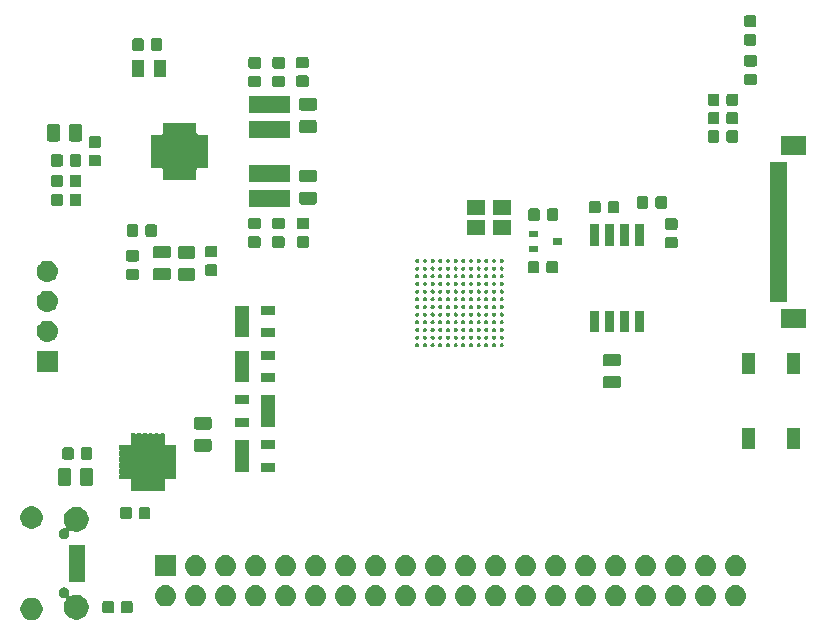
<source format=gts>
G04 #@! TF.GenerationSoftware,KiCad,Pcbnew,5.1.0*
G04 #@! TF.CreationDate,2019-03-26T01:50:18+00:00*
G04 #@! TF.ProjectId,ESP32_K210,45535033-325f-44b3-9231-302e6b696361,rev?*
G04 #@! TF.SameCoordinates,Original*
G04 #@! TF.FileFunction,Soldermask,Top*
G04 #@! TF.FilePolarity,Negative*
%FSLAX46Y46*%
G04 Gerber Fmt 4.6, Leading zero omitted, Abs format (unit mm)*
G04 Created by KiCad (PCBNEW 5.1.0) date 2019-03-26 01:50:18*
%MOMM*%
%LPD*%
G04 APERTURE LIST*
%ADD10C,0.100000*%
G04 APERTURE END LIST*
D10*
G36*
X116691395Y-124804346D02*
G01*
X116864466Y-124876034D01*
X116864467Y-124876035D01*
X117020227Y-124980110D01*
X117152690Y-125112573D01*
X117195725Y-125176980D01*
X117256766Y-125268334D01*
X117328454Y-125441405D01*
X117365000Y-125625133D01*
X117365000Y-125812467D01*
X117328454Y-125996195D01*
X117256766Y-126169266D01*
X117256765Y-126169267D01*
X117152690Y-126325027D01*
X117020227Y-126457490D01*
X116956331Y-126500184D01*
X116864466Y-126561566D01*
X116691395Y-126633254D01*
X116507667Y-126669800D01*
X116320333Y-126669800D01*
X116136605Y-126633254D01*
X115963534Y-126561566D01*
X115871669Y-126500184D01*
X115807773Y-126457490D01*
X115675310Y-126325027D01*
X115571235Y-126169267D01*
X115571234Y-126169266D01*
X115499546Y-125996195D01*
X115463000Y-125812467D01*
X115463000Y-125625133D01*
X115499546Y-125441405D01*
X115571234Y-125268334D01*
X115632275Y-125176980D01*
X115675310Y-125112573D01*
X115807773Y-124980110D01*
X115963533Y-124876035D01*
X115963534Y-124876034D01*
X116136605Y-124804346D01*
X116320333Y-124767800D01*
X116507667Y-124767800D01*
X116691395Y-124804346D01*
X116691395Y-124804346D01*
G37*
G36*
X119295552Y-123910131D02*
G01*
X119377627Y-123944128D01*
X119377629Y-123944129D01*
X119414813Y-123968975D01*
X119451495Y-123993485D01*
X119514315Y-124056305D01*
X119563672Y-124130173D01*
X119597669Y-124212248D01*
X119615000Y-124299379D01*
X119615000Y-124388221D01*
X119597521Y-124476094D01*
X119595119Y-124500480D01*
X119597521Y-124524866D01*
X119604634Y-124548315D01*
X119616185Y-124569926D01*
X119631730Y-124588868D01*
X119650672Y-124604413D01*
X119672283Y-124615964D01*
X119695732Y-124623077D01*
X119720118Y-124625479D01*
X119744504Y-124623077D01*
X119767953Y-124615964D01*
X119907435Y-124558189D01*
X120110484Y-124517800D01*
X120317516Y-124517800D01*
X120520564Y-124558189D01*
X120697060Y-124631296D01*
X120711835Y-124637416D01*
X120883973Y-124752435D01*
X121030365Y-124898827D01*
X121127896Y-125044792D01*
X121145385Y-125070967D01*
X121224611Y-125262236D01*
X121265000Y-125465284D01*
X121265000Y-125672316D01*
X121224611Y-125875364D01*
X121145385Y-126066633D01*
X121145384Y-126066635D01*
X121030365Y-126238773D01*
X120883973Y-126385165D01*
X120711835Y-126500184D01*
X120711834Y-126500185D01*
X120711833Y-126500185D01*
X120520564Y-126579411D01*
X120317516Y-126619800D01*
X120110484Y-126619800D01*
X119907436Y-126579411D01*
X119716167Y-126500185D01*
X119716166Y-126500185D01*
X119716165Y-126500184D01*
X119544027Y-126385165D01*
X119397635Y-126238773D01*
X119282616Y-126066635D01*
X119282615Y-126066633D01*
X119203389Y-125875364D01*
X119163000Y-125672316D01*
X119163000Y-125465284D01*
X119203389Y-125262236D01*
X119282615Y-125070967D01*
X119339144Y-124986365D01*
X119350695Y-124964754D01*
X119357808Y-124941305D01*
X119360210Y-124916919D01*
X119357808Y-124892533D01*
X119350695Y-124869084D01*
X119339144Y-124847473D01*
X119323599Y-124828531D01*
X119304657Y-124812986D01*
X119283046Y-124801435D01*
X119259597Y-124794322D01*
X119235211Y-124791920D01*
X119210829Y-124794321D01*
X119208420Y-124794800D01*
X119119579Y-124794800D01*
X119032448Y-124777469D01*
X118950373Y-124743472D01*
X118950372Y-124743472D01*
X118950371Y-124743471D01*
X118876504Y-124694114D01*
X118813686Y-124631296D01*
X118764329Y-124557429D01*
X118747914Y-124517800D01*
X118730331Y-124475352D01*
X118713000Y-124388221D01*
X118713000Y-124299379D01*
X118730331Y-124212248D01*
X118764328Y-124130173D01*
X118813685Y-124056305D01*
X118876505Y-123993485D01*
X118913187Y-123968975D01*
X118950371Y-123944129D01*
X118950373Y-123944128D01*
X119032448Y-123910131D01*
X119119579Y-123892800D01*
X119208421Y-123892800D01*
X119295552Y-123910131D01*
X119295552Y-123910131D01*
G37*
G36*
X124827691Y-125030285D02*
G01*
X124861669Y-125040593D01*
X124892990Y-125057334D01*
X124920439Y-125079861D01*
X124942966Y-125107310D01*
X124959707Y-125138631D01*
X124970015Y-125172609D01*
X124974100Y-125214090D01*
X124974100Y-125890310D01*
X124970015Y-125931791D01*
X124959707Y-125965769D01*
X124942966Y-125997090D01*
X124920439Y-126024539D01*
X124892990Y-126047066D01*
X124861669Y-126063807D01*
X124827691Y-126074115D01*
X124786210Y-126078200D01*
X124184990Y-126078200D01*
X124143509Y-126074115D01*
X124109531Y-126063807D01*
X124078210Y-126047066D01*
X124050761Y-126024539D01*
X124028234Y-125997090D01*
X124011493Y-125965769D01*
X124001185Y-125931791D01*
X123997100Y-125890310D01*
X123997100Y-125214090D01*
X124001185Y-125172609D01*
X124011493Y-125138631D01*
X124028234Y-125107310D01*
X124050761Y-125079861D01*
X124078210Y-125057334D01*
X124109531Y-125040593D01*
X124143509Y-125030285D01*
X124184990Y-125026200D01*
X124786210Y-125026200D01*
X124827691Y-125030285D01*
X124827691Y-125030285D01*
G37*
G36*
X123252691Y-125030285D02*
G01*
X123286669Y-125040593D01*
X123317990Y-125057334D01*
X123345439Y-125079861D01*
X123367966Y-125107310D01*
X123384707Y-125138631D01*
X123395015Y-125172609D01*
X123399100Y-125214090D01*
X123399100Y-125890310D01*
X123395015Y-125931791D01*
X123384707Y-125965769D01*
X123367966Y-125997090D01*
X123345439Y-126024539D01*
X123317990Y-126047066D01*
X123286669Y-126063807D01*
X123252691Y-126074115D01*
X123211210Y-126078200D01*
X122609990Y-126078200D01*
X122568509Y-126074115D01*
X122534531Y-126063807D01*
X122503210Y-126047066D01*
X122475761Y-126024539D01*
X122453234Y-125997090D01*
X122436493Y-125965769D01*
X122426185Y-125931791D01*
X122422100Y-125890310D01*
X122422100Y-125214090D01*
X122426185Y-125172609D01*
X122436493Y-125138631D01*
X122453234Y-125107310D01*
X122475761Y-125079861D01*
X122503210Y-125057334D01*
X122534531Y-125040593D01*
X122568509Y-125030285D01*
X122609990Y-125026200D01*
X123211210Y-125026200D01*
X123252691Y-125030285D01*
X123252691Y-125030285D01*
G37*
G36*
X173592443Y-123692519D02*
G01*
X173658627Y-123699037D01*
X173828466Y-123750557D01*
X173984991Y-123834222D01*
X174020729Y-123863552D01*
X174122186Y-123946814D01*
X174205448Y-124048271D01*
X174234778Y-124084009D01*
X174318443Y-124240534D01*
X174369963Y-124410373D01*
X174387359Y-124587000D01*
X174369963Y-124763627D01*
X174318443Y-124933466D01*
X174234778Y-125089991D01*
X174205448Y-125125729D01*
X174122186Y-125227186D01*
X174020729Y-125310448D01*
X173984991Y-125339778D01*
X173828466Y-125423443D01*
X173658627Y-125474963D01*
X173592442Y-125481482D01*
X173526260Y-125488000D01*
X173437740Y-125488000D01*
X173371558Y-125481482D01*
X173305373Y-125474963D01*
X173135534Y-125423443D01*
X172979009Y-125339778D01*
X172943271Y-125310448D01*
X172841814Y-125227186D01*
X172758552Y-125125729D01*
X172729222Y-125089991D01*
X172645557Y-124933466D01*
X172594037Y-124763627D01*
X172576641Y-124587000D01*
X172594037Y-124410373D01*
X172645557Y-124240534D01*
X172729222Y-124084009D01*
X172758552Y-124048271D01*
X172841814Y-123946814D01*
X172943271Y-123863552D01*
X172979009Y-123834222D01*
X173135534Y-123750557D01*
X173305373Y-123699037D01*
X173371557Y-123692519D01*
X173437740Y-123686000D01*
X173526260Y-123686000D01*
X173592443Y-123692519D01*
X173592443Y-123692519D01*
G37*
G36*
X171052443Y-123692519D02*
G01*
X171118627Y-123699037D01*
X171288466Y-123750557D01*
X171444991Y-123834222D01*
X171480729Y-123863552D01*
X171582186Y-123946814D01*
X171665448Y-124048271D01*
X171694778Y-124084009D01*
X171778443Y-124240534D01*
X171829963Y-124410373D01*
X171847359Y-124587000D01*
X171829963Y-124763627D01*
X171778443Y-124933466D01*
X171694778Y-125089991D01*
X171665448Y-125125729D01*
X171582186Y-125227186D01*
X171480729Y-125310448D01*
X171444991Y-125339778D01*
X171288466Y-125423443D01*
X171118627Y-125474963D01*
X171052442Y-125481482D01*
X170986260Y-125488000D01*
X170897740Y-125488000D01*
X170831558Y-125481482D01*
X170765373Y-125474963D01*
X170595534Y-125423443D01*
X170439009Y-125339778D01*
X170403271Y-125310448D01*
X170301814Y-125227186D01*
X170218552Y-125125729D01*
X170189222Y-125089991D01*
X170105557Y-124933466D01*
X170054037Y-124763627D01*
X170036641Y-124587000D01*
X170054037Y-124410373D01*
X170105557Y-124240534D01*
X170189222Y-124084009D01*
X170218552Y-124048271D01*
X170301814Y-123946814D01*
X170403271Y-123863552D01*
X170439009Y-123834222D01*
X170595534Y-123750557D01*
X170765373Y-123699037D01*
X170831557Y-123692519D01*
X170897740Y-123686000D01*
X170986260Y-123686000D01*
X171052443Y-123692519D01*
X171052443Y-123692519D01*
G37*
G36*
X168512443Y-123692519D02*
G01*
X168578627Y-123699037D01*
X168748466Y-123750557D01*
X168904991Y-123834222D01*
X168940729Y-123863552D01*
X169042186Y-123946814D01*
X169125448Y-124048271D01*
X169154778Y-124084009D01*
X169238443Y-124240534D01*
X169289963Y-124410373D01*
X169307359Y-124587000D01*
X169289963Y-124763627D01*
X169238443Y-124933466D01*
X169154778Y-125089991D01*
X169125448Y-125125729D01*
X169042186Y-125227186D01*
X168940729Y-125310448D01*
X168904991Y-125339778D01*
X168748466Y-125423443D01*
X168578627Y-125474963D01*
X168512442Y-125481482D01*
X168446260Y-125488000D01*
X168357740Y-125488000D01*
X168291558Y-125481482D01*
X168225373Y-125474963D01*
X168055534Y-125423443D01*
X167899009Y-125339778D01*
X167863271Y-125310448D01*
X167761814Y-125227186D01*
X167678552Y-125125729D01*
X167649222Y-125089991D01*
X167565557Y-124933466D01*
X167514037Y-124763627D01*
X167496641Y-124587000D01*
X167514037Y-124410373D01*
X167565557Y-124240534D01*
X167649222Y-124084009D01*
X167678552Y-124048271D01*
X167761814Y-123946814D01*
X167863271Y-123863552D01*
X167899009Y-123834222D01*
X168055534Y-123750557D01*
X168225373Y-123699037D01*
X168291557Y-123692519D01*
X168357740Y-123686000D01*
X168446260Y-123686000D01*
X168512443Y-123692519D01*
X168512443Y-123692519D01*
G37*
G36*
X165972443Y-123692519D02*
G01*
X166038627Y-123699037D01*
X166208466Y-123750557D01*
X166364991Y-123834222D01*
X166400729Y-123863552D01*
X166502186Y-123946814D01*
X166585448Y-124048271D01*
X166614778Y-124084009D01*
X166698443Y-124240534D01*
X166749963Y-124410373D01*
X166767359Y-124587000D01*
X166749963Y-124763627D01*
X166698443Y-124933466D01*
X166614778Y-125089991D01*
X166585448Y-125125729D01*
X166502186Y-125227186D01*
X166400729Y-125310448D01*
X166364991Y-125339778D01*
X166208466Y-125423443D01*
X166038627Y-125474963D01*
X165972442Y-125481482D01*
X165906260Y-125488000D01*
X165817740Y-125488000D01*
X165751558Y-125481482D01*
X165685373Y-125474963D01*
X165515534Y-125423443D01*
X165359009Y-125339778D01*
X165323271Y-125310448D01*
X165221814Y-125227186D01*
X165138552Y-125125729D01*
X165109222Y-125089991D01*
X165025557Y-124933466D01*
X164974037Y-124763627D01*
X164956641Y-124587000D01*
X164974037Y-124410373D01*
X165025557Y-124240534D01*
X165109222Y-124084009D01*
X165138552Y-124048271D01*
X165221814Y-123946814D01*
X165323271Y-123863552D01*
X165359009Y-123834222D01*
X165515534Y-123750557D01*
X165685373Y-123699037D01*
X165751557Y-123692519D01*
X165817740Y-123686000D01*
X165906260Y-123686000D01*
X165972443Y-123692519D01*
X165972443Y-123692519D01*
G37*
G36*
X163432443Y-123692519D02*
G01*
X163498627Y-123699037D01*
X163668466Y-123750557D01*
X163824991Y-123834222D01*
X163860729Y-123863552D01*
X163962186Y-123946814D01*
X164045448Y-124048271D01*
X164074778Y-124084009D01*
X164158443Y-124240534D01*
X164209963Y-124410373D01*
X164227359Y-124587000D01*
X164209963Y-124763627D01*
X164158443Y-124933466D01*
X164074778Y-125089991D01*
X164045448Y-125125729D01*
X163962186Y-125227186D01*
X163860729Y-125310448D01*
X163824991Y-125339778D01*
X163668466Y-125423443D01*
X163498627Y-125474963D01*
X163432442Y-125481482D01*
X163366260Y-125488000D01*
X163277740Y-125488000D01*
X163211558Y-125481482D01*
X163145373Y-125474963D01*
X162975534Y-125423443D01*
X162819009Y-125339778D01*
X162783271Y-125310448D01*
X162681814Y-125227186D01*
X162598552Y-125125729D01*
X162569222Y-125089991D01*
X162485557Y-124933466D01*
X162434037Y-124763627D01*
X162416641Y-124587000D01*
X162434037Y-124410373D01*
X162485557Y-124240534D01*
X162569222Y-124084009D01*
X162598552Y-124048271D01*
X162681814Y-123946814D01*
X162783271Y-123863552D01*
X162819009Y-123834222D01*
X162975534Y-123750557D01*
X163145373Y-123699037D01*
X163211557Y-123692519D01*
X163277740Y-123686000D01*
X163366260Y-123686000D01*
X163432443Y-123692519D01*
X163432443Y-123692519D01*
G37*
G36*
X160892443Y-123692519D02*
G01*
X160958627Y-123699037D01*
X161128466Y-123750557D01*
X161284991Y-123834222D01*
X161320729Y-123863552D01*
X161422186Y-123946814D01*
X161505448Y-124048271D01*
X161534778Y-124084009D01*
X161618443Y-124240534D01*
X161669963Y-124410373D01*
X161687359Y-124587000D01*
X161669963Y-124763627D01*
X161618443Y-124933466D01*
X161534778Y-125089991D01*
X161505448Y-125125729D01*
X161422186Y-125227186D01*
X161320729Y-125310448D01*
X161284991Y-125339778D01*
X161128466Y-125423443D01*
X160958627Y-125474963D01*
X160892442Y-125481482D01*
X160826260Y-125488000D01*
X160737740Y-125488000D01*
X160671558Y-125481482D01*
X160605373Y-125474963D01*
X160435534Y-125423443D01*
X160279009Y-125339778D01*
X160243271Y-125310448D01*
X160141814Y-125227186D01*
X160058552Y-125125729D01*
X160029222Y-125089991D01*
X159945557Y-124933466D01*
X159894037Y-124763627D01*
X159876641Y-124587000D01*
X159894037Y-124410373D01*
X159945557Y-124240534D01*
X160029222Y-124084009D01*
X160058552Y-124048271D01*
X160141814Y-123946814D01*
X160243271Y-123863552D01*
X160279009Y-123834222D01*
X160435534Y-123750557D01*
X160605373Y-123699037D01*
X160671557Y-123692519D01*
X160737740Y-123686000D01*
X160826260Y-123686000D01*
X160892443Y-123692519D01*
X160892443Y-123692519D01*
G37*
G36*
X158352443Y-123692519D02*
G01*
X158418627Y-123699037D01*
X158588466Y-123750557D01*
X158744991Y-123834222D01*
X158780729Y-123863552D01*
X158882186Y-123946814D01*
X158965448Y-124048271D01*
X158994778Y-124084009D01*
X159078443Y-124240534D01*
X159129963Y-124410373D01*
X159147359Y-124587000D01*
X159129963Y-124763627D01*
X159078443Y-124933466D01*
X158994778Y-125089991D01*
X158965448Y-125125729D01*
X158882186Y-125227186D01*
X158780729Y-125310448D01*
X158744991Y-125339778D01*
X158588466Y-125423443D01*
X158418627Y-125474963D01*
X158352442Y-125481482D01*
X158286260Y-125488000D01*
X158197740Y-125488000D01*
X158131558Y-125481482D01*
X158065373Y-125474963D01*
X157895534Y-125423443D01*
X157739009Y-125339778D01*
X157703271Y-125310448D01*
X157601814Y-125227186D01*
X157518552Y-125125729D01*
X157489222Y-125089991D01*
X157405557Y-124933466D01*
X157354037Y-124763627D01*
X157336641Y-124587000D01*
X157354037Y-124410373D01*
X157405557Y-124240534D01*
X157489222Y-124084009D01*
X157518552Y-124048271D01*
X157601814Y-123946814D01*
X157703271Y-123863552D01*
X157739009Y-123834222D01*
X157895534Y-123750557D01*
X158065373Y-123699037D01*
X158131557Y-123692519D01*
X158197740Y-123686000D01*
X158286260Y-123686000D01*
X158352443Y-123692519D01*
X158352443Y-123692519D01*
G37*
G36*
X155812443Y-123692519D02*
G01*
X155878627Y-123699037D01*
X156048466Y-123750557D01*
X156204991Y-123834222D01*
X156240729Y-123863552D01*
X156342186Y-123946814D01*
X156425448Y-124048271D01*
X156454778Y-124084009D01*
X156538443Y-124240534D01*
X156589963Y-124410373D01*
X156607359Y-124587000D01*
X156589963Y-124763627D01*
X156538443Y-124933466D01*
X156454778Y-125089991D01*
X156425448Y-125125729D01*
X156342186Y-125227186D01*
X156240729Y-125310448D01*
X156204991Y-125339778D01*
X156048466Y-125423443D01*
X155878627Y-125474963D01*
X155812442Y-125481482D01*
X155746260Y-125488000D01*
X155657740Y-125488000D01*
X155591558Y-125481482D01*
X155525373Y-125474963D01*
X155355534Y-125423443D01*
X155199009Y-125339778D01*
X155163271Y-125310448D01*
X155061814Y-125227186D01*
X154978552Y-125125729D01*
X154949222Y-125089991D01*
X154865557Y-124933466D01*
X154814037Y-124763627D01*
X154796641Y-124587000D01*
X154814037Y-124410373D01*
X154865557Y-124240534D01*
X154949222Y-124084009D01*
X154978552Y-124048271D01*
X155061814Y-123946814D01*
X155163271Y-123863552D01*
X155199009Y-123834222D01*
X155355534Y-123750557D01*
X155525373Y-123699037D01*
X155591557Y-123692519D01*
X155657740Y-123686000D01*
X155746260Y-123686000D01*
X155812443Y-123692519D01*
X155812443Y-123692519D01*
G37*
G36*
X153272443Y-123692519D02*
G01*
X153338627Y-123699037D01*
X153508466Y-123750557D01*
X153664991Y-123834222D01*
X153700729Y-123863552D01*
X153802186Y-123946814D01*
X153885448Y-124048271D01*
X153914778Y-124084009D01*
X153998443Y-124240534D01*
X154049963Y-124410373D01*
X154067359Y-124587000D01*
X154049963Y-124763627D01*
X153998443Y-124933466D01*
X153914778Y-125089991D01*
X153885448Y-125125729D01*
X153802186Y-125227186D01*
X153700729Y-125310448D01*
X153664991Y-125339778D01*
X153508466Y-125423443D01*
X153338627Y-125474963D01*
X153272442Y-125481482D01*
X153206260Y-125488000D01*
X153117740Y-125488000D01*
X153051558Y-125481482D01*
X152985373Y-125474963D01*
X152815534Y-125423443D01*
X152659009Y-125339778D01*
X152623271Y-125310448D01*
X152521814Y-125227186D01*
X152438552Y-125125729D01*
X152409222Y-125089991D01*
X152325557Y-124933466D01*
X152274037Y-124763627D01*
X152256641Y-124587000D01*
X152274037Y-124410373D01*
X152325557Y-124240534D01*
X152409222Y-124084009D01*
X152438552Y-124048271D01*
X152521814Y-123946814D01*
X152623271Y-123863552D01*
X152659009Y-123834222D01*
X152815534Y-123750557D01*
X152985373Y-123699037D01*
X153051557Y-123692519D01*
X153117740Y-123686000D01*
X153206260Y-123686000D01*
X153272443Y-123692519D01*
X153272443Y-123692519D01*
G37*
G36*
X148192443Y-123692519D02*
G01*
X148258627Y-123699037D01*
X148428466Y-123750557D01*
X148584991Y-123834222D01*
X148620729Y-123863552D01*
X148722186Y-123946814D01*
X148805448Y-124048271D01*
X148834778Y-124084009D01*
X148918443Y-124240534D01*
X148969963Y-124410373D01*
X148987359Y-124587000D01*
X148969963Y-124763627D01*
X148918443Y-124933466D01*
X148834778Y-125089991D01*
X148805448Y-125125729D01*
X148722186Y-125227186D01*
X148620729Y-125310448D01*
X148584991Y-125339778D01*
X148428466Y-125423443D01*
X148258627Y-125474963D01*
X148192442Y-125481482D01*
X148126260Y-125488000D01*
X148037740Y-125488000D01*
X147971558Y-125481482D01*
X147905373Y-125474963D01*
X147735534Y-125423443D01*
X147579009Y-125339778D01*
X147543271Y-125310448D01*
X147441814Y-125227186D01*
X147358552Y-125125729D01*
X147329222Y-125089991D01*
X147245557Y-124933466D01*
X147194037Y-124763627D01*
X147176641Y-124587000D01*
X147194037Y-124410373D01*
X147245557Y-124240534D01*
X147329222Y-124084009D01*
X147358552Y-124048271D01*
X147441814Y-123946814D01*
X147543271Y-123863552D01*
X147579009Y-123834222D01*
X147735534Y-123750557D01*
X147905373Y-123699037D01*
X147971557Y-123692519D01*
X148037740Y-123686000D01*
X148126260Y-123686000D01*
X148192443Y-123692519D01*
X148192443Y-123692519D01*
G37*
G36*
X145652443Y-123692519D02*
G01*
X145718627Y-123699037D01*
X145888466Y-123750557D01*
X146044991Y-123834222D01*
X146080729Y-123863552D01*
X146182186Y-123946814D01*
X146265448Y-124048271D01*
X146294778Y-124084009D01*
X146378443Y-124240534D01*
X146429963Y-124410373D01*
X146447359Y-124587000D01*
X146429963Y-124763627D01*
X146378443Y-124933466D01*
X146294778Y-125089991D01*
X146265448Y-125125729D01*
X146182186Y-125227186D01*
X146080729Y-125310448D01*
X146044991Y-125339778D01*
X145888466Y-125423443D01*
X145718627Y-125474963D01*
X145652442Y-125481482D01*
X145586260Y-125488000D01*
X145497740Y-125488000D01*
X145431558Y-125481482D01*
X145365373Y-125474963D01*
X145195534Y-125423443D01*
X145039009Y-125339778D01*
X145003271Y-125310448D01*
X144901814Y-125227186D01*
X144818552Y-125125729D01*
X144789222Y-125089991D01*
X144705557Y-124933466D01*
X144654037Y-124763627D01*
X144636641Y-124587000D01*
X144654037Y-124410373D01*
X144705557Y-124240534D01*
X144789222Y-124084009D01*
X144818552Y-124048271D01*
X144901814Y-123946814D01*
X145003271Y-123863552D01*
X145039009Y-123834222D01*
X145195534Y-123750557D01*
X145365373Y-123699037D01*
X145431557Y-123692519D01*
X145497740Y-123686000D01*
X145586260Y-123686000D01*
X145652443Y-123692519D01*
X145652443Y-123692519D01*
G37*
G36*
X143112443Y-123692519D02*
G01*
X143178627Y-123699037D01*
X143348466Y-123750557D01*
X143504991Y-123834222D01*
X143540729Y-123863552D01*
X143642186Y-123946814D01*
X143725448Y-124048271D01*
X143754778Y-124084009D01*
X143838443Y-124240534D01*
X143889963Y-124410373D01*
X143907359Y-124587000D01*
X143889963Y-124763627D01*
X143838443Y-124933466D01*
X143754778Y-125089991D01*
X143725448Y-125125729D01*
X143642186Y-125227186D01*
X143540729Y-125310448D01*
X143504991Y-125339778D01*
X143348466Y-125423443D01*
X143178627Y-125474963D01*
X143112442Y-125481482D01*
X143046260Y-125488000D01*
X142957740Y-125488000D01*
X142891558Y-125481482D01*
X142825373Y-125474963D01*
X142655534Y-125423443D01*
X142499009Y-125339778D01*
X142463271Y-125310448D01*
X142361814Y-125227186D01*
X142278552Y-125125729D01*
X142249222Y-125089991D01*
X142165557Y-124933466D01*
X142114037Y-124763627D01*
X142096641Y-124587000D01*
X142114037Y-124410373D01*
X142165557Y-124240534D01*
X142249222Y-124084009D01*
X142278552Y-124048271D01*
X142361814Y-123946814D01*
X142463271Y-123863552D01*
X142499009Y-123834222D01*
X142655534Y-123750557D01*
X142825373Y-123699037D01*
X142891557Y-123692519D01*
X142957740Y-123686000D01*
X143046260Y-123686000D01*
X143112443Y-123692519D01*
X143112443Y-123692519D01*
G37*
G36*
X140572443Y-123692519D02*
G01*
X140638627Y-123699037D01*
X140808466Y-123750557D01*
X140964991Y-123834222D01*
X141000729Y-123863552D01*
X141102186Y-123946814D01*
X141185448Y-124048271D01*
X141214778Y-124084009D01*
X141298443Y-124240534D01*
X141349963Y-124410373D01*
X141367359Y-124587000D01*
X141349963Y-124763627D01*
X141298443Y-124933466D01*
X141214778Y-125089991D01*
X141185448Y-125125729D01*
X141102186Y-125227186D01*
X141000729Y-125310448D01*
X140964991Y-125339778D01*
X140808466Y-125423443D01*
X140638627Y-125474963D01*
X140572442Y-125481482D01*
X140506260Y-125488000D01*
X140417740Y-125488000D01*
X140351558Y-125481482D01*
X140285373Y-125474963D01*
X140115534Y-125423443D01*
X139959009Y-125339778D01*
X139923271Y-125310448D01*
X139821814Y-125227186D01*
X139738552Y-125125729D01*
X139709222Y-125089991D01*
X139625557Y-124933466D01*
X139574037Y-124763627D01*
X139556641Y-124587000D01*
X139574037Y-124410373D01*
X139625557Y-124240534D01*
X139709222Y-124084009D01*
X139738552Y-124048271D01*
X139821814Y-123946814D01*
X139923271Y-123863552D01*
X139959009Y-123834222D01*
X140115534Y-123750557D01*
X140285373Y-123699037D01*
X140351557Y-123692519D01*
X140417740Y-123686000D01*
X140506260Y-123686000D01*
X140572443Y-123692519D01*
X140572443Y-123692519D01*
G37*
G36*
X138032443Y-123692519D02*
G01*
X138098627Y-123699037D01*
X138268466Y-123750557D01*
X138424991Y-123834222D01*
X138460729Y-123863552D01*
X138562186Y-123946814D01*
X138645448Y-124048271D01*
X138674778Y-124084009D01*
X138758443Y-124240534D01*
X138809963Y-124410373D01*
X138827359Y-124587000D01*
X138809963Y-124763627D01*
X138758443Y-124933466D01*
X138674778Y-125089991D01*
X138645448Y-125125729D01*
X138562186Y-125227186D01*
X138460729Y-125310448D01*
X138424991Y-125339778D01*
X138268466Y-125423443D01*
X138098627Y-125474963D01*
X138032442Y-125481482D01*
X137966260Y-125488000D01*
X137877740Y-125488000D01*
X137811558Y-125481482D01*
X137745373Y-125474963D01*
X137575534Y-125423443D01*
X137419009Y-125339778D01*
X137383271Y-125310448D01*
X137281814Y-125227186D01*
X137198552Y-125125729D01*
X137169222Y-125089991D01*
X137085557Y-124933466D01*
X137034037Y-124763627D01*
X137016641Y-124587000D01*
X137034037Y-124410373D01*
X137085557Y-124240534D01*
X137169222Y-124084009D01*
X137198552Y-124048271D01*
X137281814Y-123946814D01*
X137383271Y-123863552D01*
X137419009Y-123834222D01*
X137575534Y-123750557D01*
X137745373Y-123699037D01*
X137811557Y-123692519D01*
X137877740Y-123686000D01*
X137966260Y-123686000D01*
X138032443Y-123692519D01*
X138032443Y-123692519D01*
G37*
G36*
X135492443Y-123692519D02*
G01*
X135558627Y-123699037D01*
X135728466Y-123750557D01*
X135884991Y-123834222D01*
X135920729Y-123863552D01*
X136022186Y-123946814D01*
X136105448Y-124048271D01*
X136134778Y-124084009D01*
X136218443Y-124240534D01*
X136269963Y-124410373D01*
X136287359Y-124587000D01*
X136269963Y-124763627D01*
X136218443Y-124933466D01*
X136134778Y-125089991D01*
X136105448Y-125125729D01*
X136022186Y-125227186D01*
X135920729Y-125310448D01*
X135884991Y-125339778D01*
X135728466Y-125423443D01*
X135558627Y-125474963D01*
X135492442Y-125481482D01*
X135426260Y-125488000D01*
X135337740Y-125488000D01*
X135271558Y-125481482D01*
X135205373Y-125474963D01*
X135035534Y-125423443D01*
X134879009Y-125339778D01*
X134843271Y-125310448D01*
X134741814Y-125227186D01*
X134658552Y-125125729D01*
X134629222Y-125089991D01*
X134545557Y-124933466D01*
X134494037Y-124763627D01*
X134476641Y-124587000D01*
X134494037Y-124410373D01*
X134545557Y-124240534D01*
X134629222Y-124084009D01*
X134658552Y-124048271D01*
X134741814Y-123946814D01*
X134843271Y-123863552D01*
X134879009Y-123834222D01*
X135035534Y-123750557D01*
X135205373Y-123699037D01*
X135271557Y-123692519D01*
X135337740Y-123686000D01*
X135426260Y-123686000D01*
X135492443Y-123692519D01*
X135492443Y-123692519D01*
G37*
G36*
X132952443Y-123692519D02*
G01*
X133018627Y-123699037D01*
X133188466Y-123750557D01*
X133344991Y-123834222D01*
X133380729Y-123863552D01*
X133482186Y-123946814D01*
X133565448Y-124048271D01*
X133594778Y-124084009D01*
X133678443Y-124240534D01*
X133729963Y-124410373D01*
X133747359Y-124587000D01*
X133729963Y-124763627D01*
X133678443Y-124933466D01*
X133594778Y-125089991D01*
X133565448Y-125125729D01*
X133482186Y-125227186D01*
X133380729Y-125310448D01*
X133344991Y-125339778D01*
X133188466Y-125423443D01*
X133018627Y-125474963D01*
X132952442Y-125481482D01*
X132886260Y-125488000D01*
X132797740Y-125488000D01*
X132731558Y-125481482D01*
X132665373Y-125474963D01*
X132495534Y-125423443D01*
X132339009Y-125339778D01*
X132303271Y-125310448D01*
X132201814Y-125227186D01*
X132118552Y-125125729D01*
X132089222Y-125089991D01*
X132005557Y-124933466D01*
X131954037Y-124763627D01*
X131936641Y-124587000D01*
X131954037Y-124410373D01*
X132005557Y-124240534D01*
X132089222Y-124084009D01*
X132118552Y-124048271D01*
X132201814Y-123946814D01*
X132303271Y-123863552D01*
X132339009Y-123834222D01*
X132495534Y-123750557D01*
X132665373Y-123699037D01*
X132731557Y-123692519D01*
X132797740Y-123686000D01*
X132886260Y-123686000D01*
X132952443Y-123692519D01*
X132952443Y-123692519D01*
G37*
G36*
X130412443Y-123692519D02*
G01*
X130478627Y-123699037D01*
X130648466Y-123750557D01*
X130804991Y-123834222D01*
X130840729Y-123863552D01*
X130942186Y-123946814D01*
X131025448Y-124048271D01*
X131054778Y-124084009D01*
X131138443Y-124240534D01*
X131189963Y-124410373D01*
X131207359Y-124587000D01*
X131189963Y-124763627D01*
X131138443Y-124933466D01*
X131054778Y-125089991D01*
X131025448Y-125125729D01*
X130942186Y-125227186D01*
X130840729Y-125310448D01*
X130804991Y-125339778D01*
X130648466Y-125423443D01*
X130478627Y-125474963D01*
X130412442Y-125481482D01*
X130346260Y-125488000D01*
X130257740Y-125488000D01*
X130191558Y-125481482D01*
X130125373Y-125474963D01*
X129955534Y-125423443D01*
X129799009Y-125339778D01*
X129763271Y-125310448D01*
X129661814Y-125227186D01*
X129578552Y-125125729D01*
X129549222Y-125089991D01*
X129465557Y-124933466D01*
X129414037Y-124763627D01*
X129396641Y-124587000D01*
X129414037Y-124410373D01*
X129465557Y-124240534D01*
X129549222Y-124084009D01*
X129578552Y-124048271D01*
X129661814Y-123946814D01*
X129763271Y-123863552D01*
X129799009Y-123834222D01*
X129955534Y-123750557D01*
X130125373Y-123699037D01*
X130191557Y-123692519D01*
X130257740Y-123686000D01*
X130346260Y-123686000D01*
X130412443Y-123692519D01*
X130412443Y-123692519D01*
G37*
G36*
X127872443Y-123692519D02*
G01*
X127938627Y-123699037D01*
X128108466Y-123750557D01*
X128264991Y-123834222D01*
X128300729Y-123863552D01*
X128402186Y-123946814D01*
X128485448Y-124048271D01*
X128514778Y-124084009D01*
X128598443Y-124240534D01*
X128649963Y-124410373D01*
X128667359Y-124587000D01*
X128649963Y-124763627D01*
X128598443Y-124933466D01*
X128514778Y-125089991D01*
X128485448Y-125125729D01*
X128402186Y-125227186D01*
X128300729Y-125310448D01*
X128264991Y-125339778D01*
X128108466Y-125423443D01*
X127938627Y-125474963D01*
X127872442Y-125481482D01*
X127806260Y-125488000D01*
X127717740Y-125488000D01*
X127651558Y-125481482D01*
X127585373Y-125474963D01*
X127415534Y-125423443D01*
X127259009Y-125339778D01*
X127223271Y-125310448D01*
X127121814Y-125227186D01*
X127038552Y-125125729D01*
X127009222Y-125089991D01*
X126925557Y-124933466D01*
X126874037Y-124763627D01*
X126856641Y-124587000D01*
X126874037Y-124410373D01*
X126925557Y-124240534D01*
X127009222Y-124084009D01*
X127038552Y-124048271D01*
X127121814Y-123946814D01*
X127223271Y-123863552D01*
X127259009Y-123834222D01*
X127415534Y-123750557D01*
X127585373Y-123699037D01*
X127651557Y-123692519D01*
X127717740Y-123686000D01*
X127806260Y-123686000D01*
X127872443Y-123692519D01*
X127872443Y-123692519D01*
G37*
G36*
X150732443Y-123692519D02*
G01*
X150798627Y-123699037D01*
X150968466Y-123750557D01*
X151124991Y-123834222D01*
X151160729Y-123863552D01*
X151262186Y-123946814D01*
X151345448Y-124048271D01*
X151374778Y-124084009D01*
X151458443Y-124240534D01*
X151509963Y-124410373D01*
X151527359Y-124587000D01*
X151509963Y-124763627D01*
X151458443Y-124933466D01*
X151374778Y-125089991D01*
X151345448Y-125125729D01*
X151262186Y-125227186D01*
X151160729Y-125310448D01*
X151124991Y-125339778D01*
X150968466Y-125423443D01*
X150798627Y-125474963D01*
X150732442Y-125481482D01*
X150666260Y-125488000D01*
X150577740Y-125488000D01*
X150511558Y-125481482D01*
X150445373Y-125474963D01*
X150275534Y-125423443D01*
X150119009Y-125339778D01*
X150083271Y-125310448D01*
X149981814Y-125227186D01*
X149898552Y-125125729D01*
X149869222Y-125089991D01*
X149785557Y-124933466D01*
X149734037Y-124763627D01*
X149716641Y-124587000D01*
X149734037Y-124410373D01*
X149785557Y-124240534D01*
X149869222Y-124084009D01*
X149898552Y-124048271D01*
X149981814Y-123946814D01*
X150083271Y-123863552D01*
X150119009Y-123834222D01*
X150275534Y-123750557D01*
X150445373Y-123699037D01*
X150511557Y-123692519D01*
X150577740Y-123686000D01*
X150666260Y-123686000D01*
X150732443Y-123692519D01*
X150732443Y-123692519D01*
G37*
G36*
X176132443Y-123692519D02*
G01*
X176198627Y-123699037D01*
X176368466Y-123750557D01*
X176524991Y-123834222D01*
X176560729Y-123863552D01*
X176662186Y-123946814D01*
X176745448Y-124048271D01*
X176774778Y-124084009D01*
X176858443Y-124240534D01*
X176909963Y-124410373D01*
X176927359Y-124587000D01*
X176909963Y-124763627D01*
X176858443Y-124933466D01*
X176774778Y-125089991D01*
X176745448Y-125125729D01*
X176662186Y-125227186D01*
X176560729Y-125310448D01*
X176524991Y-125339778D01*
X176368466Y-125423443D01*
X176198627Y-125474963D01*
X176132442Y-125481482D01*
X176066260Y-125488000D01*
X175977740Y-125488000D01*
X175911558Y-125481482D01*
X175845373Y-125474963D01*
X175675534Y-125423443D01*
X175519009Y-125339778D01*
X175483271Y-125310448D01*
X175381814Y-125227186D01*
X175298552Y-125125729D01*
X175269222Y-125089991D01*
X175185557Y-124933466D01*
X175134037Y-124763627D01*
X175116641Y-124587000D01*
X175134037Y-124410373D01*
X175185557Y-124240534D01*
X175269222Y-124084009D01*
X175298552Y-124048271D01*
X175381814Y-123946814D01*
X175483271Y-123863552D01*
X175519009Y-123834222D01*
X175675534Y-123750557D01*
X175845373Y-123699037D01*
X175911557Y-123692519D01*
X175977740Y-123686000D01*
X176066260Y-123686000D01*
X176132443Y-123692519D01*
X176132443Y-123692519D01*
G37*
G36*
X120965000Y-123419800D02*
G01*
X119563000Y-123419800D01*
X119563000Y-120267800D01*
X120965000Y-120267800D01*
X120965000Y-123419800D01*
X120965000Y-123419800D01*
G37*
G36*
X153272443Y-121152519D02*
G01*
X153338627Y-121159037D01*
X153508466Y-121210557D01*
X153664991Y-121294222D01*
X153700729Y-121323552D01*
X153802186Y-121406814D01*
X153885448Y-121508271D01*
X153914778Y-121544009D01*
X153998443Y-121700534D01*
X154049963Y-121870373D01*
X154067359Y-122047000D01*
X154049963Y-122223627D01*
X153998443Y-122393466D01*
X153914778Y-122549991D01*
X153885448Y-122585729D01*
X153802186Y-122687186D01*
X153701519Y-122769800D01*
X153664991Y-122799778D01*
X153508466Y-122883443D01*
X153338627Y-122934963D01*
X153272442Y-122941482D01*
X153206260Y-122948000D01*
X153117740Y-122948000D01*
X153051558Y-122941482D01*
X152985373Y-122934963D01*
X152815534Y-122883443D01*
X152659009Y-122799778D01*
X152622481Y-122769800D01*
X152521814Y-122687186D01*
X152438552Y-122585729D01*
X152409222Y-122549991D01*
X152325557Y-122393466D01*
X152274037Y-122223627D01*
X152256641Y-122047000D01*
X152274037Y-121870373D01*
X152325557Y-121700534D01*
X152409222Y-121544009D01*
X152438552Y-121508271D01*
X152521814Y-121406814D01*
X152623271Y-121323552D01*
X152659009Y-121294222D01*
X152815534Y-121210557D01*
X152985373Y-121159037D01*
X153051557Y-121152519D01*
X153117740Y-121146000D01*
X153206260Y-121146000D01*
X153272443Y-121152519D01*
X153272443Y-121152519D01*
G37*
G36*
X176132443Y-121152519D02*
G01*
X176198627Y-121159037D01*
X176368466Y-121210557D01*
X176524991Y-121294222D01*
X176560729Y-121323552D01*
X176662186Y-121406814D01*
X176745448Y-121508271D01*
X176774778Y-121544009D01*
X176858443Y-121700534D01*
X176909963Y-121870373D01*
X176927359Y-122047000D01*
X176909963Y-122223627D01*
X176858443Y-122393466D01*
X176774778Y-122549991D01*
X176745448Y-122585729D01*
X176662186Y-122687186D01*
X176561519Y-122769800D01*
X176524991Y-122799778D01*
X176368466Y-122883443D01*
X176198627Y-122934963D01*
X176132442Y-122941482D01*
X176066260Y-122948000D01*
X175977740Y-122948000D01*
X175911558Y-122941482D01*
X175845373Y-122934963D01*
X175675534Y-122883443D01*
X175519009Y-122799778D01*
X175482481Y-122769800D01*
X175381814Y-122687186D01*
X175298552Y-122585729D01*
X175269222Y-122549991D01*
X175185557Y-122393466D01*
X175134037Y-122223627D01*
X175116641Y-122047000D01*
X175134037Y-121870373D01*
X175185557Y-121700534D01*
X175269222Y-121544009D01*
X175298552Y-121508271D01*
X175381814Y-121406814D01*
X175483271Y-121323552D01*
X175519009Y-121294222D01*
X175675534Y-121210557D01*
X175845373Y-121159037D01*
X175911557Y-121152519D01*
X175977740Y-121146000D01*
X176066260Y-121146000D01*
X176132443Y-121152519D01*
X176132443Y-121152519D01*
G37*
G36*
X173592443Y-121152519D02*
G01*
X173658627Y-121159037D01*
X173828466Y-121210557D01*
X173984991Y-121294222D01*
X174020729Y-121323552D01*
X174122186Y-121406814D01*
X174205448Y-121508271D01*
X174234778Y-121544009D01*
X174318443Y-121700534D01*
X174369963Y-121870373D01*
X174387359Y-122047000D01*
X174369963Y-122223627D01*
X174318443Y-122393466D01*
X174234778Y-122549991D01*
X174205448Y-122585729D01*
X174122186Y-122687186D01*
X174021519Y-122769800D01*
X173984991Y-122799778D01*
X173828466Y-122883443D01*
X173658627Y-122934963D01*
X173592442Y-122941482D01*
X173526260Y-122948000D01*
X173437740Y-122948000D01*
X173371558Y-122941482D01*
X173305373Y-122934963D01*
X173135534Y-122883443D01*
X172979009Y-122799778D01*
X172942481Y-122769800D01*
X172841814Y-122687186D01*
X172758552Y-122585729D01*
X172729222Y-122549991D01*
X172645557Y-122393466D01*
X172594037Y-122223627D01*
X172576641Y-122047000D01*
X172594037Y-121870373D01*
X172645557Y-121700534D01*
X172729222Y-121544009D01*
X172758552Y-121508271D01*
X172841814Y-121406814D01*
X172943271Y-121323552D01*
X172979009Y-121294222D01*
X173135534Y-121210557D01*
X173305373Y-121159037D01*
X173371557Y-121152519D01*
X173437740Y-121146000D01*
X173526260Y-121146000D01*
X173592443Y-121152519D01*
X173592443Y-121152519D01*
G37*
G36*
X148192443Y-121152519D02*
G01*
X148258627Y-121159037D01*
X148428466Y-121210557D01*
X148584991Y-121294222D01*
X148620729Y-121323552D01*
X148722186Y-121406814D01*
X148805448Y-121508271D01*
X148834778Y-121544009D01*
X148918443Y-121700534D01*
X148969963Y-121870373D01*
X148987359Y-122047000D01*
X148969963Y-122223627D01*
X148918443Y-122393466D01*
X148834778Y-122549991D01*
X148805448Y-122585729D01*
X148722186Y-122687186D01*
X148621519Y-122769800D01*
X148584991Y-122799778D01*
X148428466Y-122883443D01*
X148258627Y-122934963D01*
X148192442Y-122941482D01*
X148126260Y-122948000D01*
X148037740Y-122948000D01*
X147971558Y-122941482D01*
X147905373Y-122934963D01*
X147735534Y-122883443D01*
X147579009Y-122799778D01*
X147542481Y-122769800D01*
X147441814Y-122687186D01*
X147358552Y-122585729D01*
X147329222Y-122549991D01*
X147245557Y-122393466D01*
X147194037Y-122223627D01*
X147176641Y-122047000D01*
X147194037Y-121870373D01*
X147245557Y-121700534D01*
X147329222Y-121544009D01*
X147358552Y-121508271D01*
X147441814Y-121406814D01*
X147543271Y-121323552D01*
X147579009Y-121294222D01*
X147735534Y-121210557D01*
X147905373Y-121159037D01*
X147971557Y-121152519D01*
X148037740Y-121146000D01*
X148126260Y-121146000D01*
X148192443Y-121152519D01*
X148192443Y-121152519D01*
G37*
G36*
X145652443Y-121152519D02*
G01*
X145718627Y-121159037D01*
X145888466Y-121210557D01*
X146044991Y-121294222D01*
X146080729Y-121323552D01*
X146182186Y-121406814D01*
X146265448Y-121508271D01*
X146294778Y-121544009D01*
X146378443Y-121700534D01*
X146429963Y-121870373D01*
X146447359Y-122047000D01*
X146429963Y-122223627D01*
X146378443Y-122393466D01*
X146294778Y-122549991D01*
X146265448Y-122585729D01*
X146182186Y-122687186D01*
X146081519Y-122769800D01*
X146044991Y-122799778D01*
X145888466Y-122883443D01*
X145718627Y-122934963D01*
X145652442Y-122941482D01*
X145586260Y-122948000D01*
X145497740Y-122948000D01*
X145431558Y-122941482D01*
X145365373Y-122934963D01*
X145195534Y-122883443D01*
X145039009Y-122799778D01*
X145002481Y-122769800D01*
X144901814Y-122687186D01*
X144818552Y-122585729D01*
X144789222Y-122549991D01*
X144705557Y-122393466D01*
X144654037Y-122223627D01*
X144636641Y-122047000D01*
X144654037Y-121870373D01*
X144705557Y-121700534D01*
X144789222Y-121544009D01*
X144818552Y-121508271D01*
X144901814Y-121406814D01*
X145003271Y-121323552D01*
X145039009Y-121294222D01*
X145195534Y-121210557D01*
X145365373Y-121159037D01*
X145431557Y-121152519D01*
X145497740Y-121146000D01*
X145586260Y-121146000D01*
X145652443Y-121152519D01*
X145652443Y-121152519D01*
G37*
G36*
X171052443Y-121152519D02*
G01*
X171118627Y-121159037D01*
X171288466Y-121210557D01*
X171444991Y-121294222D01*
X171480729Y-121323552D01*
X171582186Y-121406814D01*
X171665448Y-121508271D01*
X171694778Y-121544009D01*
X171778443Y-121700534D01*
X171829963Y-121870373D01*
X171847359Y-122047000D01*
X171829963Y-122223627D01*
X171778443Y-122393466D01*
X171694778Y-122549991D01*
X171665448Y-122585729D01*
X171582186Y-122687186D01*
X171481519Y-122769800D01*
X171444991Y-122799778D01*
X171288466Y-122883443D01*
X171118627Y-122934963D01*
X171052442Y-122941482D01*
X170986260Y-122948000D01*
X170897740Y-122948000D01*
X170831558Y-122941482D01*
X170765373Y-122934963D01*
X170595534Y-122883443D01*
X170439009Y-122799778D01*
X170402481Y-122769800D01*
X170301814Y-122687186D01*
X170218552Y-122585729D01*
X170189222Y-122549991D01*
X170105557Y-122393466D01*
X170054037Y-122223627D01*
X170036641Y-122047000D01*
X170054037Y-121870373D01*
X170105557Y-121700534D01*
X170189222Y-121544009D01*
X170218552Y-121508271D01*
X170301814Y-121406814D01*
X170403271Y-121323552D01*
X170439009Y-121294222D01*
X170595534Y-121210557D01*
X170765373Y-121159037D01*
X170831557Y-121152519D01*
X170897740Y-121146000D01*
X170986260Y-121146000D01*
X171052443Y-121152519D01*
X171052443Y-121152519D01*
G37*
G36*
X143112443Y-121152519D02*
G01*
X143178627Y-121159037D01*
X143348466Y-121210557D01*
X143504991Y-121294222D01*
X143540729Y-121323552D01*
X143642186Y-121406814D01*
X143725448Y-121508271D01*
X143754778Y-121544009D01*
X143838443Y-121700534D01*
X143889963Y-121870373D01*
X143907359Y-122047000D01*
X143889963Y-122223627D01*
X143838443Y-122393466D01*
X143754778Y-122549991D01*
X143725448Y-122585729D01*
X143642186Y-122687186D01*
X143541519Y-122769800D01*
X143504991Y-122799778D01*
X143348466Y-122883443D01*
X143178627Y-122934963D01*
X143112442Y-122941482D01*
X143046260Y-122948000D01*
X142957740Y-122948000D01*
X142891558Y-122941482D01*
X142825373Y-122934963D01*
X142655534Y-122883443D01*
X142499009Y-122799778D01*
X142462481Y-122769800D01*
X142361814Y-122687186D01*
X142278552Y-122585729D01*
X142249222Y-122549991D01*
X142165557Y-122393466D01*
X142114037Y-122223627D01*
X142096641Y-122047000D01*
X142114037Y-121870373D01*
X142165557Y-121700534D01*
X142249222Y-121544009D01*
X142278552Y-121508271D01*
X142361814Y-121406814D01*
X142463271Y-121323552D01*
X142499009Y-121294222D01*
X142655534Y-121210557D01*
X142825373Y-121159037D01*
X142891557Y-121152519D01*
X142957740Y-121146000D01*
X143046260Y-121146000D01*
X143112443Y-121152519D01*
X143112443Y-121152519D01*
G37*
G36*
X140572443Y-121152519D02*
G01*
X140638627Y-121159037D01*
X140808466Y-121210557D01*
X140964991Y-121294222D01*
X141000729Y-121323552D01*
X141102186Y-121406814D01*
X141185448Y-121508271D01*
X141214778Y-121544009D01*
X141298443Y-121700534D01*
X141349963Y-121870373D01*
X141367359Y-122047000D01*
X141349963Y-122223627D01*
X141298443Y-122393466D01*
X141214778Y-122549991D01*
X141185448Y-122585729D01*
X141102186Y-122687186D01*
X141001519Y-122769800D01*
X140964991Y-122799778D01*
X140808466Y-122883443D01*
X140638627Y-122934963D01*
X140572442Y-122941482D01*
X140506260Y-122948000D01*
X140417740Y-122948000D01*
X140351558Y-122941482D01*
X140285373Y-122934963D01*
X140115534Y-122883443D01*
X139959009Y-122799778D01*
X139922481Y-122769800D01*
X139821814Y-122687186D01*
X139738552Y-122585729D01*
X139709222Y-122549991D01*
X139625557Y-122393466D01*
X139574037Y-122223627D01*
X139556641Y-122047000D01*
X139574037Y-121870373D01*
X139625557Y-121700534D01*
X139709222Y-121544009D01*
X139738552Y-121508271D01*
X139821814Y-121406814D01*
X139923271Y-121323552D01*
X139959009Y-121294222D01*
X140115534Y-121210557D01*
X140285373Y-121159037D01*
X140351557Y-121152519D01*
X140417740Y-121146000D01*
X140506260Y-121146000D01*
X140572443Y-121152519D01*
X140572443Y-121152519D01*
G37*
G36*
X155812443Y-121152519D02*
G01*
X155878627Y-121159037D01*
X156048466Y-121210557D01*
X156204991Y-121294222D01*
X156240729Y-121323552D01*
X156342186Y-121406814D01*
X156425448Y-121508271D01*
X156454778Y-121544009D01*
X156538443Y-121700534D01*
X156589963Y-121870373D01*
X156607359Y-122047000D01*
X156589963Y-122223627D01*
X156538443Y-122393466D01*
X156454778Y-122549991D01*
X156425448Y-122585729D01*
X156342186Y-122687186D01*
X156241519Y-122769800D01*
X156204991Y-122799778D01*
X156048466Y-122883443D01*
X155878627Y-122934963D01*
X155812442Y-122941482D01*
X155746260Y-122948000D01*
X155657740Y-122948000D01*
X155591558Y-122941482D01*
X155525373Y-122934963D01*
X155355534Y-122883443D01*
X155199009Y-122799778D01*
X155162481Y-122769800D01*
X155061814Y-122687186D01*
X154978552Y-122585729D01*
X154949222Y-122549991D01*
X154865557Y-122393466D01*
X154814037Y-122223627D01*
X154796641Y-122047000D01*
X154814037Y-121870373D01*
X154865557Y-121700534D01*
X154949222Y-121544009D01*
X154978552Y-121508271D01*
X155061814Y-121406814D01*
X155163271Y-121323552D01*
X155199009Y-121294222D01*
X155355534Y-121210557D01*
X155525373Y-121159037D01*
X155591557Y-121152519D01*
X155657740Y-121146000D01*
X155746260Y-121146000D01*
X155812443Y-121152519D01*
X155812443Y-121152519D01*
G37*
G36*
X138032443Y-121152519D02*
G01*
X138098627Y-121159037D01*
X138268466Y-121210557D01*
X138424991Y-121294222D01*
X138460729Y-121323552D01*
X138562186Y-121406814D01*
X138645448Y-121508271D01*
X138674778Y-121544009D01*
X138758443Y-121700534D01*
X138809963Y-121870373D01*
X138827359Y-122047000D01*
X138809963Y-122223627D01*
X138758443Y-122393466D01*
X138674778Y-122549991D01*
X138645448Y-122585729D01*
X138562186Y-122687186D01*
X138461519Y-122769800D01*
X138424991Y-122799778D01*
X138268466Y-122883443D01*
X138098627Y-122934963D01*
X138032442Y-122941482D01*
X137966260Y-122948000D01*
X137877740Y-122948000D01*
X137811558Y-122941482D01*
X137745373Y-122934963D01*
X137575534Y-122883443D01*
X137419009Y-122799778D01*
X137382481Y-122769800D01*
X137281814Y-122687186D01*
X137198552Y-122585729D01*
X137169222Y-122549991D01*
X137085557Y-122393466D01*
X137034037Y-122223627D01*
X137016641Y-122047000D01*
X137034037Y-121870373D01*
X137085557Y-121700534D01*
X137169222Y-121544009D01*
X137198552Y-121508271D01*
X137281814Y-121406814D01*
X137383271Y-121323552D01*
X137419009Y-121294222D01*
X137575534Y-121210557D01*
X137745373Y-121159037D01*
X137811557Y-121152519D01*
X137877740Y-121146000D01*
X137966260Y-121146000D01*
X138032443Y-121152519D01*
X138032443Y-121152519D01*
G37*
G36*
X135492443Y-121152519D02*
G01*
X135558627Y-121159037D01*
X135728466Y-121210557D01*
X135884991Y-121294222D01*
X135920729Y-121323552D01*
X136022186Y-121406814D01*
X136105448Y-121508271D01*
X136134778Y-121544009D01*
X136218443Y-121700534D01*
X136269963Y-121870373D01*
X136287359Y-122047000D01*
X136269963Y-122223627D01*
X136218443Y-122393466D01*
X136134778Y-122549991D01*
X136105448Y-122585729D01*
X136022186Y-122687186D01*
X135921519Y-122769800D01*
X135884991Y-122799778D01*
X135728466Y-122883443D01*
X135558627Y-122934963D01*
X135492442Y-122941482D01*
X135426260Y-122948000D01*
X135337740Y-122948000D01*
X135271558Y-122941482D01*
X135205373Y-122934963D01*
X135035534Y-122883443D01*
X134879009Y-122799778D01*
X134842481Y-122769800D01*
X134741814Y-122687186D01*
X134658552Y-122585729D01*
X134629222Y-122549991D01*
X134545557Y-122393466D01*
X134494037Y-122223627D01*
X134476641Y-122047000D01*
X134494037Y-121870373D01*
X134545557Y-121700534D01*
X134629222Y-121544009D01*
X134658552Y-121508271D01*
X134741814Y-121406814D01*
X134843271Y-121323552D01*
X134879009Y-121294222D01*
X135035534Y-121210557D01*
X135205373Y-121159037D01*
X135271557Y-121152519D01*
X135337740Y-121146000D01*
X135426260Y-121146000D01*
X135492443Y-121152519D01*
X135492443Y-121152519D01*
G37*
G36*
X150732443Y-121152519D02*
G01*
X150798627Y-121159037D01*
X150968466Y-121210557D01*
X151124991Y-121294222D01*
X151160729Y-121323552D01*
X151262186Y-121406814D01*
X151345448Y-121508271D01*
X151374778Y-121544009D01*
X151458443Y-121700534D01*
X151509963Y-121870373D01*
X151527359Y-122047000D01*
X151509963Y-122223627D01*
X151458443Y-122393466D01*
X151374778Y-122549991D01*
X151345448Y-122585729D01*
X151262186Y-122687186D01*
X151161519Y-122769800D01*
X151124991Y-122799778D01*
X150968466Y-122883443D01*
X150798627Y-122934963D01*
X150732442Y-122941482D01*
X150666260Y-122948000D01*
X150577740Y-122948000D01*
X150511558Y-122941482D01*
X150445373Y-122934963D01*
X150275534Y-122883443D01*
X150119009Y-122799778D01*
X150082481Y-122769800D01*
X149981814Y-122687186D01*
X149898552Y-122585729D01*
X149869222Y-122549991D01*
X149785557Y-122393466D01*
X149734037Y-122223627D01*
X149716641Y-122047000D01*
X149734037Y-121870373D01*
X149785557Y-121700534D01*
X149869222Y-121544009D01*
X149898552Y-121508271D01*
X149981814Y-121406814D01*
X150083271Y-121323552D01*
X150119009Y-121294222D01*
X150275534Y-121210557D01*
X150445373Y-121159037D01*
X150511557Y-121152519D01*
X150577740Y-121146000D01*
X150666260Y-121146000D01*
X150732443Y-121152519D01*
X150732443Y-121152519D01*
G37*
G36*
X168512443Y-121152519D02*
G01*
X168578627Y-121159037D01*
X168748466Y-121210557D01*
X168904991Y-121294222D01*
X168940729Y-121323552D01*
X169042186Y-121406814D01*
X169125448Y-121508271D01*
X169154778Y-121544009D01*
X169238443Y-121700534D01*
X169289963Y-121870373D01*
X169307359Y-122047000D01*
X169289963Y-122223627D01*
X169238443Y-122393466D01*
X169154778Y-122549991D01*
X169125448Y-122585729D01*
X169042186Y-122687186D01*
X168941519Y-122769800D01*
X168904991Y-122799778D01*
X168748466Y-122883443D01*
X168578627Y-122934963D01*
X168512442Y-122941482D01*
X168446260Y-122948000D01*
X168357740Y-122948000D01*
X168291558Y-122941482D01*
X168225373Y-122934963D01*
X168055534Y-122883443D01*
X167899009Y-122799778D01*
X167862481Y-122769800D01*
X167761814Y-122687186D01*
X167678552Y-122585729D01*
X167649222Y-122549991D01*
X167565557Y-122393466D01*
X167514037Y-122223627D01*
X167496641Y-122047000D01*
X167514037Y-121870373D01*
X167565557Y-121700534D01*
X167649222Y-121544009D01*
X167678552Y-121508271D01*
X167761814Y-121406814D01*
X167863271Y-121323552D01*
X167899009Y-121294222D01*
X168055534Y-121210557D01*
X168225373Y-121159037D01*
X168291557Y-121152519D01*
X168357740Y-121146000D01*
X168446260Y-121146000D01*
X168512443Y-121152519D01*
X168512443Y-121152519D01*
G37*
G36*
X128663000Y-122948000D02*
G01*
X126861000Y-122948000D01*
X126861000Y-121146000D01*
X128663000Y-121146000D01*
X128663000Y-122948000D01*
X128663000Y-122948000D01*
G37*
G36*
X165972443Y-121152519D02*
G01*
X166038627Y-121159037D01*
X166208466Y-121210557D01*
X166364991Y-121294222D01*
X166400729Y-121323552D01*
X166502186Y-121406814D01*
X166585448Y-121508271D01*
X166614778Y-121544009D01*
X166698443Y-121700534D01*
X166749963Y-121870373D01*
X166767359Y-122047000D01*
X166749963Y-122223627D01*
X166698443Y-122393466D01*
X166614778Y-122549991D01*
X166585448Y-122585729D01*
X166502186Y-122687186D01*
X166401519Y-122769800D01*
X166364991Y-122799778D01*
X166208466Y-122883443D01*
X166038627Y-122934963D01*
X165972442Y-122941482D01*
X165906260Y-122948000D01*
X165817740Y-122948000D01*
X165751558Y-122941482D01*
X165685373Y-122934963D01*
X165515534Y-122883443D01*
X165359009Y-122799778D01*
X165322481Y-122769800D01*
X165221814Y-122687186D01*
X165138552Y-122585729D01*
X165109222Y-122549991D01*
X165025557Y-122393466D01*
X164974037Y-122223627D01*
X164956641Y-122047000D01*
X164974037Y-121870373D01*
X165025557Y-121700534D01*
X165109222Y-121544009D01*
X165138552Y-121508271D01*
X165221814Y-121406814D01*
X165323271Y-121323552D01*
X165359009Y-121294222D01*
X165515534Y-121210557D01*
X165685373Y-121159037D01*
X165751557Y-121152519D01*
X165817740Y-121146000D01*
X165906260Y-121146000D01*
X165972443Y-121152519D01*
X165972443Y-121152519D01*
G37*
G36*
X130412443Y-121152519D02*
G01*
X130478627Y-121159037D01*
X130648466Y-121210557D01*
X130804991Y-121294222D01*
X130840729Y-121323552D01*
X130942186Y-121406814D01*
X131025448Y-121508271D01*
X131054778Y-121544009D01*
X131138443Y-121700534D01*
X131189963Y-121870373D01*
X131207359Y-122047000D01*
X131189963Y-122223627D01*
X131138443Y-122393466D01*
X131054778Y-122549991D01*
X131025448Y-122585729D01*
X130942186Y-122687186D01*
X130841519Y-122769800D01*
X130804991Y-122799778D01*
X130648466Y-122883443D01*
X130478627Y-122934963D01*
X130412442Y-122941482D01*
X130346260Y-122948000D01*
X130257740Y-122948000D01*
X130191558Y-122941482D01*
X130125373Y-122934963D01*
X129955534Y-122883443D01*
X129799009Y-122799778D01*
X129762481Y-122769800D01*
X129661814Y-122687186D01*
X129578552Y-122585729D01*
X129549222Y-122549991D01*
X129465557Y-122393466D01*
X129414037Y-122223627D01*
X129396641Y-122047000D01*
X129414037Y-121870373D01*
X129465557Y-121700534D01*
X129549222Y-121544009D01*
X129578552Y-121508271D01*
X129661814Y-121406814D01*
X129763271Y-121323552D01*
X129799009Y-121294222D01*
X129955534Y-121210557D01*
X130125373Y-121159037D01*
X130191557Y-121152519D01*
X130257740Y-121146000D01*
X130346260Y-121146000D01*
X130412443Y-121152519D01*
X130412443Y-121152519D01*
G37*
G36*
X163432443Y-121152519D02*
G01*
X163498627Y-121159037D01*
X163668466Y-121210557D01*
X163824991Y-121294222D01*
X163860729Y-121323552D01*
X163962186Y-121406814D01*
X164045448Y-121508271D01*
X164074778Y-121544009D01*
X164158443Y-121700534D01*
X164209963Y-121870373D01*
X164227359Y-122047000D01*
X164209963Y-122223627D01*
X164158443Y-122393466D01*
X164074778Y-122549991D01*
X164045448Y-122585729D01*
X163962186Y-122687186D01*
X163861519Y-122769800D01*
X163824991Y-122799778D01*
X163668466Y-122883443D01*
X163498627Y-122934963D01*
X163432442Y-122941482D01*
X163366260Y-122948000D01*
X163277740Y-122948000D01*
X163211558Y-122941482D01*
X163145373Y-122934963D01*
X162975534Y-122883443D01*
X162819009Y-122799778D01*
X162782481Y-122769800D01*
X162681814Y-122687186D01*
X162598552Y-122585729D01*
X162569222Y-122549991D01*
X162485557Y-122393466D01*
X162434037Y-122223627D01*
X162416641Y-122047000D01*
X162434037Y-121870373D01*
X162485557Y-121700534D01*
X162569222Y-121544009D01*
X162598552Y-121508271D01*
X162681814Y-121406814D01*
X162783271Y-121323552D01*
X162819009Y-121294222D01*
X162975534Y-121210557D01*
X163145373Y-121159037D01*
X163211557Y-121152519D01*
X163277740Y-121146000D01*
X163366260Y-121146000D01*
X163432443Y-121152519D01*
X163432443Y-121152519D01*
G37*
G36*
X132952443Y-121152519D02*
G01*
X133018627Y-121159037D01*
X133188466Y-121210557D01*
X133344991Y-121294222D01*
X133380729Y-121323552D01*
X133482186Y-121406814D01*
X133565448Y-121508271D01*
X133594778Y-121544009D01*
X133678443Y-121700534D01*
X133729963Y-121870373D01*
X133747359Y-122047000D01*
X133729963Y-122223627D01*
X133678443Y-122393466D01*
X133594778Y-122549991D01*
X133565448Y-122585729D01*
X133482186Y-122687186D01*
X133381519Y-122769800D01*
X133344991Y-122799778D01*
X133188466Y-122883443D01*
X133018627Y-122934963D01*
X132952442Y-122941482D01*
X132886260Y-122948000D01*
X132797740Y-122948000D01*
X132731558Y-122941482D01*
X132665373Y-122934963D01*
X132495534Y-122883443D01*
X132339009Y-122799778D01*
X132302481Y-122769800D01*
X132201814Y-122687186D01*
X132118552Y-122585729D01*
X132089222Y-122549991D01*
X132005557Y-122393466D01*
X131954037Y-122223627D01*
X131936641Y-122047000D01*
X131954037Y-121870373D01*
X132005557Y-121700534D01*
X132089222Y-121544009D01*
X132118552Y-121508271D01*
X132201814Y-121406814D01*
X132303271Y-121323552D01*
X132339009Y-121294222D01*
X132495534Y-121210557D01*
X132665373Y-121159037D01*
X132731557Y-121152519D01*
X132797740Y-121146000D01*
X132886260Y-121146000D01*
X132952443Y-121152519D01*
X132952443Y-121152519D01*
G37*
G36*
X160892443Y-121152519D02*
G01*
X160958627Y-121159037D01*
X161128466Y-121210557D01*
X161284991Y-121294222D01*
X161320729Y-121323552D01*
X161422186Y-121406814D01*
X161505448Y-121508271D01*
X161534778Y-121544009D01*
X161618443Y-121700534D01*
X161669963Y-121870373D01*
X161687359Y-122047000D01*
X161669963Y-122223627D01*
X161618443Y-122393466D01*
X161534778Y-122549991D01*
X161505448Y-122585729D01*
X161422186Y-122687186D01*
X161321519Y-122769800D01*
X161284991Y-122799778D01*
X161128466Y-122883443D01*
X160958627Y-122934963D01*
X160892442Y-122941482D01*
X160826260Y-122948000D01*
X160737740Y-122948000D01*
X160671558Y-122941482D01*
X160605373Y-122934963D01*
X160435534Y-122883443D01*
X160279009Y-122799778D01*
X160242481Y-122769800D01*
X160141814Y-122687186D01*
X160058552Y-122585729D01*
X160029222Y-122549991D01*
X159945557Y-122393466D01*
X159894037Y-122223627D01*
X159876641Y-122047000D01*
X159894037Y-121870373D01*
X159945557Y-121700534D01*
X160029222Y-121544009D01*
X160058552Y-121508271D01*
X160141814Y-121406814D01*
X160243271Y-121323552D01*
X160279009Y-121294222D01*
X160435534Y-121210557D01*
X160605373Y-121159037D01*
X160671557Y-121152519D01*
X160737740Y-121146000D01*
X160826260Y-121146000D01*
X160892443Y-121152519D01*
X160892443Y-121152519D01*
G37*
G36*
X158352443Y-121152519D02*
G01*
X158418627Y-121159037D01*
X158588466Y-121210557D01*
X158744991Y-121294222D01*
X158780729Y-121323552D01*
X158882186Y-121406814D01*
X158965448Y-121508271D01*
X158994778Y-121544009D01*
X159078443Y-121700534D01*
X159129963Y-121870373D01*
X159147359Y-122047000D01*
X159129963Y-122223627D01*
X159078443Y-122393466D01*
X158994778Y-122549991D01*
X158965448Y-122585729D01*
X158882186Y-122687186D01*
X158781519Y-122769800D01*
X158744991Y-122799778D01*
X158588466Y-122883443D01*
X158418627Y-122934963D01*
X158352442Y-122941482D01*
X158286260Y-122948000D01*
X158197740Y-122948000D01*
X158131558Y-122941482D01*
X158065373Y-122934963D01*
X157895534Y-122883443D01*
X157739009Y-122799778D01*
X157702481Y-122769800D01*
X157601814Y-122687186D01*
X157518552Y-122585729D01*
X157489222Y-122549991D01*
X157405557Y-122393466D01*
X157354037Y-122223627D01*
X157336641Y-122047000D01*
X157354037Y-121870373D01*
X157405557Y-121700534D01*
X157489222Y-121544009D01*
X157518552Y-121508271D01*
X157601814Y-121406814D01*
X157703271Y-121323552D01*
X157739009Y-121294222D01*
X157895534Y-121210557D01*
X158065373Y-121159037D01*
X158131557Y-121152519D01*
X158197740Y-121146000D01*
X158286260Y-121146000D01*
X158352443Y-121152519D01*
X158352443Y-121152519D01*
G37*
G36*
X120520564Y-117108189D02*
G01*
X120704921Y-117184552D01*
X120711835Y-117187416D01*
X120775731Y-117230110D01*
X120883973Y-117302435D01*
X121030365Y-117448827D01*
X121145385Y-117620967D01*
X121224611Y-117812236D01*
X121265000Y-118015284D01*
X121265000Y-118222316D01*
X121224611Y-118425364D01*
X121145385Y-118616633D01*
X121145384Y-118616635D01*
X121030365Y-118788773D01*
X120883973Y-118935165D01*
X120711835Y-119050184D01*
X120711834Y-119050185D01*
X120711833Y-119050185D01*
X120520564Y-119129411D01*
X120317516Y-119169800D01*
X120110484Y-119169800D01*
X119907435Y-119129411D01*
X119767953Y-119071636D01*
X119744504Y-119064523D01*
X119720118Y-119062121D01*
X119695731Y-119064523D01*
X119672283Y-119071636D01*
X119650672Y-119083187D01*
X119631730Y-119098733D01*
X119616185Y-119117675D01*
X119604634Y-119139285D01*
X119597521Y-119162734D01*
X119595119Y-119187120D01*
X119597521Y-119211506D01*
X119615000Y-119299379D01*
X119615000Y-119388221D01*
X119597669Y-119475352D01*
X119563672Y-119557427D01*
X119563671Y-119557429D01*
X119514314Y-119631296D01*
X119451496Y-119694114D01*
X119377629Y-119743471D01*
X119377628Y-119743472D01*
X119377627Y-119743472D01*
X119295552Y-119777469D01*
X119208421Y-119794800D01*
X119119579Y-119794800D01*
X119032448Y-119777469D01*
X118950373Y-119743472D01*
X118950372Y-119743472D01*
X118950371Y-119743471D01*
X118876504Y-119694114D01*
X118813686Y-119631296D01*
X118764329Y-119557429D01*
X118764328Y-119557427D01*
X118730331Y-119475352D01*
X118713000Y-119388221D01*
X118713000Y-119299379D01*
X118730331Y-119212248D01*
X118764328Y-119130173D01*
X118764838Y-119129410D01*
X118813686Y-119056304D01*
X118876504Y-118993486D01*
X118950371Y-118944129D01*
X118950373Y-118944128D01*
X119032448Y-118910131D01*
X119119579Y-118892800D01*
X119208420Y-118892800D01*
X119210829Y-118893279D01*
X119235213Y-118895680D01*
X119259599Y-118893278D01*
X119283048Y-118886164D01*
X119304658Y-118874613D01*
X119323600Y-118859067D01*
X119339145Y-118840125D01*
X119350696Y-118818514D01*
X119357809Y-118795065D01*
X119360210Y-118770679D01*
X119357808Y-118746293D01*
X119350694Y-118722844D01*
X119339144Y-118701235D01*
X119282615Y-118616633D01*
X119203389Y-118425364D01*
X119163000Y-118222316D01*
X119163000Y-118015284D01*
X119203389Y-117812236D01*
X119282615Y-117620967D01*
X119397635Y-117448827D01*
X119544027Y-117302435D01*
X119652269Y-117230110D01*
X119716165Y-117187416D01*
X119723079Y-117184552D01*
X119907436Y-117108189D01*
X120110484Y-117067800D01*
X120317516Y-117067800D01*
X120520564Y-117108189D01*
X120520564Y-117108189D01*
G37*
G36*
X116691395Y-117054346D02*
G01*
X116864466Y-117126034D01*
X116864467Y-117126035D01*
X117020227Y-117230110D01*
X117152690Y-117362573D01*
X117152691Y-117362575D01*
X117256766Y-117518334D01*
X117328454Y-117691405D01*
X117365000Y-117875133D01*
X117365000Y-118062467D01*
X117328454Y-118246195D01*
X117256766Y-118419266D01*
X117205081Y-118496618D01*
X117152690Y-118575027D01*
X117020227Y-118707490D01*
X116997248Y-118722844D01*
X116864466Y-118811566D01*
X116691395Y-118883254D01*
X116507667Y-118919800D01*
X116320333Y-118919800D01*
X116136605Y-118883254D01*
X115963534Y-118811566D01*
X115830752Y-118722844D01*
X115807773Y-118707490D01*
X115675310Y-118575027D01*
X115622919Y-118496618D01*
X115571234Y-118419266D01*
X115499546Y-118246195D01*
X115463000Y-118062467D01*
X115463000Y-117875133D01*
X115499546Y-117691405D01*
X115571234Y-117518334D01*
X115675309Y-117362575D01*
X115675310Y-117362573D01*
X115807773Y-117230110D01*
X115963533Y-117126035D01*
X115963534Y-117126034D01*
X116136605Y-117054346D01*
X116320333Y-117017800D01*
X116507667Y-117017800D01*
X116691395Y-117054346D01*
X116691395Y-117054346D01*
G37*
G36*
X124751091Y-117080085D02*
G01*
X124785069Y-117090393D01*
X124816390Y-117107134D01*
X124843839Y-117129661D01*
X124866366Y-117157110D01*
X124883107Y-117188431D01*
X124893415Y-117222409D01*
X124897500Y-117263890D01*
X124897500Y-117940110D01*
X124893415Y-117981591D01*
X124883107Y-118015569D01*
X124866366Y-118046890D01*
X124843839Y-118074339D01*
X124816390Y-118096866D01*
X124785069Y-118113607D01*
X124751091Y-118123915D01*
X124709610Y-118128000D01*
X124108390Y-118128000D01*
X124066909Y-118123915D01*
X124032931Y-118113607D01*
X124001610Y-118096866D01*
X123974161Y-118074339D01*
X123951634Y-118046890D01*
X123934893Y-118015569D01*
X123924585Y-117981591D01*
X123920500Y-117940110D01*
X123920500Y-117263890D01*
X123924585Y-117222409D01*
X123934893Y-117188431D01*
X123951634Y-117157110D01*
X123974161Y-117129661D01*
X124001610Y-117107134D01*
X124032931Y-117090393D01*
X124066909Y-117080085D01*
X124108390Y-117076000D01*
X124709610Y-117076000D01*
X124751091Y-117080085D01*
X124751091Y-117080085D01*
G37*
G36*
X126326091Y-117080085D02*
G01*
X126360069Y-117090393D01*
X126391390Y-117107134D01*
X126418839Y-117129661D01*
X126441366Y-117157110D01*
X126458107Y-117188431D01*
X126468415Y-117222409D01*
X126472500Y-117263890D01*
X126472500Y-117940110D01*
X126468415Y-117981591D01*
X126458107Y-118015569D01*
X126441366Y-118046890D01*
X126418839Y-118074339D01*
X126391390Y-118096866D01*
X126360069Y-118113607D01*
X126326091Y-118123915D01*
X126284610Y-118128000D01*
X125683390Y-118128000D01*
X125641909Y-118123915D01*
X125607931Y-118113607D01*
X125576610Y-118096866D01*
X125549161Y-118074339D01*
X125526634Y-118046890D01*
X125509893Y-118015569D01*
X125499585Y-117981591D01*
X125495500Y-117940110D01*
X125495500Y-117263890D01*
X125499585Y-117222409D01*
X125509893Y-117188431D01*
X125526634Y-117157110D01*
X125549161Y-117129661D01*
X125576610Y-117107134D01*
X125607931Y-117090393D01*
X125641909Y-117080085D01*
X125683390Y-117076000D01*
X126284610Y-117076000D01*
X126326091Y-117080085D01*
X126326091Y-117080085D01*
G37*
G36*
X125168755Y-110859083D02*
G01*
X125173429Y-110860501D01*
X125177730Y-110862800D01*
X125184102Y-110868029D01*
X125204476Y-110881643D01*
X125227115Y-110891020D01*
X125251149Y-110895800D01*
X125275653Y-110895800D01*
X125299686Y-110891019D01*
X125322325Y-110881642D01*
X125342698Y-110868029D01*
X125349070Y-110862800D01*
X125353371Y-110860501D01*
X125358045Y-110859083D01*
X125369041Y-110858000D01*
X125657759Y-110858000D01*
X125668755Y-110859083D01*
X125673429Y-110860501D01*
X125677730Y-110862800D01*
X125684102Y-110868029D01*
X125704476Y-110881643D01*
X125727115Y-110891020D01*
X125751149Y-110895800D01*
X125775653Y-110895800D01*
X125799686Y-110891019D01*
X125822325Y-110881642D01*
X125842698Y-110868029D01*
X125849070Y-110862800D01*
X125853371Y-110860501D01*
X125858045Y-110859083D01*
X125869041Y-110858000D01*
X126157759Y-110858000D01*
X126168755Y-110859083D01*
X126173429Y-110860501D01*
X126177730Y-110862800D01*
X126184102Y-110868029D01*
X126204476Y-110881643D01*
X126227115Y-110891020D01*
X126251149Y-110895800D01*
X126275653Y-110895800D01*
X126299686Y-110891019D01*
X126322325Y-110881642D01*
X126342698Y-110868029D01*
X126349070Y-110862800D01*
X126353371Y-110860501D01*
X126358045Y-110859083D01*
X126369041Y-110858000D01*
X126657759Y-110858000D01*
X126668755Y-110859083D01*
X126673429Y-110860501D01*
X126677730Y-110862800D01*
X126684102Y-110868029D01*
X126704476Y-110881643D01*
X126727115Y-110891020D01*
X126751149Y-110895800D01*
X126775653Y-110895800D01*
X126799686Y-110891019D01*
X126822325Y-110881642D01*
X126842698Y-110868029D01*
X126849070Y-110862800D01*
X126853371Y-110860501D01*
X126858045Y-110859083D01*
X126869041Y-110858000D01*
X127157759Y-110858000D01*
X127168755Y-110859083D01*
X127173429Y-110860501D01*
X127177730Y-110862800D01*
X127184102Y-110868029D01*
X127204476Y-110881643D01*
X127227115Y-110891020D01*
X127251149Y-110895800D01*
X127275653Y-110895800D01*
X127299686Y-110891019D01*
X127322325Y-110881642D01*
X127342698Y-110868029D01*
X127349070Y-110862800D01*
X127353371Y-110860501D01*
X127358045Y-110859083D01*
X127369041Y-110858000D01*
X127657759Y-110858000D01*
X127668755Y-110859083D01*
X127673429Y-110860501D01*
X127677731Y-110862800D01*
X127681504Y-110865896D01*
X127684600Y-110869669D01*
X127686899Y-110873971D01*
X127688317Y-110878645D01*
X127689400Y-110889641D01*
X127689400Y-111733001D01*
X127691802Y-111757387D01*
X127698915Y-111780836D01*
X127710466Y-111802447D01*
X127726011Y-111821389D01*
X127744953Y-111836934D01*
X127766564Y-111848485D01*
X127790013Y-111855598D01*
X127814399Y-111858000D01*
X128657759Y-111858000D01*
X128668755Y-111859083D01*
X128673429Y-111860501D01*
X128677731Y-111862800D01*
X128681504Y-111865896D01*
X128684600Y-111869669D01*
X128686899Y-111873971D01*
X128688317Y-111878645D01*
X128689400Y-111889641D01*
X128689400Y-112178359D01*
X128688317Y-112189355D01*
X128686899Y-112194029D01*
X128684600Y-112198330D01*
X128679371Y-112204702D01*
X128665757Y-112225076D01*
X128656380Y-112247715D01*
X128651600Y-112271749D01*
X128651600Y-112296253D01*
X128656381Y-112320286D01*
X128665758Y-112342925D01*
X128679371Y-112363298D01*
X128684600Y-112369670D01*
X128686899Y-112373971D01*
X128688317Y-112378645D01*
X128689400Y-112389641D01*
X128689400Y-112678359D01*
X128688317Y-112689355D01*
X128686899Y-112694029D01*
X128684600Y-112698330D01*
X128679371Y-112704702D01*
X128665757Y-112725076D01*
X128656380Y-112747715D01*
X128651600Y-112771749D01*
X128651600Y-112796253D01*
X128656381Y-112820286D01*
X128665758Y-112842925D01*
X128679371Y-112863298D01*
X128684600Y-112869670D01*
X128686899Y-112873971D01*
X128688317Y-112878645D01*
X128689400Y-112889641D01*
X128689400Y-113178359D01*
X128688317Y-113189355D01*
X128686899Y-113194029D01*
X128684600Y-113198330D01*
X128679371Y-113204702D01*
X128665757Y-113225076D01*
X128656380Y-113247715D01*
X128651600Y-113271749D01*
X128651600Y-113296253D01*
X128656381Y-113320286D01*
X128665758Y-113342925D01*
X128679371Y-113363298D01*
X128684600Y-113369670D01*
X128686899Y-113373971D01*
X128688317Y-113378645D01*
X128689400Y-113389641D01*
X128689400Y-113678359D01*
X128688317Y-113689355D01*
X128686899Y-113694029D01*
X128684600Y-113698330D01*
X128679371Y-113704702D01*
X128665757Y-113725076D01*
X128656380Y-113747715D01*
X128651600Y-113771749D01*
X128651600Y-113796253D01*
X128656381Y-113820286D01*
X128665758Y-113842925D01*
X128679371Y-113863298D01*
X128684600Y-113869670D01*
X128686899Y-113873971D01*
X128688317Y-113878645D01*
X128689400Y-113889641D01*
X128689400Y-114178359D01*
X128688317Y-114189355D01*
X128686899Y-114194029D01*
X128684600Y-114198330D01*
X128679371Y-114204702D01*
X128665757Y-114225076D01*
X128656380Y-114247715D01*
X128651600Y-114271749D01*
X128651600Y-114296253D01*
X128656381Y-114320286D01*
X128665758Y-114342925D01*
X128679371Y-114363298D01*
X128684600Y-114369670D01*
X128686899Y-114373971D01*
X128688317Y-114378645D01*
X128689400Y-114389641D01*
X128689400Y-114678359D01*
X128688317Y-114689355D01*
X128686899Y-114694029D01*
X128684600Y-114698331D01*
X128681504Y-114702104D01*
X128677731Y-114705200D01*
X128673429Y-114707499D01*
X128668755Y-114708917D01*
X128657759Y-114710000D01*
X127814399Y-114710000D01*
X127790013Y-114712402D01*
X127766564Y-114719515D01*
X127744953Y-114731066D01*
X127726011Y-114746611D01*
X127710466Y-114765553D01*
X127698915Y-114787164D01*
X127691802Y-114810613D01*
X127689400Y-114834999D01*
X127689400Y-115678359D01*
X127688317Y-115689355D01*
X127686899Y-115694029D01*
X127684600Y-115698331D01*
X127681504Y-115702104D01*
X127677731Y-115705200D01*
X127673429Y-115707499D01*
X127668755Y-115708917D01*
X127657759Y-115710000D01*
X127369041Y-115710000D01*
X127358045Y-115708917D01*
X127353371Y-115707499D01*
X127349070Y-115705200D01*
X127342698Y-115699971D01*
X127322324Y-115686357D01*
X127299685Y-115676980D01*
X127275651Y-115672200D01*
X127251147Y-115672200D01*
X127227114Y-115676981D01*
X127204475Y-115686358D01*
X127184102Y-115699971D01*
X127177730Y-115705200D01*
X127173429Y-115707499D01*
X127168755Y-115708917D01*
X127157759Y-115710000D01*
X126869041Y-115710000D01*
X126858045Y-115708917D01*
X126853371Y-115707499D01*
X126849070Y-115705200D01*
X126842698Y-115699971D01*
X126822324Y-115686357D01*
X126799685Y-115676980D01*
X126775651Y-115672200D01*
X126751147Y-115672200D01*
X126727114Y-115676981D01*
X126704475Y-115686358D01*
X126684102Y-115699971D01*
X126677730Y-115705200D01*
X126673429Y-115707499D01*
X126668755Y-115708917D01*
X126657759Y-115710000D01*
X126369041Y-115710000D01*
X126358045Y-115708917D01*
X126353371Y-115707499D01*
X126349070Y-115705200D01*
X126342698Y-115699971D01*
X126322324Y-115686357D01*
X126299685Y-115676980D01*
X126275651Y-115672200D01*
X126251147Y-115672200D01*
X126227114Y-115676981D01*
X126204475Y-115686358D01*
X126184102Y-115699971D01*
X126177730Y-115705200D01*
X126173429Y-115707499D01*
X126168755Y-115708917D01*
X126157759Y-115710000D01*
X125869041Y-115710000D01*
X125858045Y-115708917D01*
X125853371Y-115707499D01*
X125849070Y-115705200D01*
X125842698Y-115699971D01*
X125822324Y-115686357D01*
X125799685Y-115676980D01*
X125775651Y-115672200D01*
X125751147Y-115672200D01*
X125727114Y-115676981D01*
X125704475Y-115686358D01*
X125684102Y-115699971D01*
X125677730Y-115705200D01*
X125673429Y-115707499D01*
X125668755Y-115708917D01*
X125657759Y-115710000D01*
X125369041Y-115710000D01*
X125358045Y-115708917D01*
X125353371Y-115707499D01*
X125349070Y-115705200D01*
X125342698Y-115699971D01*
X125322324Y-115686357D01*
X125299685Y-115676980D01*
X125275651Y-115672200D01*
X125251147Y-115672200D01*
X125227114Y-115676981D01*
X125204475Y-115686358D01*
X125184102Y-115699971D01*
X125177730Y-115705200D01*
X125173429Y-115707499D01*
X125168755Y-115708917D01*
X125157759Y-115710000D01*
X124869041Y-115710000D01*
X124858045Y-115708917D01*
X124853371Y-115707499D01*
X124849069Y-115705200D01*
X124845296Y-115702104D01*
X124842200Y-115698331D01*
X124839901Y-115694029D01*
X124838483Y-115689355D01*
X124837400Y-115678359D01*
X124837400Y-114834999D01*
X124834998Y-114810613D01*
X124827885Y-114787164D01*
X124816334Y-114765553D01*
X124800789Y-114746611D01*
X124781847Y-114731066D01*
X124760236Y-114719515D01*
X124736787Y-114712402D01*
X124712401Y-114710000D01*
X123869041Y-114710000D01*
X123858045Y-114708917D01*
X123853371Y-114707499D01*
X123849069Y-114705200D01*
X123845296Y-114702104D01*
X123842200Y-114698331D01*
X123839901Y-114694029D01*
X123838483Y-114689355D01*
X123837400Y-114678359D01*
X123837400Y-114389641D01*
X123838483Y-114378645D01*
X123839901Y-114373971D01*
X123842200Y-114369670D01*
X123847429Y-114363298D01*
X123861043Y-114342924D01*
X123870420Y-114320285D01*
X123875200Y-114296251D01*
X123875200Y-114271747D01*
X123870419Y-114247714D01*
X123861042Y-114225075D01*
X123847429Y-114204702D01*
X123842200Y-114198330D01*
X123839901Y-114194029D01*
X123838483Y-114189355D01*
X123837400Y-114178359D01*
X123837400Y-113889641D01*
X123838483Y-113878645D01*
X123839901Y-113873971D01*
X123842200Y-113869670D01*
X123847429Y-113863298D01*
X123861043Y-113842924D01*
X123870420Y-113820285D01*
X123875200Y-113796251D01*
X123875200Y-113771747D01*
X123870419Y-113747714D01*
X123861042Y-113725075D01*
X123847429Y-113704702D01*
X123842200Y-113698330D01*
X123839901Y-113694029D01*
X123838483Y-113689355D01*
X123837400Y-113678359D01*
X123837400Y-113389641D01*
X123838483Y-113378645D01*
X123839901Y-113373971D01*
X123842200Y-113369670D01*
X123847429Y-113363298D01*
X123861043Y-113342924D01*
X123870420Y-113320285D01*
X123875200Y-113296251D01*
X123875200Y-113271747D01*
X123870419Y-113247714D01*
X123861042Y-113225075D01*
X123847429Y-113204702D01*
X123842200Y-113198330D01*
X123839901Y-113194029D01*
X123838483Y-113189355D01*
X123837400Y-113178359D01*
X123837400Y-112889641D01*
X123838483Y-112878645D01*
X123839901Y-112873971D01*
X123842200Y-112869670D01*
X123847429Y-112863298D01*
X123861043Y-112842924D01*
X123870420Y-112820285D01*
X123875200Y-112796251D01*
X123875200Y-112771747D01*
X123870419Y-112747714D01*
X123861042Y-112725075D01*
X123847429Y-112704702D01*
X123842200Y-112698330D01*
X123839901Y-112694029D01*
X123838483Y-112689355D01*
X123837400Y-112678359D01*
X123837400Y-112389641D01*
X123838483Y-112378645D01*
X123839901Y-112373971D01*
X123842200Y-112369670D01*
X123847429Y-112363298D01*
X123861043Y-112342924D01*
X123870420Y-112320285D01*
X123875200Y-112296251D01*
X123875200Y-112271747D01*
X123870419Y-112247714D01*
X123861042Y-112225075D01*
X123847429Y-112204702D01*
X123842200Y-112198330D01*
X123839901Y-112194029D01*
X123838483Y-112189355D01*
X123837400Y-112178359D01*
X123837400Y-111889641D01*
X123838483Y-111878645D01*
X123839901Y-111873971D01*
X123842200Y-111869669D01*
X123845296Y-111865896D01*
X123849069Y-111862800D01*
X123853371Y-111860501D01*
X123858045Y-111859083D01*
X123869041Y-111858000D01*
X124712401Y-111858000D01*
X124736787Y-111855598D01*
X124760236Y-111848485D01*
X124781847Y-111836934D01*
X124800789Y-111821389D01*
X124816334Y-111802447D01*
X124827885Y-111780836D01*
X124834998Y-111757387D01*
X124837400Y-111733001D01*
X124837400Y-110889641D01*
X124838483Y-110878645D01*
X124839901Y-110873971D01*
X124842200Y-110869669D01*
X124845296Y-110865896D01*
X124849069Y-110862800D01*
X124853371Y-110860501D01*
X124858045Y-110859083D01*
X124869041Y-110858000D01*
X125157759Y-110858000D01*
X125168755Y-110859083D01*
X125168755Y-110859083D01*
G37*
G36*
X121449168Y-113782165D02*
G01*
X121487838Y-113793896D01*
X121523477Y-113812946D01*
X121554717Y-113838583D01*
X121580354Y-113869823D01*
X121599404Y-113905462D01*
X121611135Y-113944132D01*
X121615700Y-113990488D01*
X121615700Y-115066712D01*
X121611135Y-115113068D01*
X121599404Y-115151738D01*
X121580354Y-115187377D01*
X121554717Y-115218617D01*
X121523477Y-115244254D01*
X121487838Y-115263304D01*
X121449168Y-115275035D01*
X121402812Y-115279600D01*
X120751588Y-115279600D01*
X120705232Y-115275035D01*
X120666562Y-115263304D01*
X120630923Y-115244254D01*
X120599683Y-115218617D01*
X120574046Y-115187377D01*
X120554996Y-115151738D01*
X120543265Y-115113068D01*
X120538700Y-115066712D01*
X120538700Y-113990488D01*
X120543265Y-113944132D01*
X120554996Y-113905462D01*
X120574046Y-113869823D01*
X120599683Y-113838583D01*
X120630923Y-113812946D01*
X120666562Y-113793896D01*
X120705232Y-113782165D01*
X120751588Y-113777600D01*
X121402812Y-113777600D01*
X121449168Y-113782165D01*
X121449168Y-113782165D01*
G37*
G36*
X119574168Y-113782165D02*
G01*
X119612838Y-113793896D01*
X119648477Y-113812946D01*
X119679717Y-113838583D01*
X119705354Y-113869823D01*
X119724404Y-113905462D01*
X119736135Y-113944132D01*
X119740700Y-113990488D01*
X119740700Y-115066712D01*
X119736135Y-115113068D01*
X119724404Y-115151738D01*
X119705354Y-115187377D01*
X119679717Y-115218617D01*
X119648477Y-115244254D01*
X119612838Y-115263304D01*
X119574168Y-115275035D01*
X119527812Y-115279600D01*
X118876588Y-115279600D01*
X118830232Y-115275035D01*
X118791562Y-115263304D01*
X118755923Y-115244254D01*
X118724683Y-115218617D01*
X118699046Y-115187377D01*
X118679996Y-115151738D01*
X118668265Y-115113068D01*
X118663700Y-115066712D01*
X118663700Y-113990488D01*
X118668265Y-113944132D01*
X118679996Y-113905462D01*
X118699046Y-113869823D01*
X118724683Y-113838583D01*
X118755923Y-113812946D01*
X118791562Y-113793896D01*
X118830232Y-113782165D01*
X118876588Y-113777600D01*
X119527812Y-113777600D01*
X119574168Y-113782165D01*
X119574168Y-113782165D01*
G37*
G36*
X134820000Y-114086800D02*
G01*
X133658000Y-114086800D01*
X133658000Y-111434800D01*
X134820000Y-111434800D01*
X134820000Y-114086800D01*
X134820000Y-114086800D01*
G37*
G36*
X137020000Y-114086800D02*
G01*
X135858000Y-114086800D01*
X135858000Y-113334800D01*
X137020000Y-113334800D01*
X137020000Y-114086800D01*
X137020000Y-114086800D01*
G37*
G36*
X119848891Y-112025485D02*
G01*
X119882869Y-112035793D01*
X119914190Y-112052534D01*
X119941639Y-112075061D01*
X119964166Y-112102510D01*
X119980907Y-112133831D01*
X119991215Y-112167809D01*
X119995300Y-112209290D01*
X119995300Y-112885510D01*
X119991215Y-112926991D01*
X119980907Y-112960969D01*
X119964166Y-112992290D01*
X119941639Y-113019739D01*
X119914190Y-113042266D01*
X119882869Y-113059007D01*
X119848891Y-113069315D01*
X119807410Y-113073400D01*
X119206190Y-113073400D01*
X119164709Y-113069315D01*
X119130731Y-113059007D01*
X119099410Y-113042266D01*
X119071961Y-113019739D01*
X119049434Y-112992290D01*
X119032693Y-112960969D01*
X119022385Y-112926991D01*
X119018300Y-112885510D01*
X119018300Y-112209290D01*
X119022385Y-112167809D01*
X119032693Y-112133831D01*
X119049434Y-112102510D01*
X119071961Y-112075061D01*
X119099410Y-112052534D01*
X119130731Y-112035793D01*
X119164709Y-112025485D01*
X119206190Y-112021400D01*
X119807410Y-112021400D01*
X119848891Y-112025485D01*
X119848891Y-112025485D01*
G37*
G36*
X121423891Y-112025485D02*
G01*
X121457869Y-112035793D01*
X121489190Y-112052534D01*
X121516639Y-112075061D01*
X121539166Y-112102510D01*
X121555907Y-112133831D01*
X121566215Y-112167809D01*
X121570300Y-112209290D01*
X121570300Y-112885510D01*
X121566215Y-112926991D01*
X121555907Y-112960969D01*
X121539166Y-112992290D01*
X121516639Y-113019739D01*
X121489190Y-113042266D01*
X121457869Y-113059007D01*
X121423891Y-113069315D01*
X121382410Y-113073400D01*
X120781190Y-113073400D01*
X120739709Y-113069315D01*
X120705731Y-113059007D01*
X120674410Y-113042266D01*
X120646961Y-113019739D01*
X120624434Y-112992290D01*
X120607693Y-112960969D01*
X120597385Y-112926991D01*
X120593300Y-112885510D01*
X120593300Y-112209290D01*
X120597385Y-112167809D01*
X120607693Y-112133831D01*
X120624434Y-112102510D01*
X120646961Y-112075061D01*
X120674410Y-112052534D01*
X120705731Y-112035793D01*
X120739709Y-112025485D01*
X120781190Y-112021400D01*
X121382410Y-112021400D01*
X121423891Y-112025485D01*
X121423891Y-112025485D01*
G37*
G36*
X131496068Y-111325365D02*
G01*
X131534738Y-111337096D01*
X131570377Y-111356146D01*
X131601617Y-111381783D01*
X131627254Y-111413023D01*
X131646304Y-111448662D01*
X131658035Y-111487332D01*
X131662600Y-111533688D01*
X131662600Y-112184912D01*
X131658035Y-112231268D01*
X131646304Y-112269938D01*
X131627254Y-112305577D01*
X131601617Y-112336817D01*
X131570377Y-112362454D01*
X131534738Y-112381504D01*
X131496068Y-112393235D01*
X131449712Y-112397800D01*
X130373488Y-112397800D01*
X130327132Y-112393235D01*
X130288462Y-112381504D01*
X130252823Y-112362454D01*
X130221583Y-112336817D01*
X130195946Y-112305577D01*
X130176896Y-112269938D01*
X130165165Y-112231268D01*
X130160600Y-112184912D01*
X130160600Y-111533688D01*
X130165165Y-111487332D01*
X130176896Y-111448662D01*
X130195946Y-111413023D01*
X130221583Y-111381783D01*
X130252823Y-111356146D01*
X130288462Y-111337096D01*
X130327132Y-111325365D01*
X130373488Y-111320800D01*
X131449712Y-111320800D01*
X131496068Y-111325365D01*
X131496068Y-111325365D01*
G37*
G36*
X137020000Y-112186800D02*
G01*
X135858000Y-112186800D01*
X135858000Y-111434800D01*
X137020000Y-111434800D01*
X137020000Y-112186800D01*
X137020000Y-112186800D01*
G37*
G36*
X177644800Y-112153400D02*
G01*
X176542800Y-112153400D01*
X176542800Y-110351400D01*
X177644800Y-110351400D01*
X177644800Y-112153400D01*
X177644800Y-112153400D01*
G37*
G36*
X181444800Y-112153400D02*
G01*
X180342800Y-112153400D01*
X180342800Y-110351400D01*
X181444800Y-110351400D01*
X181444800Y-112153400D01*
X181444800Y-112153400D01*
G37*
G36*
X131496068Y-109450365D02*
G01*
X131534738Y-109462096D01*
X131570377Y-109481146D01*
X131601617Y-109506783D01*
X131627254Y-109538023D01*
X131646304Y-109573662D01*
X131658035Y-109612332D01*
X131662600Y-109658688D01*
X131662600Y-110309912D01*
X131658035Y-110356268D01*
X131646304Y-110394938D01*
X131627254Y-110430577D01*
X131601617Y-110461817D01*
X131570377Y-110487454D01*
X131534738Y-110506504D01*
X131496068Y-110518235D01*
X131449712Y-110522800D01*
X130373488Y-110522800D01*
X130327132Y-110518235D01*
X130288462Y-110506504D01*
X130252823Y-110487454D01*
X130221583Y-110461817D01*
X130195946Y-110430577D01*
X130176896Y-110394938D01*
X130165165Y-110356268D01*
X130160600Y-110309912D01*
X130160600Y-109658688D01*
X130165165Y-109612332D01*
X130176896Y-109573662D01*
X130195946Y-109538023D01*
X130221583Y-109506783D01*
X130252823Y-109481146D01*
X130288462Y-109462096D01*
X130327132Y-109450365D01*
X130373488Y-109445800D01*
X131449712Y-109445800D01*
X131496068Y-109450365D01*
X131496068Y-109450365D01*
G37*
G36*
X137020000Y-110281800D02*
G01*
X135858000Y-110281800D01*
X135858000Y-107629800D01*
X137020000Y-107629800D01*
X137020000Y-110281800D01*
X137020000Y-110281800D01*
G37*
G36*
X134820000Y-110281800D02*
G01*
X133658000Y-110281800D01*
X133658000Y-109529800D01*
X134820000Y-109529800D01*
X134820000Y-110281800D01*
X134820000Y-110281800D01*
G37*
G36*
X134820000Y-108381800D02*
G01*
X133658000Y-108381800D01*
X133658000Y-107629800D01*
X134820000Y-107629800D01*
X134820000Y-108381800D01*
X134820000Y-108381800D01*
G37*
G36*
X166141668Y-105965965D02*
G01*
X166180338Y-105977696D01*
X166215977Y-105996746D01*
X166247217Y-106022383D01*
X166272854Y-106053623D01*
X166291904Y-106089262D01*
X166303635Y-106127932D01*
X166308200Y-106174288D01*
X166308200Y-106825512D01*
X166303635Y-106871868D01*
X166291904Y-106910538D01*
X166272854Y-106946177D01*
X166247217Y-106977417D01*
X166215977Y-107003054D01*
X166180338Y-107022104D01*
X166141668Y-107033835D01*
X166095312Y-107038400D01*
X165019088Y-107038400D01*
X164972732Y-107033835D01*
X164934062Y-107022104D01*
X164898423Y-107003054D01*
X164867183Y-106977417D01*
X164841546Y-106946177D01*
X164822496Y-106910538D01*
X164810765Y-106871868D01*
X164806200Y-106825512D01*
X164806200Y-106174288D01*
X164810765Y-106127932D01*
X164822496Y-106089262D01*
X164841546Y-106053623D01*
X164867183Y-106022383D01*
X164898423Y-105996746D01*
X164934062Y-105977696D01*
X164972732Y-105965965D01*
X165019088Y-105961400D01*
X166095312Y-105961400D01*
X166141668Y-105965965D01*
X166141668Y-105965965D01*
G37*
G36*
X134820000Y-106497200D02*
G01*
X133658000Y-106497200D01*
X133658000Y-103845200D01*
X134820000Y-103845200D01*
X134820000Y-106497200D01*
X134820000Y-106497200D01*
G37*
G36*
X137020000Y-106497200D02*
G01*
X135858000Y-106497200D01*
X135858000Y-105745200D01*
X137020000Y-105745200D01*
X137020000Y-106497200D01*
X137020000Y-106497200D01*
G37*
G36*
X177644800Y-105853400D02*
G01*
X176542800Y-105853400D01*
X176542800Y-104051400D01*
X177644800Y-104051400D01*
X177644800Y-105853400D01*
X177644800Y-105853400D01*
G37*
G36*
X181444800Y-105853400D02*
G01*
X180342800Y-105853400D01*
X180342800Y-104051400D01*
X181444800Y-104051400D01*
X181444800Y-105853400D01*
X181444800Y-105853400D01*
G37*
G36*
X118655400Y-105650600D02*
G01*
X116853400Y-105650600D01*
X116853400Y-103848600D01*
X118655400Y-103848600D01*
X118655400Y-105650600D01*
X118655400Y-105650600D01*
G37*
G36*
X166141668Y-104090965D02*
G01*
X166180338Y-104102696D01*
X166215977Y-104121746D01*
X166247217Y-104147383D01*
X166272854Y-104178623D01*
X166291904Y-104214262D01*
X166303635Y-104252932D01*
X166308200Y-104299288D01*
X166308200Y-104950512D01*
X166303635Y-104996868D01*
X166291904Y-105035538D01*
X166272854Y-105071177D01*
X166247217Y-105102417D01*
X166215977Y-105128054D01*
X166180338Y-105147104D01*
X166141668Y-105158835D01*
X166095312Y-105163400D01*
X165019088Y-105163400D01*
X164972732Y-105158835D01*
X164934062Y-105147104D01*
X164898423Y-105128054D01*
X164867183Y-105102417D01*
X164841546Y-105071177D01*
X164822496Y-105035538D01*
X164810765Y-104996868D01*
X164806200Y-104950512D01*
X164806200Y-104299288D01*
X164810765Y-104252932D01*
X164822496Y-104214262D01*
X164841546Y-104178623D01*
X164867183Y-104147383D01*
X164898423Y-104121746D01*
X164934062Y-104102696D01*
X164972732Y-104090965D01*
X165019088Y-104086400D01*
X166095312Y-104086400D01*
X166141668Y-104090965D01*
X166141668Y-104090965D01*
G37*
G36*
X137020000Y-104597200D02*
G01*
X135858000Y-104597200D01*
X135858000Y-103845200D01*
X137020000Y-103845200D01*
X137020000Y-104597200D01*
X137020000Y-104597200D01*
G37*
G36*
X152370337Y-103219763D02*
G01*
X152402367Y-103233030D01*
X152431194Y-103252292D01*
X152455708Y-103276806D01*
X152474970Y-103305633D01*
X152488237Y-103337663D01*
X152495000Y-103371665D01*
X152495000Y-103406335D01*
X152488237Y-103440337D01*
X152474970Y-103472367D01*
X152455708Y-103501194D01*
X152431194Y-103525708D01*
X152402367Y-103544970D01*
X152370337Y-103558237D01*
X152336335Y-103565000D01*
X152301665Y-103565000D01*
X152267663Y-103558237D01*
X152235633Y-103544970D01*
X152206806Y-103525708D01*
X152182292Y-103501194D01*
X152163030Y-103472367D01*
X152149763Y-103440337D01*
X152143000Y-103406335D01*
X152143000Y-103371665D01*
X152149763Y-103337663D01*
X152163030Y-103305633D01*
X152182292Y-103276806D01*
X152206806Y-103252292D01*
X152235633Y-103233030D01*
X152267663Y-103219763D01*
X152301665Y-103213000D01*
X152336335Y-103213000D01*
X152370337Y-103219763D01*
X152370337Y-103219763D01*
G37*
G36*
X150420337Y-103219763D02*
G01*
X150452367Y-103233030D01*
X150481194Y-103252292D01*
X150505708Y-103276806D01*
X150524970Y-103305633D01*
X150538237Y-103337663D01*
X150545000Y-103371665D01*
X150545000Y-103406335D01*
X150538237Y-103440337D01*
X150524970Y-103472367D01*
X150505708Y-103501194D01*
X150481194Y-103525708D01*
X150452367Y-103544970D01*
X150420337Y-103558237D01*
X150386335Y-103565000D01*
X150351665Y-103565000D01*
X150317663Y-103558237D01*
X150285633Y-103544970D01*
X150256806Y-103525708D01*
X150232292Y-103501194D01*
X150213030Y-103472367D01*
X150199763Y-103440337D01*
X150193000Y-103406335D01*
X150193000Y-103371665D01*
X150199763Y-103337663D01*
X150213030Y-103305633D01*
X150232292Y-103276806D01*
X150256806Y-103252292D01*
X150285633Y-103233030D01*
X150317663Y-103219763D01*
X150351665Y-103213000D01*
X150386335Y-103213000D01*
X150420337Y-103219763D01*
X150420337Y-103219763D01*
G37*
G36*
X156270337Y-103219763D02*
G01*
X156302367Y-103233030D01*
X156331194Y-103252292D01*
X156355708Y-103276806D01*
X156374970Y-103305633D01*
X156388237Y-103337663D01*
X156395000Y-103371665D01*
X156395000Y-103406335D01*
X156388237Y-103440337D01*
X156374970Y-103472367D01*
X156355708Y-103501194D01*
X156331194Y-103525708D01*
X156302367Y-103544970D01*
X156270337Y-103558237D01*
X156236335Y-103565000D01*
X156201665Y-103565000D01*
X156167663Y-103558237D01*
X156135633Y-103544970D01*
X156106806Y-103525708D01*
X156082292Y-103501194D01*
X156063030Y-103472367D01*
X156049763Y-103440337D01*
X156043000Y-103406335D01*
X156043000Y-103371665D01*
X156049763Y-103337663D01*
X156063030Y-103305633D01*
X156082292Y-103276806D01*
X156106806Y-103252292D01*
X156135633Y-103233030D01*
X156167663Y-103219763D01*
X156201665Y-103213000D01*
X156236335Y-103213000D01*
X156270337Y-103219763D01*
X156270337Y-103219763D01*
G37*
G36*
X151070337Y-103219763D02*
G01*
X151102367Y-103233030D01*
X151131194Y-103252292D01*
X151155708Y-103276806D01*
X151174970Y-103305633D01*
X151188237Y-103337663D01*
X151195000Y-103371665D01*
X151195000Y-103406335D01*
X151188237Y-103440337D01*
X151174970Y-103472367D01*
X151155708Y-103501194D01*
X151131194Y-103525708D01*
X151102367Y-103544970D01*
X151070337Y-103558237D01*
X151036335Y-103565000D01*
X151001665Y-103565000D01*
X150967663Y-103558237D01*
X150935633Y-103544970D01*
X150906806Y-103525708D01*
X150882292Y-103501194D01*
X150863030Y-103472367D01*
X150849763Y-103440337D01*
X150843000Y-103406335D01*
X150843000Y-103371665D01*
X150849763Y-103337663D01*
X150863030Y-103305633D01*
X150882292Y-103276806D01*
X150906806Y-103252292D01*
X150935633Y-103233030D01*
X150967663Y-103219763D01*
X151001665Y-103213000D01*
X151036335Y-103213000D01*
X151070337Y-103219763D01*
X151070337Y-103219763D01*
G37*
G36*
X151720337Y-103219763D02*
G01*
X151752367Y-103233030D01*
X151781194Y-103252292D01*
X151805708Y-103276806D01*
X151824970Y-103305633D01*
X151838237Y-103337663D01*
X151845000Y-103371665D01*
X151845000Y-103406335D01*
X151838237Y-103440337D01*
X151824970Y-103472367D01*
X151805708Y-103501194D01*
X151781194Y-103525708D01*
X151752367Y-103544970D01*
X151720337Y-103558237D01*
X151686335Y-103565000D01*
X151651665Y-103565000D01*
X151617663Y-103558237D01*
X151585633Y-103544970D01*
X151556806Y-103525708D01*
X151532292Y-103501194D01*
X151513030Y-103472367D01*
X151499763Y-103440337D01*
X151493000Y-103406335D01*
X151493000Y-103371665D01*
X151499763Y-103337663D01*
X151513030Y-103305633D01*
X151532292Y-103276806D01*
X151556806Y-103252292D01*
X151585633Y-103233030D01*
X151617663Y-103219763D01*
X151651665Y-103213000D01*
X151686335Y-103213000D01*
X151720337Y-103219763D01*
X151720337Y-103219763D01*
G37*
G36*
X149770337Y-103219763D02*
G01*
X149802367Y-103233030D01*
X149831194Y-103252292D01*
X149855708Y-103276806D01*
X149874970Y-103305633D01*
X149888237Y-103337663D01*
X149895000Y-103371665D01*
X149895000Y-103406335D01*
X149888237Y-103440337D01*
X149874970Y-103472367D01*
X149855708Y-103501194D01*
X149831194Y-103525708D01*
X149802367Y-103544970D01*
X149770337Y-103558237D01*
X149736335Y-103565000D01*
X149701665Y-103565000D01*
X149667663Y-103558237D01*
X149635633Y-103544970D01*
X149606806Y-103525708D01*
X149582292Y-103501194D01*
X149563030Y-103472367D01*
X149549763Y-103440337D01*
X149543000Y-103406335D01*
X149543000Y-103371665D01*
X149549763Y-103337663D01*
X149563030Y-103305633D01*
X149582292Y-103276806D01*
X149606806Y-103252292D01*
X149635633Y-103233030D01*
X149667663Y-103219763D01*
X149701665Y-103213000D01*
X149736335Y-103213000D01*
X149770337Y-103219763D01*
X149770337Y-103219763D01*
G37*
G36*
X149120337Y-103219763D02*
G01*
X149152367Y-103233030D01*
X149181194Y-103252292D01*
X149205708Y-103276806D01*
X149224970Y-103305633D01*
X149238237Y-103337663D01*
X149245000Y-103371665D01*
X149245000Y-103406335D01*
X149238237Y-103440337D01*
X149224970Y-103472367D01*
X149205708Y-103501194D01*
X149181194Y-103525708D01*
X149152367Y-103544970D01*
X149120337Y-103558237D01*
X149086335Y-103565000D01*
X149051665Y-103565000D01*
X149017663Y-103558237D01*
X148985633Y-103544970D01*
X148956806Y-103525708D01*
X148932292Y-103501194D01*
X148913030Y-103472367D01*
X148899763Y-103440337D01*
X148893000Y-103406335D01*
X148893000Y-103371665D01*
X148899763Y-103337663D01*
X148913030Y-103305633D01*
X148932292Y-103276806D01*
X148956806Y-103252292D01*
X148985633Y-103233030D01*
X149017663Y-103219763D01*
X149051665Y-103213000D01*
X149086335Y-103213000D01*
X149120337Y-103219763D01*
X149120337Y-103219763D01*
G37*
G36*
X154970337Y-103219763D02*
G01*
X155002367Y-103233030D01*
X155031194Y-103252292D01*
X155055708Y-103276806D01*
X155074970Y-103305633D01*
X155088237Y-103337663D01*
X155095000Y-103371665D01*
X155095000Y-103406335D01*
X155088237Y-103440337D01*
X155074970Y-103472367D01*
X155055708Y-103501194D01*
X155031194Y-103525708D01*
X155002367Y-103544970D01*
X154970337Y-103558237D01*
X154936335Y-103565000D01*
X154901665Y-103565000D01*
X154867663Y-103558237D01*
X154835633Y-103544970D01*
X154806806Y-103525708D01*
X154782292Y-103501194D01*
X154763030Y-103472367D01*
X154749763Y-103440337D01*
X154743000Y-103406335D01*
X154743000Y-103371665D01*
X154749763Y-103337663D01*
X154763030Y-103305633D01*
X154782292Y-103276806D01*
X154806806Y-103252292D01*
X154835633Y-103233030D01*
X154867663Y-103219763D01*
X154901665Y-103213000D01*
X154936335Y-103213000D01*
X154970337Y-103219763D01*
X154970337Y-103219763D01*
G37*
G36*
X153020337Y-103219763D02*
G01*
X153052367Y-103233030D01*
X153081194Y-103252292D01*
X153105708Y-103276806D01*
X153124970Y-103305633D01*
X153138237Y-103337663D01*
X153145000Y-103371665D01*
X153145000Y-103406335D01*
X153138237Y-103440337D01*
X153124970Y-103472367D01*
X153105708Y-103501194D01*
X153081194Y-103525708D01*
X153052367Y-103544970D01*
X153020337Y-103558237D01*
X152986335Y-103565000D01*
X152951665Y-103565000D01*
X152917663Y-103558237D01*
X152885633Y-103544970D01*
X152856806Y-103525708D01*
X152832292Y-103501194D01*
X152813030Y-103472367D01*
X152799763Y-103440337D01*
X152793000Y-103406335D01*
X152793000Y-103371665D01*
X152799763Y-103337663D01*
X152813030Y-103305633D01*
X152832292Y-103276806D01*
X152856806Y-103252292D01*
X152885633Y-103233030D01*
X152917663Y-103219763D01*
X152951665Y-103213000D01*
X152986335Y-103213000D01*
X153020337Y-103219763D01*
X153020337Y-103219763D01*
G37*
G36*
X155620337Y-103219763D02*
G01*
X155652367Y-103233030D01*
X155681194Y-103252292D01*
X155705708Y-103276806D01*
X155724970Y-103305633D01*
X155738237Y-103337663D01*
X155745000Y-103371665D01*
X155745000Y-103406335D01*
X155738237Y-103440337D01*
X155724970Y-103472367D01*
X155705708Y-103501194D01*
X155681194Y-103525708D01*
X155652367Y-103544970D01*
X155620337Y-103558237D01*
X155586335Y-103565000D01*
X155551665Y-103565000D01*
X155517663Y-103558237D01*
X155485633Y-103544970D01*
X155456806Y-103525708D01*
X155432292Y-103501194D01*
X155413030Y-103472367D01*
X155399763Y-103440337D01*
X155393000Y-103406335D01*
X155393000Y-103371665D01*
X155399763Y-103337663D01*
X155413030Y-103305633D01*
X155432292Y-103276806D01*
X155456806Y-103252292D01*
X155485633Y-103233030D01*
X155517663Y-103219763D01*
X155551665Y-103213000D01*
X155586335Y-103213000D01*
X155620337Y-103219763D01*
X155620337Y-103219763D01*
G37*
G36*
X153670337Y-103219763D02*
G01*
X153702367Y-103233030D01*
X153731194Y-103252292D01*
X153755708Y-103276806D01*
X153774970Y-103305633D01*
X153788237Y-103337663D01*
X153795000Y-103371665D01*
X153795000Y-103406335D01*
X153788237Y-103440337D01*
X153774970Y-103472367D01*
X153755708Y-103501194D01*
X153731194Y-103525708D01*
X153702367Y-103544970D01*
X153670337Y-103558237D01*
X153636335Y-103565000D01*
X153601665Y-103565000D01*
X153567663Y-103558237D01*
X153535633Y-103544970D01*
X153506806Y-103525708D01*
X153482292Y-103501194D01*
X153463030Y-103472367D01*
X153449763Y-103440337D01*
X153443000Y-103406335D01*
X153443000Y-103371665D01*
X153449763Y-103337663D01*
X153463030Y-103305633D01*
X153482292Y-103276806D01*
X153506806Y-103252292D01*
X153535633Y-103233030D01*
X153567663Y-103219763D01*
X153601665Y-103213000D01*
X153636335Y-103213000D01*
X153670337Y-103219763D01*
X153670337Y-103219763D01*
G37*
G36*
X154320337Y-103219763D02*
G01*
X154352367Y-103233030D01*
X154381194Y-103252292D01*
X154405708Y-103276806D01*
X154424970Y-103305633D01*
X154438237Y-103337663D01*
X154445000Y-103371665D01*
X154445000Y-103406335D01*
X154438237Y-103440337D01*
X154424970Y-103472367D01*
X154405708Y-103501194D01*
X154381194Y-103525708D01*
X154352367Y-103544970D01*
X154320337Y-103558237D01*
X154286335Y-103565000D01*
X154251665Y-103565000D01*
X154217663Y-103558237D01*
X154185633Y-103544970D01*
X154156806Y-103525708D01*
X154132292Y-103501194D01*
X154113030Y-103472367D01*
X154099763Y-103440337D01*
X154093000Y-103406335D01*
X154093000Y-103371665D01*
X154099763Y-103337663D01*
X154113030Y-103305633D01*
X154132292Y-103276806D01*
X154156806Y-103252292D01*
X154185633Y-103233030D01*
X154217663Y-103219763D01*
X154251665Y-103213000D01*
X154286335Y-103213000D01*
X154320337Y-103219763D01*
X154320337Y-103219763D01*
G37*
G36*
X117864843Y-101315119D02*
G01*
X117931027Y-101321637D01*
X118100866Y-101373157D01*
X118257391Y-101456822D01*
X118293129Y-101486152D01*
X118394586Y-101569414D01*
X118477848Y-101670871D01*
X118507178Y-101706609D01*
X118590843Y-101863134D01*
X118642363Y-102032973D01*
X118659759Y-102209600D01*
X118642363Y-102386227D01*
X118590843Y-102556066D01*
X118590842Y-102556068D01*
X118553031Y-102626806D01*
X118507178Y-102712591D01*
X118499731Y-102721665D01*
X118394586Y-102849786D01*
X118323363Y-102908236D01*
X118257391Y-102962378D01*
X118100866Y-103046043D01*
X117931027Y-103097563D01*
X117864843Y-103104081D01*
X117798660Y-103110600D01*
X117710140Y-103110600D01*
X117643957Y-103104081D01*
X117577773Y-103097563D01*
X117407934Y-103046043D01*
X117251409Y-102962378D01*
X117185437Y-102908236D01*
X117114214Y-102849786D01*
X117009069Y-102721665D01*
X117001622Y-102712591D01*
X116955769Y-102626806D01*
X116917958Y-102556068D01*
X116917957Y-102556066D01*
X116866437Y-102386227D01*
X116849041Y-102209600D01*
X116866437Y-102032973D01*
X116917957Y-101863134D01*
X117001622Y-101706609D01*
X117030952Y-101670871D01*
X117114214Y-101569414D01*
X117215671Y-101486152D01*
X117251409Y-101456822D01*
X117407934Y-101373157D01*
X117577773Y-101321637D01*
X117643957Y-101315119D01*
X117710140Y-101308600D01*
X117798660Y-101308600D01*
X117864843Y-101315119D01*
X117864843Y-101315119D01*
G37*
G36*
X149770337Y-102569763D02*
G01*
X149802367Y-102583030D01*
X149831194Y-102602292D01*
X149855708Y-102626806D01*
X149874970Y-102655633D01*
X149888237Y-102687663D01*
X149895000Y-102721665D01*
X149895000Y-102756335D01*
X149888237Y-102790337D01*
X149874970Y-102822367D01*
X149855708Y-102851194D01*
X149831194Y-102875708D01*
X149802367Y-102894970D01*
X149770337Y-102908237D01*
X149736335Y-102915000D01*
X149701665Y-102915000D01*
X149667663Y-102908237D01*
X149635633Y-102894970D01*
X149606806Y-102875708D01*
X149582292Y-102851194D01*
X149563030Y-102822367D01*
X149549763Y-102790337D01*
X149543000Y-102756335D01*
X149543000Y-102721665D01*
X149549763Y-102687663D01*
X149563030Y-102655633D01*
X149582292Y-102626806D01*
X149606806Y-102602292D01*
X149635633Y-102583030D01*
X149667663Y-102569763D01*
X149701665Y-102563000D01*
X149736335Y-102563000D01*
X149770337Y-102569763D01*
X149770337Y-102569763D01*
G37*
G36*
X156270337Y-102569763D02*
G01*
X156302367Y-102583030D01*
X156331194Y-102602292D01*
X156355708Y-102626806D01*
X156374970Y-102655633D01*
X156388237Y-102687663D01*
X156395000Y-102721665D01*
X156395000Y-102756335D01*
X156388237Y-102790337D01*
X156374970Y-102822367D01*
X156355708Y-102851194D01*
X156331194Y-102875708D01*
X156302367Y-102894970D01*
X156270337Y-102908237D01*
X156236335Y-102915000D01*
X156201665Y-102915000D01*
X156167663Y-102908237D01*
X156135633Y-102894970D01*
X156106806Y-102875708D01*
X156082292Y-102851194D01*
X156063030Y-102822367D01*
X156049763Y-102790337D01*
X156043000Y-102756335D01*
X156043000Y-102721665D01*
X156049763Y-102687663D01*
X156063030Y-102655633D01*
X156082292Y-102626806D01*
X156106806Y-102602292D01*
X156135633Y-102583030D01*
X156167663Y-102569763D01*
X156201665Y-102563000D01*
X156236335Y-102563000D01*
X156270337Y-102569763D01*
X156270337Y-102569763D01*
G37*
G36*
X154970337Y-102569763D02*
G01*
X155002367Y-102583030D01*
X155031194Y-102602292D01*
X155055708Y-102626806D01*
X155074970Y-102655633D01*
X155088237Y-102687663D01*
X155095000Y-102721665D01*
X155095000Y-102756335D01*
X155088237Y-102790337D01*
X155074970Y-102822367D01*
X155055708Y-102851194D01*
X155031194Y-102875708D01*
X155002367Y-102894970D01*
X154970337Y-102908237D01*
X154936335Y-102915000D01*
X154901665Y-102915000D01*
X154867663Y-102908237D01*
X154835633Y-102894970D01*
X154806806Y-102875708D01*
X154782292Y-102851194D01*
X154763030Y-102822367D01*
X154749763Y-102790337D01*
X154743000Y-102756335D01*
X154743000Y-102721665D01*
X154749763Y-102687663D01*
X154763030Y-102655633D01*
X154782292Y-102626806D01*
X154806806Y-102602292D01*
X154835633Y-102583030D01*
X154867663Y-102569763D01*
X154901665Y-102563000D01*
X154936335Y-102563000D01*
X154970337Y-102569763D01*
X154970337Y-102569763D01*
G37*
G36*
X152370337Y-102569763D02*
G01*
X152402367Y-102583030D01*
X152431194Y-102602292D01*
X152455708Y-102626806D01*
X152474970Y-102655633D01*
X152488237Y-102687663D01*
X152495000Y-102721665D01*
X152495000Y-102756335D01*
X152488237Y-102790337D01*
X152474970Y-102822367D01*
X152455708Y-102851194D01*
X152431194Y-102875708D01*
X152402367Y-102894970D01*
X152370337Y-102908237D01*
X152336335Y-102915000D01*
X152301665Y-102915000D01*
X152267663Y-102908237D01*
X152235633Y-102894970D01*
X152206806Y-102875708D01*
X152182292Y-102851194D01*
X152163030Y-102822367D01*
X152149763Y-102790337D01*
X152143000Y-102756335D01*
X152143000Y-102721665D01*
X152149763Y-102687663D01*
X152163030Y-102655633D01*
X152182292Y-102626806D01*
X152206806Y-102602292D01*
X152235633Y-102583030D01*
X152267663Y-102569763D01*
X152301665Y-102563000D01*
X152336335Y-102563000D01*
X152370337Y-102569763D01*
X152370337Y-102569763D01*
G37*
G36*
X151720337Y-102569763D02*
G01*
X151752367Y-102583030D01*
X151781194Y-102602292D01*
X151805708Y-102626806D01*
X151824970Y-102655633D01*
X151838237Y-102687663D01*
X151845000Y-102721665D01*
X151845000Y-102756335D01*
X151838237Y-102790337D01*
X151824970Y-102822367D01*
X151805708Y-102851194D01*
X151781194Y-102875708D01*
X151752367Y-102894970D01*
X151720337Y-102908237D01*
X151686335Y-102915000D01*
X151651665Y-102915000D01*
X151617663Y-102908237D01*
X151585633Y-102894970D01*
X151556806Y-102875708D01*
X151532292Y-102851194D01*
X151513030Y-102822367D01*
X151499763Y-102790337D01*
X151493000Y-102756335D01*
X151493000Y-102721665D01*
X151499763Y-102687663D01*
X151513030Y-102655633D01*
X151532292Y-102626806D01*
X151556806Y-102602292D01*
X151585633Y-102583030D01*
X151617663Y-102569763D01*
X151651665Y-102563000D01*
X151686335Y-102563000D01*
X151720337Y-102569763D01*
X151720337Y-102569763D01*
G37*
G36*
X153020337Y-102569763D02*
G01*
X153052367Y-102583030D01*
X153081194Y-102602292D01*
X153105708Y-102626806D01*
X153124970Y-102655633D01*
X153138237Y-102687663D01*
X153145000Y-102721665D01*
X153145000Y-102756335D01*
X153138237Y-102790337D01*
X153124970Y-102822367D01*
X153105708Y-102851194D01*
X153081194Y-102875708D01*
X153052367Y-102894970D01*
X153020337Y-102908237D01*
X152986335Y-102915000D01*
X152951665Y-102915000D01*
X152917663Y-102908237D01*
X152885633Y-102894970D01*
X152856806Y-102875708D01*
X152832292Y-102851194D01*
X152813030Y-102822367D01*
X152799763Y-102790337D01*
X152793000Y-102756335D01*
X152793000Y-102721665D01*
X152799763Y-102687663D01*
X152813030Y-102655633D01*
X152832292Y-102626806D01*
X152856806Y-102602292D01*
X152885633Y-102583030D01*
X152917663Y-102569763D01*
X152951665Y-102563000D01*
X152986335Y-102563000D01*
X153020337Y-102569763D01*
X153020337Y-102569763D01*
G37*
G36*
X151070337Y-102569763D02*
G01*
X151102367Y-102583030D01*
X151131194Y-102602292D01*
X151155708Y-102626806D01*
X151174970Y-102655633D01*
X151188237Y-102687663D01*
X151195000Y-102721665D01*
X151195000Y-102756335D01*
X151188237Y-102790337D01*
X151174970Y-102822367D01*
X151155708Y-102851194D01*
X151131194Y-102875708D01*
X151102367Y-102894970D01*
X151070337Y-102908237D01*
X151036335Y-102915000D01*
X151001665Y-102915000D01*
X150967663Y-102908237D01*
X150935633Y-102894970D01*
X150906806Y-102875708D01*
X150882292Y-102851194D01*
X150863030Y-102822367D01*
X150849763Y-102790337D01*
X150843000Y-102756335D01*
X150843000Y-102721665D01*
X150849763Y-102687663D01*
X150863030Y-102655633D01*
X150882292Y-102626806D01*
X150906806Y-102602292D01*
X150935633Y-102583030D01*
X150967663Y-102569763D01*
X151001665Y-102563000D01*
X151036335Y-102563000D01*
X151070337Y-102569763D01*
X151070337Y-102569763D01*
G37*
G36*
X150420337Y-102569763D02*
G01*
X150452367Y-102583030D01*
X150481194Y-102602292D01*
X150505708Y-102626806D01*
X150524970Y-102655633D01*
X150538237Y-102687663D01*
X150545000Y-102721665D01*
X150545000Y-102756335D01*
X150538237Y-102790337D01*
X150524970Y-102822367D01*
X150505708Y-102851194D01*
X150481194Y-102875708D01*
X150452367Y-102894970D01*
X150420337Y-102908237D01*
X150386335Y-102915000D01*
X150351665Y-102915000D01*
X150317663Y-102908237D01*
X150285633Y-102894970D01*
X150256806Y-102875708D01*
X150232292Y-102851194D01*
X150213030Y-102822367D01*
X150199763Y-102790337D01*
X150193000Y-102756335D01*
X150193000Y-102721665D01*
X150199763Y-102687663D01*
X150213030Y-102655633D01*
X150232292Y-102626806D01*
X150256806Y-102602292D01*
X150285633Y-102583030D01*
X150317663Y-102569763D01*
X150351665Y-102563000D01*
X150386335Y-102563000D01*
X150420337Y-102569763D01*
X150420337Y-102569763D01*
G37*
G36*
X155620337Y-102569763D02*
G01*
X155652367Y-102583030D01*
X155681194Y-102602292D01*
X155705708Y-102626806D01*
X155724970Y-102655633D01*
X155738237Y-102687663D01*
X155745000Y-102721665D01*
X155745000Y-102756335D01*
X155738237Y-102790337D01*
X155724970Y-102822367D01*
X155705708Y-102851194D01*
X155681194Y-102875708D01*
X155652367Y-102894970D01*
X155620337Y-102908237D01*
X155586335Y-102915000D01*
X155551665Y-102915000D01*
X155517663Y-102908237D01*
X155485633Y-102894970D01*
X155456806Y-102875708D01*
X155432292Y-102851194D01*
X155413030Y-102822367D01*
X155399763Y-102790337D01*
X155393000Y-102756335D01*
X155393000Y-102721665D01*
X155399763Y-102687663D01*
X155413030Y-102655633D01*
X155432292Y-102626806D01*
X155456806Y-102602292D01*
X155485633Y-102583030D01*
X155517663Y-102569763D01*
X155551665Y-102563000D01*
X155586335Y-102563000D01*
X155620337Y-102569763D01*
X155620337Y-102569763D01*
G37*
G36*
X149120337Y-102569763D02*
G01*
X149152367Y-102583030D01*
X149181194Y-102602292D01*
X149205708Y-102626806D01*
X149224970Y-102655633D01*
X149238237Y-102687663D01*
X149245000Y-102721665D01*
X149245000Y-102756335D01*
X149238237Y-102790337D01*
X149224970Y-102822367D01*
X149205708Y-102851194D01*
X149181194Y-102875708D01*
X149152367Y-102894970D01*
X149120337Y-102908237D01*
X149086335Y-102915000D01*
X149051665Y-102915000D01*
X149017663Y-102908237D01*
X148985633Y-102894970D01*
X148956806Y-102875708D01*
X148932292Y-102851194D01*
X148913030Y-102822367D01*
X148899763Y-102790337D01*
X148893000Y-102756335D01*
X148893000Y-102721665D01*
X148899763Y-102687663D01*
X148913030Y-102655633D01*
X148932292Y-102626806D01*
X148956806Y-102602292D01*
X148985633Y-102583030D01*
X149017663Y-102569763D01*
X149051665Y-102563000D01*
X149086335Y-102563000D01*
X149120337Y-102569763D01*
X149120337Y-102569763D01*
G37*
G36*
X154320337Y-102569763D02*
G01*
X154352367Y-102583030D01*
X154381194Y-102602292D01*
X154405708Y-102626806D01*
X154424970Y-102655633D01*
X154438237Y-102687663D01*
X154445000Y-102721665D01*
X154445000Y-102756335D01*
X154438237Y-102790337D01*
X154424970Y-102822367D01*
X154405708Y-102851194D01*
X154381194Y-102875708D01*
X154352367Y-102894970D01*
X154320337Y-102908237D01*
X154286335Y-102915000D01*
X154251665Y-102915000D01*
X154217663Y-102908237D01*
X154185633Y-102894970D01*
X154156806Y-102875708D01*
X154132292Y-102851194D01*
X154113030Y-102822367D01*
X154099763Y-102790337D01*
X154093000Y-102756335D01*
X154093000Y-102721665D01*
X154099763Y-102687663D01*
X154113030Y-102655633D01*
X154132292Y-102626806D01*
X154156806Y-102602292D01*
X154185633Y-102583030D01*
X154217663Y-102569763D01*
X154251665Y-102563000D01*
X154286335Y-102563000D01*
X154320337Y-102569763D01*
X154320337Y-102569763D01*
G37*
G36*
X153670337Y-102569763D02*
G01*
X153702367Y-102583030D01*
X153731194Y-102602292D01*
X153755708Y-102626806D01*
X153774970Y-102655633D01*
X153788237Y-102687663D01*
X153795000Y-102721665D01*
X153795000Y-102756335D01*
X153788237Y-102790337D01*
X153774970Y-102822367D01*
X153755708Y-102851194D01*
X153731194Y-102875708D01*
X153702367Y-102894970D01*
X153670337Y-102908237D01*
X153636335Y-102915000D01*
X153601665Y-102915000D01*
X153567663Y-102908237D01*
X153535633Y-102894970D01*
X153506806Y-102875708D01*
X153482292Y-102851194D01*
X153463030Y-102822367D01*
X153449763Y-102790337D01*
X153443000Y-102756335D01*
X153443000Y-102721665D01*
X153449763Y-102687663D01*
X153463030Y-102655633D01*
X153482292Y-102626806D01*
X153506806Y-102602292D01*
X153535633Y-102583030D01*
X153567663Y-102569763D01*
X153601665Y-102563000D01*
X153636335Y-102563000D01*
X153670337Y-102569763D01*
X153670337Y-102569763D01*
G37*
G36*
X134812200Y-102697400D02*
G01*
X133650200Y-102697400D01*
X133650200Y-100045400D01*
X134812200Y-100045400D01*
X134812200Y-102697400D01*
X134812200Y-102697400D01*
G37*
G36*
X137012200Y-102697400D02*
G01*
X135850200Y-102697400D01*
X135850200Y-101945400D01*
X137012200Y-101945400D01*
X137012200Y-102697400D01*
X137012200Y-102697400D01*
G37*
G36*
X154970337Y-101919763D02*
G01*
X155002367Y-101933030D01*
X155031194Y-101952292D01*
X155055708Y-101976806D01*
X155074970Y-102005633D01*
X155088237Y-102037663D01*
X155095000Y-102071665D01*
X155095000Y-102106335D01*
X155088237Y-102140337D01*
X155074970Y-102172367D01*
X155055708Y-102201194D01*
X155031194Y-102225708D01*
X155002367Y-102244970D01*
X154970337Y-102258237D01*
X154936335Y-102265000D01*
X154901665Y-102265000D01*
X154867663Y-102258237D01*
X154835633Y-102244970D01*
X154806806Y-102225708D01*
X154782292Y-102201194D01*
X154763030Y-102172367D01*
X154749763Y-102140337D01*
X154743000Y-102106335D01*
X154743000Y-102071665D01*
X154749763Y-102037663D01*
X154763030Y-102005633D01*
X154782292Y-101976806D01*
X154806806Y-101952292D01*
X154835633Y-101933030D01*
X154867663Y-101919763D01*
X154901665Y-101913000D01*
X154936335Y-101913000D01*
X154970337Y-101919763D01*
X154970337Y-101919763D01*
G37*
G36*
X155620337Y-101919763D02*
G01*
X155652367Y-101933030D01*
X155681194Y-101952292D01*
X155705708Y-101976806D01*
X155724970Y-102005633D01*
X155738237Y-102037663D01*
X155745000Y-102071665D01*
X155745000Y-102106335D01*
X155738237Y-102140337D01*
X155724970Y-102172367D01*
X155705708Y-102201194D01*
X155681194Y-102225708D01*
X155652367Y-102244970D01*
X155620337Y-102258237D01*
X155586335Y-102265000D01*
X155551665Y-102265000D01*
X155517663Y-102258237D01*
X155485633Y-102244970D01*
X155456806Y-102225708D01*
X155432292Y-102201194D01*
X155413030Y-102172367D01*
X155399763Y-102140337D01*
X155393000Y-102106335D01*
X155393000Y-102071665D01*
X155399763Y-102037663D01*
X155413030Y-102005633D01*
X155432292Y-101976806D01*
X155456806Y-101952292D01*
X155485633Y-101933030D01*
X155517663Y-101919763D01*
X155551665Y-101913000D01*
X155586335Y-101913000D01*
X155620337Y-101919763D01*
X155620337Y-101919763D01*
G37*
G36*
X149120337Y-101919763D02*
G01*
X149152367Y-101933030D01*
X149181194Y-101952292D01*
X149205708Y-101976806D01*
X149224970Y-102005633D01*
X149238237Y-102037663D01*
X149245000Y-102071665D01*
X149245000Y-102106335D01*
X149238237Y-102140337D01*
X149224970Y-102172367D01*
X149205708Y-102201194D01*
X149181194Y-102225708D01*
X149152367Y-102244970D01*
X149120337Y-102258237D01*
X149086335Y-102265000D01*
X149051665Y-102265000D01*
X149017663Y-102258237D01*
X148985633Y-102244970D01*
X148956806Y-102225708D01*
X148932292Y-102201194D01*
X148913030Y-102172367D01*
X148899763Y-102140337D01*
X148893000Y-102106335D01*
X148893000Y-102071665D01*
X148899763Y-102037663D01*
X148913030Y-102005633D01*
X148932292Y-101976806D01*
X148956806Y-101952292D01*
X148985633Y-101933030D01*
X149017663Y-101919763D01*
X149051665Y-101913000D01*
X149086335Y-101913000D01*
X149120337Y-101919763D01*
X149120337Y-101919763D01*
G37*
G36*
X154320337Y-101919763D02*
G01*
X154352367Y-101933030D01*
X154381194Y-101952292D01*
X154405708Y-101976806D01*
X154424970Y-102005633D01*
X154438237Y-102037663D01*
X154445000Y-102071665D01*
X154445000Y-102106335D01*
X154438237Y-102140337D01*
X154424970Y-102172367D01*
X154405708Y-102201194D01*
X154381194Y-102225708D01*
X154352367Y-102244970D01*
X154320337Y-102258237D01*
X154286335Y-102265000D01*
X154251665Y-102265000D01*
X154217663Y-102258237D01*
X154185633Y-102244970D01*
X154156806Y-102225708D01*
X154132292Y-102201194D01*
X154113030Y-102172367D01*
X154099763Y-102140337D01*
X154093000Y-102106335D01*
X154093000Y-102071665D01*
X154099763Y-102037663D01*
X154113030Y-102005633D01*
X154132292Y-101976806D01*
X154156806Y-101952292D01*
X154185633Y-101933030D01*
X154217663Y-101919763D01*
X154251665Y-101913000D01*
X154286335Y-101913000D01*
X154320337Y-101919763D01*
X154320337Y-101919763D01*
G37*
G36*
X153670337Y-101919763D02*
G01*
X153702367Y-101933030D01*
X153731194Y-101952292D01*
X153755708Y-101976806D01*
X153774970Y-102005633D01*
X153788237Y-102037663D01*
X153795000Y-102071665D01*
X153795000Y-102106335D01*
X153788237Y-102140337D01*
X153774970Y-102172367D01*
X153755708Y-102201194D01*
X153731194Y-102225708D01*
X153702367Y-102244970D01*
X153670337Y-102258237D01*
X153636335Y-102265000D01*
X153601665Y-102265000D01*
X153567663Y-102258237D01*
X153535633Y-102244970D01*
X153506806Y-102225708D01*
X153482292Y-102201194D01*
X153463030Y-102172367D01*
X153449763Y-102140337D01*
X153443000Y-102106335D01*
X153443000Y-102071665D01*
X153449763Y-102037663D01*
X153463030Y-102005633D01*
X153482292Y-101976806D01*
X153506806Y-101952292D01*
X153535633Y-101933030D01*
X153567663Y-101919763D01*
X153601665Y-101913000D01*
X153636335Y-101913000D01*
X153670337Y-101919763D01*
X153670337Y-101919763D01*
G37*
G36*
X153020337Y-101919763D02*
G01*
X153052367Y-101933030D01*
X153081194Y-101952292D01*
X153105708Y-101976806D01*
X153124970Y-102005633D01*
X153138237Y-102037663D01*
X153145000Y-102071665D01*
X153145000Y-102106335D01*
X153138237Y-102140337D01*
X153124970Y-102172367D01*
X153105708Y-102201194D01*
X153081194Y-102225708D01*
X153052367Y-102244970D01*
X153020337Y-102258237D01*
X152986335Y-102265000D01*
X152951665Y-102265000D01*
X152917663Y-102258237D01*
X152885633Y-102244970D01*
X152856806Y-102225708D01*
X152832292Y-102201194D01*
X152813030Y-102172367D01*
X152799763Y-102140337D01*
X152793000Y-102106335D01*
X152793000Y-102071665D01*
X152799763Y-102037663D01*
X152813030Y-102005633D01*
X152832292Y-101976806D01*
X152856806Y-101952292D01*
X152885633Y-101933030D01*
X152917663Y-101919763D01*
X152951665Y-101913000D01*
X152986335Y-101913000D01*
X153020337Y-101919763D01*
X153020337Y-101919763D01*
G37*
G36*
X152370337Y-101919763D02*
G01*
X152402367Y-101933030D01*
X152431194Y-101952292D01*
X152455708Y-101976806D01*
X152474970Y-102005633D01*
X152488237Y-102037663D01*
X152495000Y-102071665D01*
X152495000Y-102106335D01*
X152488237Y-102140337D01*
X152474970Y-102172367D01*
X152455708Y-102201194D01*
X152431194Y-102225708D01*
X152402367Y-102244970D01*
X152370337Y-102258237D01*
X152336335Y-102265000D01*
X152301665Y-102265000D01*
X152267663Y-102258237D01*
X152235633Y-102244970D01*
X152206806Y-102225708D01*
X152182292Y-102201194D01*
X152163030Y-102172367D01*
X152149763Y-102140337D01*
X152143000Y-102106335D01*
X152143000Y-102071665D01*
X152149763Y-102037663D01*
X152163030Y-102005633D01*
X152182292Y-101976806D01*
X152206806Y-101952292D01*
X152235633Y-101933030D01*
X152267663Y-101919763D01*
X152301665Y-101913000D01*
X152336335Y-101913000D01*
X152370337Y-101919763D01*
X152370337Y-101919763D01*
G37*
G36*
X149770337Y-101919763D02*
G01*
X149802367Y-101933030D01*
X149831194Y-101952292D01*
X149855708Y-101976806D01*
X149874970Y-102005633D01*
X149888237Y-102037663D01*
X149895000Y-102071665D01*
X149895000Y-102106335D01*
X149888237Y-102140337D01*
X149874970Y-102172367D01*
X149855708Y-102201194D01*
X149831194Y-102225708D01*
X149802367Y-102244970D01*
X149770337Y-102258237D01*
X149736335Y-102265000D01*
X149701665Y-102265000D01*
X149667663Y-102258237D01*
X149635633Y-102244970D01*
X149606806Y-102225708D01*
X149582292Y-102201194D01*
X149563030Y-102172367D01*
X149549763Y-102140337D01*
X149543000Y-102106335D01*
X149543000Y-102071665D01*
X149549763Y-102037663D01*
X149563030Y-102005633D01*
X149582292Y-101976806D01*
X149606806Y-101952292D01*
X149635633Y-101933030D01*
X149667663Y-101919763D01*
X149701665Y-101913000D01*
X149736335Y-101913000D01*
X149770337Y-101919763D01*
X149770337Y-101919763D01*
G37*
G36*
X151720337Y-101919763D02*
G01*
X151752367Y-101933030D01*
X151781194Y-101952292D01*
X151805708Y-101976806D01*
X151824970Y-102005633D01*
X151838237Y-102037663D01*
X151845000Y-102071665D01*
X151845000Y-102106335D01*
X151838237Y-102140337D01*
X151824970Y-102172367D01*
X151805708Y-102201194D01*
X151781194Y-102225708D01*
X151752367Y-102244970D01*
X151720337Y-102258237D01*
X151686335Y-102265000D01*
X151651665Y-102265000D01*
X151617663Y-102258237D01*
X151585633Y-102244970D01*
X151556806Y-102225708D01*
X151532292Y-102201194D01*
X151513030Y-102172367D01*
X151499763Y-102140337D01*
X151493000Y-102106335D01*
X151493000Y-102071665D01*
X151499763Y-102037663D01*
X151513030Y-102005633D01*
X151532292Y-101976806D01*
X151556806Y-101952292D01*
X151585633Y-101933030D01*
X151617663Y-101919763D01*
X151651665Y-101913000D01*
X151686335Y-101913000D01*
X151720337Y-101919763D01*
X151720337Y-101919763D01*
G37*
G36*
X151070337Y-101919763D02*
G01*
X151102367Y-101933030D01*
X151131194Y-101952292D01*
X151155708Y-101976806D01*
X151174970Y-102005633D01*
X151188237Y-102037663D01*
X151195000Y-102071665D01*
X151195000Y-102106335D01*
X151188237Y-102140337D01*
X151174970Y-102172367D01*
X151155708Y-102201194D01*
X151131194Y-102225708D01*
X151102367Y-102244970D01*
X151070337Y-102258237D01*
X151036335Y-102265000D01*
X151001665Y-102265000D01*
X150967663Y-102258237D01*
X150935633Y-102244970D01*
X150906806Y-102225708D01*
X150882292Y-102201194D01*
X150863030Y-102172367D01*
X150849763Y-102140337D01*
X150843000Y-102106335D01*
X150843000Y-102071665D01*
X150849763Y-102037663D01*
X150863030Y-102005633D01*
X150882292Y-101976806D01*
X150906806Y-101952292D01*
X150935633Y-101933030D01*
X150967663Y-101919763D01*
X151001665Y-101913000D01*
X151036335Y-101913000D01*
X151070337Y-101919763D01*
X151070337Y-101919763D01*
G37*
G36*
X150420337Y-101919763D02*
G01*
X150452367Y-101933030D01*
X150481194Y-101952292D01*
X150505708Y-101976806D01*
X150524970Y-102005633D01*
X150538237Y-102037663D01*
X150545000Y-102071665D01*
X150545000Y-102106335D01*
X150538237Y-102140337D01*
X150524970Y-102172367D01*
X150505708Y-102201194D01*
X150481194Y-102225708D01*
X150452367Y-102244970D01*
X150420337Y-102258237D01*
X150386335Y-102265000D01*
X150351665Y-102265000D01*
X150317663Y-102258237D01*
X150285633Y-102244970D01*
X150256806Y-102225708D01*
X150232292Y-102201194D01*
X150213030Y-102172367D01*
X150199763Y-102140337D01*
X150193000Y-102106335D01*
X150193000Y-102071665D01*
X150199763Y-102037663D01*
X150213030Y-102005633D01*
X150232292Y-101976806D01*
X150256806Y-101952292D01*
X150285633Y-101933030D01*
X150317663Y-101919763D01*
X150351665Y-101913000D01*
X150386335Y-101913000D01*
X150420337Y-101919763D01*
X150420337Y-101919763D01*
G37*
G36*
X156270337Y-101919763D02*
G01*
X156302367Y-101933030D01*
X156331194Y-101952292D01*
X156355708Y-101976806D01*
X156374970Y-102005633D01*
X156388237Y-102037663D01*
X156395000Y-102071665D01*
X156395000Y-102106335D01*
X156388237Y-102140337D01*
X156374970Y-102172367D01*
X156355708Y-102201194D01*
X156331194Y-102225708D01*
X156302367Y-102244970D01*
X156270337Y-102258237D01*
X156236335Y-102265000D01*
X156201665Y-102265000D01*
X156167663Y-102258237D01*
X156135633Y-102244970D01*
X156106806Y-102225708D01*
X156082292Y-102201194D01*
X156063030Y-102172367D01*
X156049763Y-102140337D01*
X156043000Y-102106335D01*
X156043000Y-102071665D01*
X156049763Y-102037663D01*
X156063030Y-102005633D01*
X156082292Y-101976806D01*
X156106806Y-101952292D01*
X156135633Y-101933030D01*
X156167663Y-101919763D01*
X156201665Y-101913000D01*
X156236335Y-101913000D01*
X156270337Y-101919763D01*
X156270337Y-101919763D01*
G37*
G36*
X167025400Y-102264800D02*
G01*
X166273400Y-102264800D01*
X166273400Y-100462800D01*
X167025400Y-100462800D01*
X167025400Y-102264800D01*
X167025400Y-102264800D01*
G37*
G36*
X168295400Y-102264800D02*
G01*
X167543400Y-102264800D01*
X167543400Y-100462800D01*
X168295400Y-100462800D01*
X168295400Y-102264800D01*
X168295400Y-102264800D01*
G37*
G36*
X165755400Y-102264800D02*
G01*
X165003400Y-102264800D01*
X165003400Y-100462800D01*
X165755400Y-100462800D01*
X165755400Y-102264800D01*
X165755400Y-102264800D01*
G37*
G36*
X164485400Y-102264800D02*
G01*
X163733400Y-102264800D01*
X163733400Y-100462800D01*
X164485400Y-100462800D01*
X164485400Y-102264800D01*
X164485400Y-102264800D01*
G37*
G36*
X182000600Y-101943800D02*
G01*
X179898600Y-101943800D01*
X179898600Y-100341800D01*
X182000600Y-100341800D01*
X182000600Y-101943800D01*
X182000600Y-101943800D01*
G37*
G36*
X149770337Y-101269763D02*
G01*
X149802367Y-101283030D01*
X149831194Y-101302292D01*
X149855708Y-101326806D01*
X149874970Y-101355633D01*
X149888237Y-101387663D01*
X149895000Y-101421665D01*
X149895000Y-101456335D01*
X149888237Y-101490337D01*
X149874970Y-101522367D01*
X149855708Y-101551194D01*
X149831194Y-101575708D01*
X149802367Y-101594970D01*
X149770337Y-101608237D01*
X149736335Y-101615000D01*
X149701665Y-101615000D01*
X149667663Y-101608237D01*
X149635633Y-101594970D01*
X149606806Y-101575708D01*
X149582292Y-101551194D01*
X149563030Y-101522367D01*
X149549763Y-101490337D01*
X149543000Y-101456335D01*
X149543000Y-101421665D01*
X149549763Y-101387663D01*
X149563030Y-101355633D01*
X149582292Y-101326806D01*
X149606806Y-101302292D01*
X149635633Y-101283030D01*
X149667663Y-101269763D01*
X149701665Y-101263000D01*
X149736335Y-101263000D01*
X149770337Y-101269763D01*
X149770337Y-101269763D01*
G37*
G36*
X149120337Y-101269763D02*
G01*
X149152367Y-101283030D01*
X149181194Y-101302292D01*
X149205708Y-101326806D01*
X149224970Y-101355633D01*
X149238237Y-101387663D01*
X149245000Y-101421665D01*
X149245000Y-101456335D01*
X149238237Y-101490337D01*
X149224970Y-101522367D01*
X149205708Y-101551194D01*
X149181194Y-101575708D01*
X149152367Y-101594970D01*
X149120337Y-101608237D01*
X149086335Y-101615000D01*
X149051665Y-101615000D01*
X149017663Y-101608237D01*
X148985633Y-101594970D01*
X148956806Y-101575708D01*
X148932292Y-101551194D01*
X148913030Y-101522367D01*
X148899763Y-101490337D01*
X148893000Y-101456335D01*
X148893000Y-101421665D01*
X148899763Y-101387663D01*
X148913030Y-101355633D01*
X148932292Y-101326806D01*
X148956806Y-101302292D01*
X148985633Y-101283030D01*
X149017663Y-101269763D01*
X149051665Y-101263000D01*
X149086335Y-101263000D01*
X149120337Y-101269763D01*
X149120337Y-101269763D01*
G37*
G36*
X150420337Y-101269763D02*
G01*
X150452367Y-101283030D01*
X150481194Y-101302292D01*
X150505708Y-101326806D01*
X150524970Y-101355633D01*
X150538237Y-101387663D01*
X150545000Y-101421665D01*
X150545000Y-101456335D01*
X150538237Y-101490337D01*
X150524970Y-101522367D01*
X150505708Y-101551194D01*
X150481194Y-101575708D01*
X150452367Y-101594970D01*
X150420337Y-101608237D01*
X150386335Y-101615000D01*
X150351665Y-101615000D01*
X150317663Y-101608237D01*
X150285633Y-101594970D01*
X150256806Y-101575708D01*
X150232292Y-101551194D01*
X150213030Y-101522367D01*
X150199763Y-101490337D01*
X150193000Y-101456335D01*
X150193000Y-101421665D01*
X150199763Y-101387663D01*
X150213030Y-101355633D01*
X150232292Y-101326806D01*
X150256806Y-101302292D01*
X150285633Y-101283030D01*
X150317663Y-101269763D01*
X150351665Y-101263000D01*
X150386335Y-101263000D01*
X150420337Y-101269763D01*
X150420337Y-101269763D01*
G37*
G36*
X151720337Y-101269763D02*
G01*
X151752367Y-101283030D01*
X151781194Y-101302292D01*
X151805708Y-101326806D01*
X151824970Y-101355633D01*
X151838237Y-101387663D01*
X151845000Y-101421665D01*
X151845000Y-101456335D01*
X151838237Y-101490337D01*
X151824970Y-101522367D01*
X151805708Y-101551194D01*
X151781194Y-101575708D01*
X151752367Y-101594970D01*
X151720337Y-101608237D01*
X151686335Y-101615000D01*
X151651665Y-101615000D01*
X151617663Y-101608237D01*
X151585633Y-101594970D01*
X151556806Y-101575708D01*
X151532292Y-101551194D01*
X151513030Y-101522367D01*
X151499763Y-101490337D01*
X151493000Y-101456335D01*
X151493000Y-101421665D01*
X151499763Y-101387663D01*
X151513030Y-101355633D01*
X151532292Y-101326806D01*
X151556806Y-101302292D01*
X151585633Y-101283030D01*
X151617663Y-101269763D01*
X151651665Y-101263000D01*
X151686335Y-101263000D01*
X151720337Y-101269763D01*
X151720337Y-101269763D01*
G37*
G36*
X151070337Y-101269763D02*
G01*
X151102367Y-101283030D01*
X151131194Y-101302292D01*
X151155708Y-101326806D01*
X151174970Y-101355633D01*
X151188237Y-101387663D01*
X151195000Y-101421665D01*
X151195000Y-101456335D01*
X151188237Y-101490337D01*
X151174970Y-101522367D01*
X151155708Y-101551194D01*
X151131194Y-101575708D01*
X151102367Y-101594970D01*
X151070337Y-101608237D01*
X151036335Y-101615000D01*
X151001665Y-101615000D01*
X150967663Y-101608237D01*
X150935633Y-101594970D01*
X150906806Y-101575708D01*
X150882292Y-101551194D01*
X150863030Y-101522367D01*
X150849763Y-101490337D01*
X150843000Y-101456335D01*
X150843000Y-101421665D01*
X150849763Y-101387663D01*
X150863030Y-101355633D01*
X150882292Y-101326806D01*
X150906806Y-101302292D01*
X150935633Y-101283030D01*
X150967663Y-101269763D01*
X151001665Y-101263000D01*
X151036335Y-101263000D01*
X151070337Y-101269763D01*
X151070337Y-101269763D01*
G37*
G36*
X153670337Y-101269763D02*
G01*
X153702367Y-101283030D01*
X153731194Y-101302292D01*
X153755708Y-101326806D01*
X153774970Y-101355633D01*
X153788237Y-101387663D01*
X153795000Y-101421665D01*
X153795000Y-101456335D01*
X153788237Y-101490337D01*
X153774970Y-101522367D01*
X153755708Y-101551194D01*
X153731194Y-101575708D01*
X153702367Y-101594970D01*
X153670337Y-101608237D01*
X153636335Y-101615000D01*
X153601665Y-101615000D01*
X153567663Y-101608237D01*
X153535633Y-101594970D01*
X153506806Y-101575708D01*
X153482292Y-101551194D01*
X153463030Y-101522367D01*
X153449763Y-101490337D01*
X153443000Y-101456335D01*
X153443000Y-101421665D01*
X153449763Y-101387663D01*
X153463030Y-101355633D01*
X153482292Y-101326806D01*
X153506806Y-101302292D01*
X153535633Y-101283030D01*
X153567663Y-101269763D01*
X153601665Y-101263000D01*
X153636335Y-101263000D01*
X153670337Y-101269763D01*
X153670337Y-101269763D01*
G37*
G36*
X156270337Y-101269763D02*
G01*
X156302367Y-101283030D01*
X156331194Y-101302292D01*
X156355708Y-101326806D01*
X156374970Y-101355633D01*
X156388237Y-101387663D01*
X156395000Y-101421665D01*
X156395000Y-101456335D01*
X156388237Y-101490337D01*
X156374970Y-101522367D01*
X156355708Y-101551194D01*
X156331194Y-101575708D01*
X156302367Y-101594970D01*
X156270337Y-101608237D01*
X156236335Y-101615000D01*
X156201665Y-101615000D01*
X156167663Y-101608237D01*
X156135633Y-101594970D01*
X156106806Y-101575708D01*
X156082292Y-101551194D01*
X156063030Y-101522367D01*
X156049763Y-101490337D01*
X156043000Y-101456335D01*
X156043000Y-101421665D01*
X156049763Y-101387663D01*
X156063030Y-101355633D01*
X156082292Y-101326806D01*
X156106806Y-101302292D01*
X156135633Y-101283030D01*
X156167663Y-101269763D01*
X156201665Y-101263000D01*
X156236335Y-101263000D01*
X156270337Y-101269763D01*
X156270337Y-101269763D01*
G37*
G36*
X154970337Y-101269763D02*
G01*
X155002367Y-101283030D01*
X155031194Y-101302292D01*
X155055708Y-101326806D01*
X155074970Y-101355633D01*
X155088237Y-101387663D01*
X155095000Y-101421665D01*
X155095000Y-101456335D01*
X155088237Y-101490337D01*
X155074970Y-101522367D01*
X155055708Y-101551194D01*
X155031194Y-101575708D01*
X155002367Y-101594970D01*
X154970337Y-101608237D01*
X154936335Y-101615000D01*
X154901665Y-101615000D01*
X154867663Y-101608237D01*
X154835633Y-101594970D01*
X154806806Y-101575708D01*
X154782292Y-101551194D01*
X154763030Y-101522367D01*
X154749763Y-101490337D01*
X154743000Y-101456335D01*
X154743000Y-101421665D01*
X154749763Y-101387663D01*
X154763030Y-101355633D01*
X154782292Y-101326806D01*
X154806806Y-101302292D01*
X154835633Y-101283030D01*
X154867663Y-101269763D01*
X154901665Y-101263000D01*
X154936335Y-101263000D01*
X154970337Y-101269763D01*
X154970337Y-101269763D01*
G37*
G36*
X152370337Y-101269763D02*
G01*
X152402367Y-101283030D01*
X152431194Y-101302292D01*
X152455708Y-101326806D01*
X152474970Y-101355633D01*
X152488237Y-101387663D01*
X152495000Y-101421665D01*
X152495000Y-101456335D01*
X152488237Y-101490337D01*
X152474970Y-101522367D01*
X152455708Y-101551194D01*
X152431194Y-101575708D01*
X152402367Y-101594970D01*
X152370337Y-101608237D01*
X152336335Y-101615000D01*
X152301665Y-101615000D01*
X152267663Y-101608237D01*
X152235633Y-101594970D01*
X152206806Y-101575708D01*
X152182292Y-101551194D01*
X152163030Y-101522367D01*
X152149763Y-101490337D01*
X152143000Y-101456335D01*
X152143000Y-101421665D01*
X152149763Y-101387663D01*
X152163030Y-101355633D01*
X152182292Y-101326806D01*
X152206806Y-101302292D01*
X152235633Y-101283030D01*
X152267663Y-101269763D01*
X152301665Y-101263000D01*
X152336335Y-101263000D01*
X152370337Y-101269763D01*
X152370337Y-101269763D01*
G37*
G36*
X155620337Y-101269763D02*
G01*
X155652367Y-101283030D01*
X155681194Y-101302292D01*
X155705708Y-101326806D01*
X155724970Y-101355633D01*
X155738237Y-101387663D01*
X155745000Y-101421665D01*
X155745000Y-101456335D01*
X155738237Y-101490337D01*
X155724970Y-101522367D01*
X155705708Y-101551194D01*
X155681194Y-101575708D01*
X155652367Y-101594970D01*
X155620337Y-101608237D01*
X155586335Y-101615000D01*
X155551665Y-101615000D01*
X155517663Y-101608237D01*
X155485633Y-101594970D01*
X155456806Y-101575708D01*
X155432292Y-101551194D01*
X155413030Y-101522367D01*
X155399763Y-101490337D01*
X155393000Y-101456335D01*
X155393000Y-101421665D01*
X155399763Y-101387663D01*
X155413030Y-101355633D01*
X155432292Y-101326806D01*
X155456806Y-101302292D01*
X155485633Y-101283030D01*
X155517663Y-101269763D01*
X155551665Y-101263000D01*
X155586335Y-101263000D01*
X155620337Y-101269763D01*
X155620337Y-101269763D01*
G37*
G36*
X154320337Y-101269763D02*
G01*
X154352367Y-101283030D01*
X154381194Y-101302292D01*
X154405708Y-101326806D01*
X154424970Y-101355633D01*
X154438237Y-101387663D01*
X154445000Y-101421665D01*
X154445000Y-101456335D01*
X154438237Y-101490337D01*
X154424970Y-101522367D01*
X154405708Y-101551194D01*
X154381194Y-101575708D01*
X154352367Y-101594970D01*
X154320337Y-101608237D01*
X154286335Y-101615000D01*
X154251665Y-101615000D01*
X154217663Y-101608237D01*
X154185633Y-101594970D01*
X154156806Y-101575708D01*
X154132292Y-101551194D01*
X154113030Y-101522367D01*
X154099763Y-101490337D01*
X154093000Y-101456335D01*
X154093000Y-101421665D01*
X154099763Y-101387663D01*
X154113030Y-101355633D01*
X154132292Y-101326806D01*
X154156806Y-101302292D01*
X154185633Y-101283030D01*
X154217663Y-101269763D01*
X154251665Y-101263000D01*
X154286335Y-101263000D01*
X154320337Y-101269763D01*
X154320337Y-101269763D01*
G37*
G36*
X153020337Y-101269763D02*
G01*
X153052367Y-101283030D01*
X153081194Y-101302292D01*
X153105708Y-101326806D01*
X153124970Y-101355633D01*
X153138237Y-101387663D01*
X153145000Y-101421665D01*
X153145000Y-101456335D01*
X153138237Y-101490337D01*
X153124970Y-101522367D01*
X153105708Y-101551194D01*
X153081194Y-101575708D01*
X153052367Y-101594970D01*
X153020337Y-101608237D01*
X152986335Y-101615000D01*
X152951665Y-101615000D01*
X152917663Y-101608237D01*
X152885633Y-101594970D01*
X152856806Y-101575708D01*
X152832292Y-101551194D01*
X152813030Y-101522367D01*
X152799763Y-101490337D01*
X152793000Y-101456335D01*
X152793000Y-101421665D01*
X152799763Y-101387663D01*
X152813030Y-101355633D01*
X152832292Y-101326806D01*
X152856806Y-101302292D01*
X152885633Y-101283030D01*
X152917663Y-101269763D01*
X152951665Y-101263000D01*
X152986335Y-101263000D01*
X153020337Y-101269763D01*
X153020337Y-101269763D01*
G37*
G36*
X156270337Y-100619763D02*
G01*
X156302367Y-100633030D01*
X156331194Y-100652292D01*
X156355708Y-100676806D01*
X156374970Y-100705633D01*
X156388237Y-100737663D01*
X156395000Y-100771665D01*
X156395000Y-100806335D01*
X156388237Y-100840337D01*
X156374970Y-100872367D01*
X156355708Y-100901194D01*
X156331194Y-100925708D01*
X156302367Y-100944970D01*
X156270337Y-100958237D01*
X156236335Y-100965000D01*
X156201665Y-100965000D01*
X156167663Y-100958237D01*
X156135633Y-100944970D01*
X156106806Y-100925708D01*
X156082292Y-100901194D01*
X156063030Y-100872367D01*
X156049763Y-100840337D01*
X156043000Y-100806335D01*
X156043000Y-100771665D01*
X156049763Y-100737663D01*
X156063030Y-100705633D01*
X156082292Y-100676806D01*
X156106806Y-100652292D01*
X156135633Y-100633030D01*
X156167663Y-100619763D01*
X156201665Y-100613000D01*
X156236335Y-100613000D01*
X156270337Y-100619763D01*
X156270337Y-100619763D01*
G37*
G36*
X149120337Y-100619763D02*
G01*
X149152367Y-100633030D01*
X149181194Y-100652292D01*
X149205708Y-100676806D01*
X149224970Y-100705633D01*
X149238237Y-100737663D01*
X149245000Y-100771665D01*
X149245000Y-100806335D01*
X149238237Y-100840337D01*
X149224970Y-100872367D01*
X149205708Y-100901194D01*
X149181194Y-100925708D01*
X149152367Y-100944970D01*
X149120337Y-100958237D01*
X149086335Y-100965000D01*
X149051665Y-100965000D01*
X149017663Y-100958237D01*
X148985633Y-100944970D01*
X148956806Y-100925708D01*
X148932292Y-100901194D01*
X148913030Y-100872367D01*
X148899763Y-100840337D01*
X148893000Y-100806335D01*
X148893000Y-100771665D01*
X148899763Y-100737663D01*
X148913030Y-100705633D01*
X148932292Y-100676806D01*
X148956806Y-100652292D01*
X148985633Y-100633030D01*
X149017663Y-100619763D01*
X149051665Y-100613000D01*
X149086335Y-100613000D01*
X149120337Y-100619763D01*
X149120337Y-100619763D01*
G37*
G36*
X153020337Y-100619763D02*
G01*
X153052367Y-100633030D01*
X153081194Y-100652292D01*
X153105708Y-100676806D01*
X153124970Y-100705633D01*
X153138237Y-100737663D01*
X153145000Y-100771665D01*
X153145000Y-100806335D01*
X153138237Y-100840337D01*
X153124970Y-100872367D01*
X153105708Y-100901194D01*
X153081194Y-100925708D01*
X153052367Y-100944970D01*
X153020337Y-100958237D01*
X152986335Y-100965000D01*
X152951665Y-100965000D01*
X152917663Y-100958237D01*
X152885633Y-100944970D01*
X152856806Y-100925708D01*
X152832292Y-100901194D01*
X152813030Y-100872367D01*
X152799763Y-100840337D01*
X152793000Y-100806335D01*
X152793000Y-100771665D01*
X152799763Y-100737663D01*
X152813030Y-100705633D01*
X152832292Y-100676806D01*
X152856806Y-100652292D01*
X152885633Y-100633030D01*
X152917663Y-100619763D01*
X152951665Y-100613000D01*
X152986335Y-100613000D01*
X153020337Y-100619763D01*
X153020337Y-100619763D01*
G37*
G36*
X153670337Y-100619763D02*
G01*
X153702367Y-100633030D01*
X153731194Y-100652292D01*
X153755708Y-100676806D01*
X153774970Y-100705633D01*
X153788237Y-100737663D01*
X153795000Y-100771665D01*
X153795000Y-100806335D01*
X153788237Y-100840337D01*
X153774970Y-100872367D01*
X153755708Y-100901194D01*
X153731194Y-100925708D01*
X153702367Y-100944970D01*
X153670337Y-100958237D01*
X153636335Y-100965000D01*
X153601665Y-100965000D01*
X153567663Y-100958237D01*
X153535633Y-100944970D01*
X153506806Y-100925708D01*
X153482292Y-100901194D01*
X153463030Y-100872367D01*
X153449763Y-100840337D01*
X153443000Y-100806335D01*
X153443000Y-100771665D01*
X153449763Y-100737663D01*
X153463030Y-100705633D01*
X153482292Y-100676806D01*
X153506806Y-100652292D01*
X153535633Y-100633030D01*
X153567663Y-100619763D01*
X153601665Y-100613000D01*
X153636335Y-100613000D01*
X153670337Y-100619763D01*
X153670337Y-100619763D01*
G37*
G36*
X154320337Y-100619763D02*
G01*
X154352367Y-100633030D01*
X154381194Y-100652292D01*
X154405708Y-100676806D01*
X154424970Y-100705633D01*
X154438237Y-100737663D01*
X154445000Y-100771665D01*
X154445000Y-100806335D01*
X154438237Y-100840337D01*
X154424970Y-100872367D01*
X154405708Y-100901194D01*
X154381194Y-100925708D01*
X154352367Y-100944970D01*
X154320337Y-100958237D01*
X154286335Y-100965000D01*
X154251665Y-100965000D01*
X154217663Y-100958237D01*
X154185633Y-100944970D01*
X154156806Y-100925708D01*
X154132292Y-100901194D01*
X154113030Y-100872367D01*
X154099763Y-100840337D01*
X154093000Y-100806335D01*
X154093000Y-100771665D01*
X154099763Y-100737663D01*
X154113030Y-100705633D01*
X154132292Y-100676806D01*
X154156806Y-100652292D01*
X154185633Y-100633030D01*
X154217663Y-100619763D01*
X154251665Y-100613000D01*
X154286335Y-100613000D01*
X154320337Y-100619763D01*
X154320337Y-100619763D01*
G37*
G36*
X151720337Y-100619763D02*
G01*
X151752367Y-100633030D01*
X151781194Y-100652292D01*
X151805708Y-100676806D01*
X151824970Y-100705633D01*
X151838237Y-100737663D01*
X151845000Y-100771665D01*
X151845000Y-100806335D01*
X151838237Y-100840337D01*
X151824970Y-100872367D01*
X151805708Y-100901194D01*
X151781194Y-100925708D01*
X151752367Y-100944970D01*
X151720337Y-100958237D01*
X151686335Y-100965000D01*
X151651665Y-100965000D01*
X151617663Y-100958237D01*
X151585633Y-100944970D01*
X151556806Y-100925708D01*
X151532292Y-100901194D01*
X151513030Y-100872367D01*
X151499763Y-100840337D01*
X151493000Y-100806335D01*
X151493000Y-100771665D01*
X151499763Y-100737663D01*
X151513030Y-100705633D01*
X151532292Y-100676806D01*
X151556806Y-100652292D01*
X151585633Y-100633030D01*
X151617663Y-100619763D01*
X151651665Y-100613000D01*
X151686335Y-100613000D01*
X151720337Y-100619763D01*
X151720337Y-100619763D01*
G37*
G36*
X155620337Y-100619763D02*
G01*
X155652367Y-100633030D01*
X155681194Y-100652292D01*
X155705708Y-100676806D01*
X155724970Y-100705633D01*
X155738237Y-100737663D01*
X155745000Y-100771665D01*
X155745000Y-100806335D01*
X155738237Y-100840337D01*
X155724970Y-100872367D01*
X155705708Y-100901194D01*
X155681194Y-100925708D01*
X155652367Y-100944970D01*
X155620337Y-100958237D01*
X155586335Y-100965000D01*
X155551665Y-100965000D01*
X155517663Y-100958237D01*
X155485633Y-100944970D01*
X155456806Y-100925708D01*
X155432292Y-100901194D01*
X155413030Y-100872367D01*
X155399763Y-100840337D01*
X155393000Y-100806335D01*
X155393000Y-100771665D01*
X155399763Y-100737663D01*
X155413030Y-100705633D01*
X155432292Y-100676806D01*
X155456806Y-100652292D01*
X155485633Y-100633030D01*
X155517663Y-100619763D01*
X155551665Y-100613000D01*
X155586335Y-100613000D01*
X155620337Y-100619763D01*
X155620337Y-100619763D01*
G37*
G36*
X149770337Y-100619763D02*
G01*
X149802367Y-100633030D01*
X149831194Y-100652292D01*
X149855708Y-100676806D01*
X149874970Y-100705633D01*
X149888237Y-100737663D01*
X149895000Y-100771665D01*
X149895000Y-100806335D01*
X149888237Y-100840337D01*
X149874970Y-100872367D01*
X149855708Y-100901194D01*
X149831194Y-100925708D01*
X149802367Y-100944970D01*
X149770337Y-100958237D01*
X149736335Y-100965000D01*
X149701665Y-100965000D01*
X149667663Y-100958237D01*
X149635633Y-100944970D01*
X149606806Y-100925708D01*
X149582292Y-100901194D01*
X149563030Y-100872367D01*
X149549763Y-100840337D01*
X149543000Y-100806335D01*
X149543000Y-100771665D01*
X149549763Y-100737663D01*
X149563030Y-100705633D01*
X149582292Y-100676806D01*
X149606806Y-100652292D01*
X149635633Y-100633030D01*
X149667663Y-100619763D01*
X149701665Y-100613000D01*
X149736335Y-100613000D01*
X149770337Y-100619763D01*
X149770337Y-100619763D01*
G37*
G36*
X150420337Y-100619763D02*
G01*
X150452367Y-100633030D01*
X150481194Y-100652292D01*
X150505708Y-100676806D01*
X150524970Y-100705633D01*
X150538237Y-100737663D01*
X150545000Y-100771665D01*
X150545000Y-100806335D01*
X150538237Y-100840337D01*
X150524970Y-100872367D01*
X150505708Y-100901194D01*
X150481194Y-100925708D01*
X150452367Y-100944970D01*
X150420337Y-100958237D01*
X150386335Y-100965000D01*
X150351665Y-100965000D01*
X150317663Y-100958237D01*
X150285633Y-100944970D01*
X150256806Y-100925708D01*
X150232292Y-100901194D01*
X150213030Y-100872367D01*
X150199763Y-100840337D01*
X150193000Y-100806335D01*
X150193000Y-100771665D01*
X150199763Y-100737663D01*
X150213030Y-100705633D01*
X150232292Y-100676806D01*
X150256806Y-100652292D01*
X150285633Y-100633030D01*
X150317663Y-100619763D01*
X150351665Y-100613000D01*
X150386335Y-100613000D01*
X150420337Y-100619763D01*
X150420337Y-100619763D01*
G37*
G36*
X151070337Y-100619763D02*
G01*
X151102367Y-100633030D01*
X151131194Y-100652292D01*
X151155708Y-100676806D01*
X151174970Y-100705633D01*
X151188237Y-100737663D01*
X151195000Y-100771665D01*
X151195000Y-100806335D01*
X151188237Y-100840337D01*
X151174970Y-100872367D01*
X151155708Y-100901194D01*
X151131194Y-100925708D01*
X151102367Y-100944970D01*
X151070337Y-100958237D01*
X151036335Y-100965000D01*
X151001665Y-100965000D01*
X150967663Y-100958237D01*
X150935633Y-100944970D01*
X150906806Y-100925708D01*
X150882292Y-100901194D01*
X150863030Y-100872367D01*
X150849763Y-100840337D01*
X150843000Y-100806335D01*
X150843000Y-100771665D01*
X150849763Y-100737663D01*
X150863030Y-100705633D01*
X150882292Y-100676806D01*
X150906806Y-100652292D01*
X150935633Y-100633030D01*
X150967663Y-100619763D01*
X151001665Y-100613000D01*
X151036335Y-100613000D01*
X151070337Y-100619763D01*
X151070337Y-100619763D01*
G37*
G36*
X152370337Y-100619763D02*
G01*
X152402367Y-100633030D01*
X152431194Y-100652292D01*
X152455708Y-100676806D01*
X152474970Y-100705633D01*
X152488237Y-100737663D01*
X152495000Y-100771665D01*
X152495000Y-100806335D01*
X152488237Y-100840337D01*
X152474970Y-100872367D01*
X152455708Y-100901194D01*
X152431194Y-100925708D01*
X152402367Y-100944970D01*
X152370337Y-100958237D01*
X152336335Y-100965000D01*
X152301665Y-100965000D01*
X152267663Y-100958237D01*
X152235633Y-100944970D01*
X152206806Y-100925708D01*
X152182292Y-100901194D01*
X152163030Y-100872367D01*
X152149763Y-100840337D01*
X152143000Y-100806335D01*
X152143000Y-100771665D01*
X152149763Y-100737663D01*
X152163030Y-100705633D01*
X152182292Y-100676806D01*
X152206806Y-100652292D01*
X152235633Y-100633030D01*
X152267663Y-100619763D01*
X152301665Y-100613000D01*
X152336335Y-100613000D01*
X152370337Y-100619763D01*
X152370337Y-100619763D01*
G37*
G36*
X154970337Y-100619763D02*
G01*
X155002367Y-100633030D01*
X155031194Y-100652292D01*
X155055708Y-100676806D01*
X155074970Y-100705633D01*
X155088237Y-100737663D01*
X155095000Y-100771665D01*
X155095000Y-100806335D01*
X155088237Y-100840337D01*
X155074970Y-100872367D01*
X155055708Y-100901194D01*
X155031194Y-100925708D01*
X155002367Y-100944970D01*
X154970337Y-100958237D01*
X154936335Y-100965000D01*
X154901665Y-100965000D01*
X154867663Y-100958237D01*
X154835633Y-100944970D01*
X154806806Y-100925708D01*
X154782292Y-100901194D01*
X154763030Y-100872367D01*
X154749763Y-100840337D01*
X154743000Y-100806335D01*
X154743000Y-100771665D01*
X154749763Y-100737663D01*
X154763030Y-100705633D01*
X154782292Y-100676806D01*
X154806806Y-100652292D01*
X154835633Y-100633030D01*
X154867663Y-100619763D01*
X154901665Y-100613000D01*
X154936335Y-100613000D01*
X154970337Y-100619763D01*
X154970337Y-100619763D01*
G37*
G36*
X137012200Y-100797400D02*
G01*
X135850200Y-100797400D01*
X135850200Y-100045400D01*
X137012200Y-100045400D01*
X137012200Y-100797400D01*
X137012200Y-100797400D01*
G37*
G36*
X117864842Y-98775118D02*
G01*
X117931027Y-98781637D01*
X118100866Y-98833157D01*
X118257391Y-98916822D01*
X118293129Y-98946152D01*
X118394586Y-99029414D01*
X118477848Y-99130871D01*
X118507178Y-99166609D01*
X118590843Y-99323134D01*
X118642363Y-99492973D01*
X118659759Y-99669600D01*
X118642363Y-99846227D01*
X118590843Y-100016066D01*
X118507178Y-100172591D01*
X118492614Y-100190337D01*
X118394586Y-100309786D01*
X118293129Y-100393048D01*
X118257391Y-100422378D01*
X118100866Y-100506043D01*
X117931027Y-100557563D01*
X117864843Y-100564081D01*
X117798660Y-100570600D01*
X117710140Y-100570600D01*
X117643958Y-100564082D01*
X117577773Y-100557563D01*
X117407934Y-100506043D01*
X117251409Y-100422378D01*
X117215671Y-100393048D01*
X117114214Y-100309786D01*
X117016186Y-100190337D01*
X117001622Y-100172591D01*
X116917957Y-100016066D01*
X116866437Y-99846227D01*
X116849041Y-99669600D01*
X116866437Y-99492973D01*
X116917957Y-99323134D01*
X117001622Y-99166609D01*
X117030952Y-99130871D01*
X117114214Y-99029414D01*
X117215671Y-98946152D01*
X117251409Y-98916822D01*
X117407934Y-98833157D01*
X117577773Y-98781637D01*
X117643958Y-98775118D01*
X117710140Y-98768600D01*
X117798660Y-98768600D01*
X117864842Y-98775118D01*
X117864842Y-98775118D01*
G37*
G36*
X152370337Y-99969763D02*
G01*
X152402367Y-99983030D01*
X152431194Y-100002292D01*
X152455708Y-100026806D01*
X152474970Y-100055633D01*
X152488237Y-100087663D01*
X152495000Y-100121665D01*
X152495000Y-100156335D01*
X152488237Y-100190337D01*
X152474970Y-100222367D01*
X152455708Y-100251194D01*
X152431194Y-100275708D01*
X152402367Y-100294970D01*
X152370337Y-100308237D01*
X152336335Y-100315000D01*
X152301665Y-100315000D01*
X152267663Y-100308237D01*
X152235633Y-100294970D01*
X152206806Y-100275708D01*
X152182292Y-100251194D01*
X152163030Y-100222367D01*
X152149763Y-100190337D01*
X152143000Y-100156335D01*
X152143000Y-100121665D01*
X152149763Y-100087663D01*
X152163030Y-100055633D01*
X152182292Y-100026806D01*
X152206806Y-100002292D01*
X152235633Y-99983030D01*
X152267663Y-99969763D01*
X152301665Y-99963000D01*
X152336335Y-99963000D01*
X152370337Y-99969763D01*
X152370337Y-99969763D01*
G37*
G36*
X153020337Y-99969763D02*
G01*
X153052367Y-99983030D01*
X153081194Y-100002292D01*
X153105708Y-100026806D01*
X153124970Y-100055633D01*
X153138237Y-100087663D01*
X153145000Y-100121665D01*
X153145000Y-100156335D01*
X153138237Y-100190337D01*
X153124970Y-100222367D01*
X153105708Y-100251194D01*
X153081194Y-100275708D01*
X153052367Y-100294970D01*
X153020337Y-100308237D01*
X152986335Y-100315000D01*
X152951665Y-100315000D01*
X152917663Y-100308237D01*
X152885633Y-100294970D01*
X152856806Y-100275708D01*
X152832292Y-100251194D01*
X152813030Y-100222367D01*
X152799763Y-100190337D01*
X152793000Y-100156335D01*
X152793000Y-100121665D01*
X152799763Y-100087663D01*
X152813030Y-100055633D01*
X152832292Y-100026806D01*
X152856806Y-100002292D01*
X152885633Y-99983030D01*
X152917663Y-99969763D01*
X152951665Y-99963000D01*
X152986335Y-99963000D01*
X153020337Y-99969763D01*
X153020337Y-99969763D01*
G37*
G36*
X156270337Y-99969763D02*
G01*
X156302367Y-99983030D01*
X156331194Y-100002292D01*
X156355708Y-100026806D01*
X156374970Y-100055633D01*
X156388237Y-100087663D01*
X156395000Y-100121665D01*
X156395000Y-100156335D01*
X156388237Y-100190337D01*
X156374970Y-100222367D01*
X156355708Y-100251194D01*
X156331194Y-100275708D01*
X156302367Y-100294970D01*
X156270337Y-100308237D01*
X156236335Y-100315000D01*
X156201665Y-100315000D01*
X156167663Y-100308237D01*
X156135633Y-100294970D01*
X156106806Y-100275708D01*
X156082292Y-100251194D01*
X156063030Y-100222367D01*
X156049763Y-100190337D01*
X156043000Y-100156335D01*
X156043000Y-100121665D01*
X156049763Y-100087663D01*
X156063030Y-100055633D01*
X156082292Y-100026806D01*
X156106806Y-100002292D01*
X156135633Y-99983030D01*
X156167663Y-99969763D01*
X156201665Y-99963000D01*
X156236335Y-99963000D01*
X156270337Y-99969763D01*
X156270337Y-99969763D01*
G37*
G36*
X153670337Y-99969763D02*
G01*
X153702367Y-99983030D01*
X153731194Y-100002292D01*
X153755708Y-100026806D01*
X153774970Y-100055633D01*
X153788237Y-100087663D01*
X153795000Y-100121665D01*
X153795000Y-100156335D01*
X153788237Y-100190337D01*
X153774970Y-100222367D01*
X153755708Y-100251194D01*
X153731194Y-100275708D01*
X153702367Y-100294970D01*
X153670337Y-100308237D01*
X153636335Y-100315000D01*
X153601665Y-100315000D01*
X153567663Y-100308237D01*
X153535633Y-100294970D01*
X153506806Y-100275708D01*
X153482292Y-100251194D01*
X153463030Y-100222367D01*
X153449763Y-100190337D01*
X153443000Y-100156335D01*
X153443000Y-100121665D01*
X153449763Y-100087663D01*
X153463030Y-100055633D01*
X153482292Y-100026806D01*
X153506806Y-100002292D01*
X153535633Y-99983030D01*
X153567663Y-99969763D01*
X153601665Y-99963000D01*
X153636335Y-99963000D01*
X153670337Y-99969763D01*
X153670337Y-99969763D01*
G37*
G36*
X154320337Y-99969763D02*
G01*
X154352367Y-99983030D01*
X154381194Y-100002292D01*
X154405708Y-100026806D01*
X154424970Y-100055633D01*
X154438237Y-100087663D01*
X154445000Y-100121665D01*
X154445000Y-100156335D01*
X154438237Y-100190337D01*
X154424970Y-100222367D01*
X154405708Y-100251194D01*
X154381194Y-100275708D01*
X154352367Y-100294970D01*
X154320337Y-100308237D01*
X154286335Y-100315000D01*
X154251665Y-100315000D01*
X154217663Y-100308237D01*
X154185633Y-100294970D01*
X154156806Y-100275708D01*
X154132292Y-100251194D01*
X154113030Y-100222367D01*
X154099763Y-100190337D01*
X154093000Y-100156335D01*
X154093000Y-100121665D01*
X154099763Y-100087663D01*
X154113030Y-100055633D01*
X154132292Y-100026806D01*
X154156806Y-100002292D01*
X154185633Y-99983030D01*
X154217663Y-99969763D01*
X154251665Y-99963000D01*
X154286335Y-99963000D01*
X154320337Y-99969763D01*
X154320337Y-99969763D01*
G37*
G36*
X154970337Y-99969763D02*
G01*
X155002367Y-99983030D01*
X155031194Y-100002292D01*
X155055708Y-100026806D01*
X155074970Y-100055633D01*
X155088237Y-100087663D01*
X155095000Y-100121665D01*
X155095000Y-100156335D01*
X155088237Y-100190337D01*
X155074970Y-100222367D01*
X155055708Y-100251194D01*
X155031194Y-100275708D01*
X155002367Y-100294970D01*
X154970337Y-100308237D01*
X154936335Y-100315000D01*
X154901665Y-100315000D01*
X154867663Y-100308237D01*
X154835633Y-100294970D01*
X154806806Y-100275708D01*
X154782292Y-100251194D01*
X154763030Y-100222367D01*
X154749763Y-100190337D01*
X154743000Y-100156335D01*
X154743000Y-100121665D01*
X154749763Y-100087663D01*
X154763030Y-100055633D01*
X154782292Y-100026806D01*
X154806806Y-100002292D01*
X154835633Y-99983030D01*
X154867663Y-99969763D01*
X154901665Y-99963000D01*
X154936335Y-99963000D01*
X154970337Y-99969763D01*
X154970337Y-99969763D01*
G37*
G36*
X151070337Y-99969763D02*
G01*
X151102367Y-99983030D01*
X151131194Y-100002292D01*
X151155708Y-100026806D01*
X151174970Y-100055633D01*
X151188237Y-100087663D01*
X151195000Y-100121665D01*
X151195000Y-100156335D01*
X151188237Y-100190337D01*
X151174970Y-100222367D01*
X151155708Y-100251194D01*
X151131194Y-100275708D01*
X151102367Y-100294970D01*
X151070337Y-100308237D01*
X151036335Y-100315000D01*
X151001665Y-100315000D01*
X150967663Y-100308237D01*
X150935633Y-100294970D01*
X150906806Y-100275708D01*
X150882292Y-100251194D01*
X150863030Y-100222367D01*
X150849763Y-100190337D01*
X150843000Y-100156335D01*
X150843000Y-100121665D01*
X150849763Y-100087663D01*
X150863030Y-100055633D01*
X150882292Y-100026806D01*
X150906806Y-100002292D01*
X150935633Y-99983030D01*
X150967663Y-99969763D01*
X151001665Y-99963000D01*
X151036335Y-99963000D01*
X151070337Y-99969763D01*
X151070337Y-99969763D01*
G37*
G36*
X150420337Y-99969763D02*
G01*
X150452367Y-99983030D01*
X150481194Y-100002292D01*
X150505708Y-100026806D01*
X150524970Y-100055633D01*
X150538237Y-100087663D01*
X150545000Y-100121665D01*
X150545000Y-100156335D01*
X150538237Y-100190337D01*
X150524970Y-100222367D01*
X150505708Y-100251194D01*
X150481194Y-100275708D01*
X150452367Y-100294970D01*
X150420337Y-100308237D01*
X150386335Y-100315000D01*
X150351665Y-100315000D01*
X150317663Y-100308237D01*
X150285633Y-100294970D01*
X150256806Y-100275708D01*
X150232292Y-100251194D01*
X150213030Y-100222367D01*
X150199763Y-100190337D01*
X150193000Y-100156335D01*
X150193000Y-100121665D01*
X150199763Y-100087663D01*
X150213030Y-100055633D01*
X150232292Y-100026806D01*
X150256806Y-100002292D01*
X150285633Y-99983030D01*
X150317663Y-99969763D01*
X150351665Y-99963000D01*
X150386335Y-99963000D01*
X150420337Y-99969763D01*
X150420337Y-99969763D01*
G37*
G36*
X155620337Y-99969763D02*
G01*
X155652367Y-99983030D01*
X155681194Y-100002292D01*
X155705708Y-100026806D01*
X155724970Y-100055633D01*
X155738237Y-100087663D01*
X155745000Y-100121665D01*
X155745000Y-100156335D01*
X155738237Y-100190337D01*
X155724970Y-100222367D01*
X155705708Y-100251194D01*
X155681194Y-100275708D01*
X155652367Y-100294970D01*
X155620337Y-100308237D01*
X155586335Y-100315000D01*
X155551665Y-100315000D01*
X155517663Y-100308237D01*
X155485633Y-100294970D01*
X155456806Y-100275708D01*
X155432292Y-100251194D01*
X155413030Y-100222367D01*
X155399763Y-100190337D01*
X155393000Y-100156335D01*
X155393000Y-100121665D01*
X155399763Y-100087663D01*
X155413030Y-100055633D01*
X155432292Y-100026806D01*
X155456806Y-100002292D01*
X155485633Y-99983030D01*
X155517663Y-99969763D01*
X155551665Y-99963000D01*
X155586335Y-99963000D01*
X155620337Y-99969763D01*
X155620337Y-99969763D01*
G37*
G36*
X149770337Y-99969763D02*
G01*
X149802367Y-99983030D01*
X149831194Y-100002292D01*
X149855708Y-100026806D01*
X149874970Y-100055633D01*
X149888237Y-100087663D01*
X149895000Y-100121665D01*
X149895000Y-100156335D01*
X149888237Y-100190337D01*
X149874970Y-100222367D01*
X149855708Y-100251194D01*
X149831194Y-100275708D01*
X149802367Y-100294970D01*
X149770337Y-100308237D01*
X149736335Y-100315000D01*
X149701665Y-100315000D01*
X149667663Y-100308237D01*
X149635633Y-100294970D01*
X149606806Y-100275708D01*
X149582292Y-100251194D01*
X149563030Y-100222367D01*
X149549763Y-100190337D01*
X149543000Y-100156335D01*
X149543000Y-100121665D01*
X149549763Y-100087663D01*
X149563030Y-100055633D01*
X149582292Y-100026806D01*
X149606806Y-100002292D01*
X149635633Y-99983030D01*
X149667663Y-99969763D01*
X149701665Y-99963000D01*
X149736335Y-99963000D01*
X149770337Y-99969763D01*
X149770337Y-99969763D01*
G37*
G36*
X149120337Y-99969763D02*
G01*
X149152367Y-99983030D01*
X149181194Y-100002292D01*
X149205708Y-100026806D01*
X149224970Y-100055633D01*
X149238237Y-100087663D01*
X149245000Y-100121665D01*
X149245000Y-100156335D01*
X149238237Y-100190337D01*
X149224970Y-100222367D01*
X149205708Y-100251194D01*
X149181194Y-100275708D01*
X149152367Y-100294970D01*
X149120337Y-100308237D01*
X149086335Y-100315000D01*
X149051665Y-100315000D01*
X149017663Y-100308237D01*
X148985633Y-100294970D01*
X148956806Y-100275708D01*
X148932292Y-100251194D01*
X148913030Y-100222367D01*
X148899763Y-100190337D01*
X148893000Y-100156335D01*
X148893000Y-100121665D01*
X148899763Y-100087663D01*
X148913030Y-100055633D01*
X148932292Y-100026806D01*
X148956806Y-100002292D01*
X148985633Y-99983030D01*
X149017663Y-99969763D01*
X149051665Y-99963000D01*
X149086335Y-99963000D01*
X149120337Y-99969763D01*
X149120337Y-99969763D01*
G37*
G36*
X151720337Y-99969763D02*
G01*
X151752367Y-99983030D01*
X151781194Y-100002292D01*
X151805708Y-100026806D01*
X151824970Y-100055633D01*
X151838237Y-100087663D01*
X151845000Y-100121665D01*
X151845000Y-100156335D01*
X151838237Y-100190337D01*
X151824970Y-100222367D01*
X151805708Y-100251194D01*
X151781194Y-100275708D01*
X151752367Y-100294970D01*
X151720337Y-100308237D01*
X151686335Y-100315000D01*
X151651665Y-100315000D01*
X151617663Y-100308237D01*
X151585633Y-100294970D01*
X151556806Y-100275708D01*
X151532292Y-100251194D01*
X151513030Y-100222367D01*
X151499763Y-100190337D01*
X151493000Y-100156335D01*
X151493000Y-100121665D01*
X151499763Y-100087663D01*
X151513030Y-100055633D01*
X151532292Y-100026806D01*
X151556806Y-100002292D01*
X151585633Y-99983030D01*
X151617663Y-99969763D01*
X151651665Y-99963000D01*
X151686335Y-99963000D01*
X151720337Y-99969763D01*
X151720337Y-99969763D01*
G37*
G36*
X180350600Y-99743800D02*
G01*
X178948600Y-99743800D01*
X178948600Y-87841800D01*
X180350600Y-87841800D01*
X180350600Y-99743800D01*
X180350600Y-99743800D01*
G37*
G36*
X156270337Y-99319763D02*
G01*
X156302367Y-99333030D01*
X156331194Y-99352292D01*
X156355708Y-99376806D01*
X156374970Y-99405633D01*
X156388237Y-99437663D01*
X156395000Y-99471665D01*
X156395000Y-99506335D01*
X156388237Y-99540337D01*
X156374970Y-99572367D01*
X156355708Y-99601194D01*
X156331194Y-99625708D01*
X156302367Y-99644970D01*
X156270337Y-99658237D01*
X156236335Y-99665000D01*
X156201665Y-99665000D01*
X156167663Y-99658237D01*
X156135633Y-99644970D01*
X156106806Y-99625708D01*
X156082292Y-99601194D01*
X156063030Y-99572367D01*
X156049763Y-99540337D01*
X156043000Y-99506335D01*
X156043000Y-99471665D01*
X156049763Y-99437663D01*
X156063030Y-99405633D01*
X156082292Y-99376806D01*
X156106806Y-99352292D01*
X156135633Y-99333030D01*
X156167663Y-99319763D01*
X156201665Y-99313000D01*
X156236335Y-99313000D01*
X156270337Y-99319763D01*
X156270337Y-99319763D01*
G37*
G36*
X149120337Y-99319763D02*
G01*
X149152367Y-99333030D01*
X149181194Y-99352292D01*
X149205708Y-99376806D01*
X149224970Y-99405633D01*
X149238237Y-99437663D01*
X149245000Y-99471665D01*
X149245000Y-99506335D01*
X149238237Y-99540337D01*
X149224970Y-99572367D01*
X149205708Y-99601194D01*
X149181194Y-99625708D01*
X149152367Y-99644970D01*
X149120337Y-99658237D01*
X149086335Y-99665000D01*
X149051665Y-99665000D01*
X149017663Y-99658237D01*
X148985633Y-99644970D01*
X148956806Y-99625708D01*
X148932292Y-99601194D01*
X148913030Y-99572367D01*
X148899763Y-99540337D01*
X148893000Y-99506335D01*
X148893000Y-99471665D01*
X148899763Y-99437663D01*
X148913030Y-99405633D01*
X148932292Y-99376806D01*
X148956806Y-99352292D01*
X148985633Y-99333030D01*
X149017663Y-99319763D01*
X149051665Y-99313000D01*
X149086335Y-99313000D01*
X149120337Y-99319763D01*
X149120337Y-99319763D01*
G37*
G36*
X150420337Y-99319763D02*
G01*
X150452367Y-99333030D01*
X150481194Y-99352292D01*
X150505708Y-99376806D01*
X150524970Y-99405633D01*
X150538237Y-99437663D01*
X150545000Y-99471665D01*
X150545000Y-99506335D01*
X150538237Y-99540337D01*
X150524970Y-99572367D01*
X150505708Y-99601194D01*
X150481194Y-99625708D01*
X150452367Y-99644970D01*
X150420337Y-99658237D01*
X150386335Y-99665000D01*
X150351665Y-99665000D01*
X150317663Y-99658237D01*
X150285633Y-99644970D01*
X150256806Y-99625708D01*
X150232292Y-99601194D01*
X150213030Y-99572367D01*
X150199763Y-99540337D01*
X150193000Y-99506335D01*
X150193000Y-99471665D01*
X150199763Y-99437663D01*
X150213030Y-99405633D01*
X150232292Y-99376806D01*
X150256806Y-99352292D01*
X150285633Y-99333030D01*
X150317663Y-99319763D01*
X150351665Y-99313000D01*
X150386335Y-99313000D01*
X150420337Y-99319763D01*
X150420337Y-99319763D01*
G37*
G36*
X149770337Y-99319763D02*
G01*
X149802367Y-99333030D01*
X149831194Y-99352292D01*
X149855708Y-99376806D01*
X149874970Y-99405633D01*
X149888237Y-99437663D01*
X149895000Y-99471665D01*
X149895000Y-99506335D01*
X149888237Y-99540337D01*
X149874970Y-99572367D01*
X149855708Y-99601194D01*
X149831194Y-99625708D01*
X149802367Y-99644970D01*
X149770337Y-99658237D01*
X149736335Y-99665000D01*
X149701665Y-99665000D01*
X149667663Y-99658237D01*
X149635633Y-99644970D01*
X149606806Y-99625708D01*
X149582292Y-99601194D01*
X149563030Y-99572367D01*
X149549763Y-99540337D01*
X149543000Y-99506335D01*
X149543000Y-99471665D01*
X149549763Y-99437663D01*
X149563030Y-99405633D01*
X149582292Y-99376806D01*
X149606806Y-99352292D01*
X149635633Y-99333030D01*
X149667663Y-99319763D01*
X149701665Y-99313000D01*
X149736335Y-99313000D01*
X149770337Y-99319763D01*
X149770337Y-99319763D01*
G37*
G36*
X151070337Y-99319763D02*
G01*
X151102367Y-99333030D01*
X151131194Y-99352292D01*
X151155708Y-99376806D01*
X151174970Y-99405633D01*
X151188237Y-99437663D01*
X151195000Y-99471665D01*
X151195000Y-99506335D01*
X151188237Y-99540337D01*
X151174970Y-99572367D01*
X151155708Y-99601194D01*
X151131194Y-99625708D01*
X151102367Y-99644970D01*
X151070337Y-99658237D01*
X151036335Y-99665000D01*
X151001665Y-99665000D01*
X150967663Y-99658237D01*
X150935633Y-99644970D01*
X150906806Y-99625708D01*
X150882292Y-99601194D01*
X150863030Y-99572367D01*
X150849763Y-99540337D01*
X150843000Y-99506335D01*
X150843000Y-99471665D01*
X150849763Y-99437663D01*
X150863030Y-99405633D01*
X150882292Y-99376806D01*
X150906806Y-99352292D01*
X150935633Y-99333030D01*
X150967663Y-99319763D01*
X151001665Y-99313000D01*
X151036335Y-99313000D01*
X151070337Y-99319763D01*
X151070337Y-99319763D01*
G37*
G36*
X155620337Y-99319763D02*
G01*
X155652367Y-99333030D01*
X155681194Y-99352292D01*
X155705708Y-99376806D01*
X155724970Y-99405633D01*
X155738237Y-99437663D01*
X155745000Y-99471665D01*
X155745000Y-99506335D01*
X155738237Y-99540337D01*
X155724970Y-99572367D01*
X155705708Y-99601194D01*
X155681194Y-99625708D01*
X155652367Y-99644970D01*
X155620337Y-99658237D01*
X155586335Y-99665000D01*
X155551665Y-99665000D01*
X155517663Y-99658237D01*
X155485633Y-99644970D01*
X155456806Y-99625708D01*
X155432292Y-99601194D01*
X155413030Y-99572367D01*
X155399763Y-99540337D01*
X155393000Y-99506335D01*
X155393000Y-99471665D01*
X155399763Y-99437663D01*
X155413030Y-99405633D01*
X155432292Y-99376806D01*
X155456806Y-99352292D01*
X155485633Y-99333030D01*
X155517663Y-99319763D01*
X155551665Y-99313000D01*
X155586335Y-99313000D01*
X155620337Y-99319763D01*
X155620337Y-99319763D01*
G37*
G36*
X154320337Y-99319763D02*
G01*
X154352367Y-99333030D01*
X154381194Y-99352292D01*
X154405708Y-99376806D01*
X154424970Y-99405633D01*
X154438237Y-99437663D01*
X154445000Y-99471665D01*
X154445000Y-99506335D01*
X154438237Y-99540337D01*
X154424970Y-99572367D01*
X154405708Y-99601194D01*
X154381194Y-99625708D01*
X154352367Y-99644970D01*
X154320337Y-99658237D01*
X154286335Y-99665000D01*
X154251665Y-99665000D01*
X154217663Y-99658237D01*
X154185633Y-99644970D01*
X154156806Y-99625708D01*
X154132292Y-99601194D01*
X154113030Y-99572367D01*
X154099763Y-99540337D01*
X154093000Y-99506335D01*
X154093000Y-99471665D01*
X154099763Y-99437663D01*
X154113030Y-99405633D01*
X154132292Y-99376806D01*
X154156806Y-99352292D01*
X154185633Y-99333030D01*
X154217663Y-99319763D01*
X154251665Y-99313000D01*
X154286335Y-99313000D01*
X154320337Y-99319763D01*
X154320337Y-99319763D01*
G37*
G36*
X153670337Y-99319763D02*
G01*
X153702367Y-99333030D01*
X153731194Y-99352292D01*
X153755708Y-99376806D01*
X153774970Y-99405633D01*
X153788237Y-99437663D01*
X153795000Y-99471665D01*
X153795000Y-99506335D01*
X153788237Y-99540337D01*
X153774970Y-99572367D01*
X153755708Y-99601194D01*
X153731194Y-99625708D01*
X153702367Y-99644970D01*
X153670337Y-99658237D01*
X153636335Y-99665000D01*
X153601665Y-99665000D01*
X153567663Y-99658237D01*
X153535633Y-99644970D01*
X153506806Y-99625708D01*
X153482292Y-99601194D01*
X153463030Y-99572367D01*
X153449763Y-99540337D01*
X153443000Y-99506335D01*
X153443000Y-99471665D01*
X153449763Y-99437663D01*
X153463030Y-99405633D01*
X153482292Y-99376806D01*
X153506806Y-99352292D01*
X153535633Y-99333030D01*
X153567663Y-99319763D01*
X153601665Y-99313000D01*
X153636335Y-99313000D01*
X153670337Y-99319763D01*
X153670337Y-99319763D01*
G37*
G36*
X152370337Y-99319763D02*
G01*
X152402367Y-99333030D01*
X152431194Y-99352292D01*
X152455708Y-99376806D01*
X152474970Y-99405633D01*
X152488237Y-99437663D01*
X152495000Y-99471665D01*
X152495000Y-99506335D01*
X152488237Y-99540337D01*
X152474970Y-99572367D01*
X152455708Y-99601194D01*
X152431194Y-99625708D01*
X152402367Y-99644970D01*
X152370337Y-99658237D01*
X152336335Y-99665000D01*
X152301665Y-99665000D01*
X152267663Y-99658237D01*
X152235633Y-99644970D01*
X152206806Y-99625708D01*
X152182292Y-99601194D01*
X152163030Y-99572367D01*
X152149763Y-99540337D01*
X152143000Y-99506335D01*
X152143000Y-99471665D01*
X152149763Y-99437663D01*
X152163030Y-99405633D01*
X152182292Y-99376806D01*
X152206806Y-99352292D01*
X152235633Y-99333030D01*
X152267663Y-99319763D01*
X152301665Y-99313000D01*
X152336335Y-99313000D01*
X152370337Y-99319763D01*
X152370337Y-99319763D01*
G37*
G36*
X151720337Y-99319763D02*
G01*
X151752367Y-99333030D01*
X151781194Y-99352292D01*
X151805708Y-99376806D01*
X151824970Y-99405633D01*
X151838237Y-99437663D01*
X151845000Y-99471665D01*
X151845000Y-99506335D01*
X151838237Y-99540337D01*
X151824970Y-99572367D01*
X151805708Y-99601194D01*
X151781194Y-99625708D01*
X151752367Y-99644970D01*
X151720337Y-99658237D01*
X151686335Y-99665000D01*
X151651665Y-99665000D01*
X151617663Y-99658237D01*
X151585633Y-99644970D01*
X151556806Y-99625708D01*
X151532292Y-99601194D01*
X151513030Y-99572367D01*
X151499763Y-99540337D01*
X151493000Y-99506335D01*
X151493000Y-99471665D01*
X151499763Y-99437663D01*
X151513030Y-99405633D01*
X151532292Y-99376806D01*
X151556806Y-99352292D01*
X151585633Y-99333030D01*
X151617663Y-99319763D01*
X151651665Y-99313000D01*
X151686335Y-99313000D01*
X151720337Y-99319763D01*
X151720337Y-99319763D01*
G37*
G36*
X153020337Y-99319763D02*
G01*
X153052367Y-99333030D01*
X153081194Y-99352292D01*
X153105708Y-99376806D01*
X153124970Y-99405633D01*
X153138237Y-99437663D01*
X153145000Y-99471665D01*
X153145000Y-99506335D01*
X153138237Y-99540337D01*
X153124970Y-99572367D01*
X153105708Y-99601194D01*
X153081194Y-99625708D01*
X153052367Y-99644970D01*
X153020337Y-99658237D01*
X152986335Y-99665000D01*
X152951665Y-99665000D01*
X152917663Y-99658237D01*
X152885633Y-99644970D01*
X152856806Y-99625708D01*
X152832292Y-99601194D01*
X152813030Y-99572367D01*
X152799763Y-99540337D01*
X152793000Y-99506335D01*
X152793000Y-99471665D01*
X152799763Y-99437663D01*
X152813030Y-99405633D01*
X152832292Y-99376806D01*
X152856806Y-99352292D01*
X152885633Y-99333030D01*
X152917663Y-99319763D01*
X152951665Y-99313000D01*
X152986335Y-99313000D01*
X153020337Y-99319763D01*
X153020337Y-99319763D01*
G37*
G36*
X154970337Y-99319763D02*
G01*
X155002367Y-99333030D01*
X155031194Y-99352292D01*
X155055708Y-99376806D01*
X155074970Y-99405633D01*
X155088237Y-99437663D01*
X155095000Y-99471665D01*
X155095000Y-99506335D01*
X155088237Y-99540337D01*
X155074970Y-99572367D01*
X155055708Y-99601194D01*
X155031194Y-99625708D01*
X155002367Y-99644970D01*
X154970337Y-99658237D01*
X154936335Y-99665000D01*
X154901665Y-99665000D01*
X154867663Y-99658237D01*
X154835633Y-99644970D01*
X154806806Y-99625708D01*
X154782292Y-99601194D01*
X154763030Y-99572367D01*
X154749763Y-99540337D01*
X154743000Y-99506335D01*
X154743000Y-99471665D01*
X154749763Y-99437663D01*
X154763030Y-99405633D01*
X154782292Y-99376806D01*
X154806806Y-99352292D01*
X154835633Y-99333030D01*
X154867663Y-99319763D01*
X154901665Y-99313000D01*
X154936335Y-99313000D01*
X154970337Y-99319763D01*
X154970337Y-99319763D01*
G37*
G36*
X152370337Y-98669763D02*
G01*
X152402367Y-98683030D01*
X152431194Y-98702292D01*
X152455708Y-98726806D01*
X152474970Y-98755633D01*
X152488237Y-98787663D01*
X152495000Y-98821665D01*
X152495000Y-98856335D01*
X152488237Y-98890337D01*
X152474970Y-98922367D01*
X152455708Y-98951194D01*
X152431194Y-98975708D01*
X152402367Y-98994970D01*
X152370337Y-99008237D01*
X152336335Y-99015000D01*
X152301665Y-99015000D01*
X152267663Y-99008237D01*
X152235633Y-98994970D01*
X152206806Y-98975708D01*
X152182292Y-98951194D01*
X152163030Y-98922367D01*
X152149763Y-98890337D01*
X152143000Y-98856335D01*
X152143000Y-98821665D01*
X152149763Y-98787663D01*
X152163030Y-98755633D01*
X152182292Y-98726806D01*
X152206806Y-98702292D01*
X152235633Y-98683030D01*
X152267663Y-98669763D01*
X152301665Y-98663000D01*
X152336335Y-98663000D01*
X152370337Y-98669763D01*
X152370337Y-98669763D01*
G37*
G36*
X155620337Y-98669763D02*
G01*
X155652367Y-98683030D01*
X155681194Y-98702292D01*
X155705708Y-98726806D01*
X155724970Y-98755633D01*
X155738237Y-98787663D01*
X155745000Y-98821665D01*
X155745000Y-98856335D01*
X155738237Y-98890337D01*
X155724970Y-98922367D01*
X155705708Y-98951194D01*
X155681194Y-98975708D01*
X155652367Y-98994970D01*
X155620337Y-99008237D01*
X155586335Y-99015000D01*
X155551665Y-99015000D01*
X155517663Y-99008237D01*
X155485633Y-98994970D01*
X155456806Y-98975708D01*
X155432292Y-98951194D01*
X155413030Y-98922367D01*
X155399763Y-98890337D01*
X155393000Y-98856335D01*
X155393000Y-98821665D01*
X155399763Y-98787663D01*
X155413030Y-98755633D01*
X155432292Y-98726806D01*
X155456806Y-98702292D01*
X155485633Y-98683030D01*
X155517663Y-98669763D01*
X155551665Y-98663000D01*
X155586335Y-98663000D01*
X155620337Y-98669763D01*
X155620337Y-98669763D01*
G37*
G36*
X156270337Y-98669763D02*
G01*
X156302367Y-98683030D01*
X156331194Y-98702292D01*
X156355708Y-98726806D01*
X156374970Y-98755633D01*
X156388237Y-98787663D01*
X156395000Y-98821665D01*
X156395000Y-98856335D01*
X156388237Y-98890337D01*
X156374970Y-98922367D01*
X156355708Y-98951194D01*
X156331194Y-98975708D01*
X156302367Y-98994970D01*
X156270337Y-99008237D01*
X156236335Y-99015000D01*
X156201665Y-99015000D01*
X156167663Y-99008237D01*
X156135633Y-98994970D01*
X156106806Y-98975708D01*
X156082292Y-98951194D01*
X156063030Y-98922367D01*
X156049763Y-98890337D01*
X156043000Y-98856335D01*
X156043000Y-98821665D01*
X156049763Y-98787663D01*
X156063030Y-98755633D01*
X156082292Y-98726806D01*
X156106806Y-98702292D01*
X156135633Y-98683030D01*
X156167663Y-98669763D01*
X156201665Y-98663000D01*
X156236335Y-98663000D01*
X156270337Y-98669763D01*
X156270337Y-98669763D01*
G37*
G36*
X149120337Y-98669763D02*
G01*
X149152367Y-98683030D01*
X149181194Y-98702292D01*
X149205708Y-98726806D01*
X149224970Y-98755633D01*
X149238237Y-98787663D01*
X149245000Y-98821665D01*
X149245000Y-98856335D01*
X149238237Y-98890337D01*
X149224970Y-98922367D01*
X149205708Y-98951194D01*
X149181194Y-98975708D01*
X149152367Y-98994970D01*
X149120337Y-99008237D01*
X149086335Y-99015000D01*
X149051665Y-99015000D01*
X149017663Y-99008237D01*
X148985633Y-98994970D01*
X148956806Y-98975708D01*
X148932292Y-98951194D01*
X148913030Y-98922367D01*
X148899763Y-98890337D01*
X148893000Y-98856335D01*
X148893000Y-98821665D01*
X148899763Y-98787663D01*
X148913030Y-98755633D01*
X148932292Y-98726806D01*
X148956806Y-98702292D01*
X148985633Y-98683030D01*
X149017663Y-98669763D01*
X149051665Y-98663000D01*
X149086335Y-98663000D01*
X149120337Y-98669763D01*
X149120337Y-98669763D01*
G37*
G36*
X150420337Y-98669763D02*
G01*
X150452367Y-98683030D01*
X150481194Y-98702292D01*
X150505708Y-98726806D01*
X150524970Y-98755633D01*
X150538237Y-98787663D01*
X150545000Y-98821665D01*
X150545000Y-98856335D01*
X150538237Y-98890337D01*
X150524970Y-98922367D01*
X150505708Y-98951194D01*
X150481194Y-98975708D01*
X150452367Y-98994970D01*
X150420337Y-99008237D01*
X150386335Y-99015000D01*
X150351665Y-99015000D01*
X150317663Y-99008237D01*
X150285633Y-98994970D01*
X150256806Y-98975708D01*
X150232292Y-98951194D01*
X150213030Y-98922367D01*
X150199763Y-98890337D01*
X150193000Y-98856335D01*
X150193000Y-98821665D01*
X150199763Y-98787663D01*
X150213030Y-98755633D01*
X150232292Y-98726806D01*
X150256806Y-98702292D01*
X150285633Y-98683030D01*
X150317663Y-98669763D01*
X150351665Y-98663000D01*
X150386335Y-98663000D01*
X150420337Y-98669763D01*
X150420337Y-98669763D01*
G37*
G36*
X151070337Y-98669763D02*
G01*
X151102367Y-98683030D01*
X151131194Y-98702292D01*
X151155708Y-98726806D01*
X151174970Y-98755633D01*
X151188237Y-98787663D01*
X151195000Y-98821665D01*
X151195000Y-98856335D01*
X151188237Y-98890337D01*
X151174970Y-98922367D01*
X151155708Y-98951194D01*
X151131194Y-98975708D01*
X151102367Y-98994970D01*
X151070337Y-99008237D01*
X151036335Y-99015000D01*
X151001665Y-99015000D01*
X150967663Y-99008237D01*
X150935633Y-98994970D01*
X150906806Y-98975708D01*
X150882292Y-98951194D01*
X150863030Y-98922367D01*
X150849763Y-98890337D01*
X150843000Y-98856335D01*
X150843000Y-98821665D01*
X150849763Y-98787663D01*
X150863030Y-98755633D01*
X150882292Y-98726806D01*
X150906806Y-98702292D01*
X150935633Y-98683030D01*
X150967663Y-98669763D01*
X151001665Y-98663000D01*
X151036335Y-98663000D01*
X151070337Y-98669763D01*
X151070337Y-98669763D01*
G37*
G36*
X149770337Y-98669763D02*
G01*
X149802367Y-98683030D01*
X149831194Y-98702292D01*
X149855708Y-98726806D01*
X149874970Y-98755633D01*
X149888237Y-98787663D01*
X149895000Y-98821665D01*
X149895000Y-98856335D01*
X149888237Y-98890337D01*
X149874970Y-98922367D01*
X149855708Y-98951194D01*
X149831194Y-98975708D01*
X149802367Y-98994970D01*
X149770337Y-99008237D01*
X149736335Y-99015000D01*
X149701665Y-99015000D01*
X149667663Y-99008237D01*
X149635633Y-98994970D01*
X149606806Y-98975708D01*
X149582292Y-98951194D01*
X149563030Y-98922367D01*
X149549763Y-98890337D01*
X149543000Y-98856335D01*
X149543000Y-98821665D01*
X149549763Y-98787663D01*
X149563030Y-98755633D01*
X149582292Y-98726806D01*
X149606806Y-98702292D01*
X149635633Y-98683030D01*
X149667663Y-98669763D01*
X149701665Y-98663000D01*
X149736335Y-98663000D01*
X149770337Y-98669763D01*
X149770337Y-98669763D01*
G37*
G36*
X151720337Y-98669763D02*
G01*
X151752367Y-98683030D01*
X151781194Y-98702292D01*
X151805708Y-98726806D01*
X151824970Y-98755633D01*
X151838237Y-98787663D01*
X151845000Y-98821665D01*
X151845000Y-98856335D01*
X151838237Y-98890337D01*
X151824970Y-98922367D01*
X151805708Y-98951194D01*
X151781194Y-98975708D01*
X151752367Y-98994970D01*
X151720337Y-99008237D01*
X151686335Y-99015000D01*
X151651665Y-99015000D01*
X151617663Y-99008237D01*
X151585633Y-98994970D01*
X151556806Y-98975708D01*
X151532292Y-98951194D01*
X151513030Y-98922367D01*
X151499763Y-98890337D01*
X151493000Y-98856335D01*
X151493000Y-98821665D01*
X151499763Y-98787663D01*
X151513030Y-98755633D01*
X151532292Y-98726806D01*
X151556806Y-98702292D01*
X151585633Y-98683030D01*
X151617663Y-98669763D01*
X151651665Y-98663000D01*
X151686335Y-98663000D01*
X151720337Y-98669763D01*
X151720337Y-98669763D01*
G37*
G36*
X154320337Y-98669763D02*
G01*
X154352367Y-98683030D01*
X154381194Y-98702292D01*
X154405708Y-98726806D01*
X154424970Y-98755633D01*
X154438237Y-98787663D01*
X154445000Y-98821665D01*
X154445000Y-98856335D01*
X154438237Y-98890337D01*
X154424970Y-98922367D01*
X154405708Y-98951194D01*
X154381194Y-98975708D01*
X154352367Y-98994970D01*
X154320337Y-99008237D01*
X154286335Y-99015000D01*
X154251665Y-99015000D01*
X154217663Y-99008237D01*
X154185633Y-98994970D01*
X154156806Y-98975708D01*
X154132292Y-98951194D01*
X154113030Y-98922367D01*
X154099763Y-98890337D01*
X154093000Y-98856335D01*
X154093000Y-98821665D01*
X154099763Y-98787663D01*
X154113030Y-98755633D01*
X154132292Y-98726806D01*
X154156806Y-98702292D01*
X154185633Y-98683030D01*
X154217663Y-98669763D01*
X154251665Y-98663000D01*
X154286335Y-98663000D01*
X154320337Y-98669763D01*
X154320337Y-98669763D01*
G37*
G36*
X153670337Y-98669763D02*
G01*
X153702367Y-98683030D01*
X153731194Y-98702292D01*
X153755708Y-98726806D01*
X153774970Y-98755633D01*
X153788237Y-98787663D01*
X153795000Y-98821665D01*
X153795000Y-98856335D01*
X153788237Y-98890337D01*
X153774970Y-98922367D01*
X153755708Y-98951194D01*
X153731194Y-98975708D01*
X153702367Y-98994970D01*
X153670337Y-99008237D01*
X153636335Y-99015000D01*
X153601665Y-99015000D01*
X153567663Y-99008237D01*
X153535633Y-98994970D01*
X153506806Y-98975708D01*
X153482292Y-98951194D01*
X153463030Y-98922367D01*
X153449763Y-98890337D01*
X153443000Y-98856335D01*
X153443000Y-98821665D01*
X153449763Y-98787663D01*
X153463030Y-98755633D01*
X153482292Y-98726806D01*
X153506806Y-98702292D01*
X153535633Y-98683030D01*
X153567663Y-98669763D01*
X153601665Y-98663000D01*
X153636335Y-98663000D01*
X153670337Y-98669763D01*
X153670337Y-98669763D01*
G37*
G36*
X153020337Y-98669763D02*
G01*
X153052367Y-98683030D01*
X153081194Y-98702292D01*
X153105708Y-98726806D01*
X153124970Y-98755633D01*
X153138237Y-98787663D01*
X153145000Y-98821665D01*
X153145000Y-98856335D01*
X153138237Y-98890337D01*
X153124970Y-98922367D01*
X153105708Y-98951194D01*
X153081194Y-98975708D01*
X153052367Y-98994970D01*
X153020337Y-99008237D01*
X152986335Y-99015000D01*
X152951665Y-99015000D01*
X152917663Y-99008237D01*
X152885633Y-98994970D01*
X152856806Y-98975708D01*
X152832292Y-98951194D01*
X152813030Y-98922367D01*
X152799763Y-98890337D01*
X152793000Y-98856335D01*
X152793000Y-98821665D01*
X152799763Y-98787663D01*
X152813030Y-98755633D01*
X152832292Y-98726806D01*
X152856806Y-98702292D01*
X152885633Y-98683030D01*
X152917663Y-98669763D01*
X152951665Y-98663000D01*
X152986335Y-98663000D01*
X153020337Y-98669763D01*
X153020337Y-98669763D01*
G37*
G36*
X154970337Y-98669763D02*
G01*
X155002367Y-98683030D01*
X155031194Y-98702292D01*
X155055708Y-98726806D01*
X155074970Y-98755633D01*
X155088237Y-98787663D01*
X155095000Y-98821665D01*
X155095000Y-98856335D01*
X155088237Y-98890337D01*
X155074970Y-98922367D01*
X155055708Y-98951194D01*
X155031194Y-98975708D01*
X155002367Y-98994970D01*
X154970337Y-99008237D01*
X154936335Y-99015000D01*
X154901665Y-99015000D01*
X154867663Y-99008237D01*
X154835633Y-98994970D01*
X154806806Y-98975708D01*
X154782292Y-98951194D01*
X154763030Y-98922367D01*
X154749763Y-98890337D01*
X154743000Y-98856335D01*
X154743000Y-98821665D01*
X154749763Y-98787663D01*
X154763030Y-98755633D01*
X154782292Y-98726806D01*
X154806806Y-98702292D01*
X154835633Y-98683030D01*
X154867663Y-98669763D01*
X154901665Y-98663000D01*
X154936335Y-98663000D01*
X154970337Y-98669763D01*
X154970337Y-98669763D01*
G37*
G36*
X149120337Y-98019763D02*
G01*
X149152367Y-98033030D01*
X149181194Y-98052292D01*
X149205708Y-98076806D01*
X149224970Y-98105633D01*
X149238237Y-98137663D01*
X149245000Y-98171665D01*
X149245000Y-98206335D01*
X149238237Y-98240337D01*
X149224970Y-98272367D01*
X149205708Y-98301194D01*
X149181194Y-98325708D01*
X149152367Y-98344970D01*
X149120337Y-98358237D01*
X149086335Y-98365000D01*
X149051665Y-98365000D01*
X149017663Y-98358237D01*
X148985633Y-98344970D01*
X148956806Y-98325708D01*
X148932292Y-98301194D01*
X148913030Y-98272367D01*
X148899763Y-98240337D01*
X148893000Y-98206335D01*
X148893000Y-98171665D01*
X148899763Y-98137663D01*
X148913030Y-98105633D01*
X148932292Y-98076806D01*
X148956806Y-98052292D01*
X148985633Y-98033030D01*
X149017663Y-98019763D01*
X149051665Y-98013000D01*
X149086335Y-98013000D01*
X149120337Y-98019763D01*
X149120337Y-98019763D01*
G37*
G36*
X156270337Y-98019763D02*
G01*
X156302367Y-98033030D01*
X156331194Y-98052292D01*
X156355708Y-98076806D01*
X156374970Y-98105633D01*
X156388237Y-98137663D01*
X156395000Y-98171665D01*
X156395000Y-98206335D01*
X156388237Y-98240337D01*
X156374970Y-98272367D01*
X156355708Y-98301194D01*
X156331194Y-98325708D01*
X156302367Y-98344970D01*
X156270337Y-98358237D01*
X156236335Y-98365000D01*
X156201665Y-98365000D01*
X156167663Y-98358237D01*
X156135633Y-98344970D01*
X156106806Y-98325708D01*
X156082292Y-98301194D01*
X156063030Y-98272367D01*
X156049763Y-98240337D01*
X156043000Y-98206335D01*
X156043000Y-98171665D01*
X156049763Y-98137663D01*
X156063030Y-98105633D01*
X156082292Y-98076806D01*
X156106806Y-98052292D01*
X156135633Y-98033030D01*
X156167663Y-98019763D01*
X156201665Y-98013000D01*
X156236335Y-98013000D01*
X156270337Y-98019763D01*
X156270337Y-98019763D01*
G37*
G36*
X154970337Y-98019763D02*
G01*
X155002367Y-98033030D01*
X155031194Y-98052292D01*
X155055708Y-98076806D01*
X155074970Y-98105633D01*
X155088237Y-98137663D01*
X155095000Y-98171665D01*
X155095000Y-98206335D01*
X155088237Y-98240337D01*
X155074970Y-98272367D01*
X155055708Y-98301194D01*
X155031194Y-98325708D01*
X155002367Y-98344970D01*
X154970337Y-98358237D01*
X154936335Y-98365000D01*
X154901665Y-98365000D01*
X154867663Y-98358237D01*
X154835633Y-98344970D01*
X154806806Y-98325708D01*
X154782292Y-98301194D01*
X154763030Y-98272367D01*
X154749763Y-98240337D01*
X154743000Y-98206335D01*
X154743000Y-98171665D01*
X154749763Y-98137663D01*
X154763030Y-98105633D01*
X154782292Y-98076806D01*
X154806806Y-98052292D01*
X154835633Y-98033030D01*
X154867663Y-98019763D01*
X154901665Y-98013000D01*
X154936335Y-98013000D01*
X154970337Y-98019763D01*
X154970337Y-98019763D01*
G37*
G36*
X149770337Y-98019763D02*
G01*
X149802367Y-98033030D01*
X149831194Y-98052292D01*
X149855708Y-98076806D01*
X149874970Y-98105633D01*
X149888237Y-98137663D01*
X149895000Y-98171665D01*
X149895000Y-98206335D01*
X149888237Y-98240337D01*
X149874970Y-98272367D01*
X149855708Y-98301194D01*
X149831194Y-98325708D01*
X149802367Y-98344970D01*
X149770337Y-98358237D01*
X149736335Y-98365000D01*
X149701665Y-98365000D01*
X149667663Y-98358237D01*
X149635633Y-98344970D01*
X149606806Y-98325708D01*
X149582292Y-98301194D01*
X149563030Y-98272367D01*
X149549763Y-98240337D01*
X149543000Y-98206335D01*
X149543000Y-98171665D01*
X149549763Y-98137663D01*
X149563030Y-98105633D01*
X149582292Y-98076806D01*
X149606806Y-98052292D01*
X149635633Y-98033030D01*
X149667663Y-98019763D01*
X149701665Y-98013000D01*
X149736335Y-98013000D01*
X149770337Y-98019763D01*
X149770337Y-98019763D01*
G37*
G36*
X154320337Y-98019763D02*
G01*
X154352367Y-98033030D01*
X154381194Y-98052292D01*
X154405708Y-98076806D01*
X154424970Y-98105633D01*
X154438237Y-98137663D01*
X154445000Y-98171665D01*
X154445000Y-98206335D01*
X154438237Y-98240337D01*
X154424970Y-98272367D01*
X154405708Y-98301194D01*
X154381194Y-98325708D01*
X154352367Y-98344970D01*
X154320337Y-98358237D01*
X154286335Y-98365000D01*
X154251665Y-98365000D01*
X154217663Y-98358237D01*
X154185633Y-98344970D01*
X154156806Y-98325708D01*
X154132292Y-98301194D01*
X154113030Y-98272367D01*
X154099763Y-98240337D01*
X154093000Y-98206335D01*
X154093000Y-98171665D01*
X154099763Y-98137663D01*
X154113030Y-98105633D01*
X154132292Y-98076806D01*
X154156806Y-98052292D01*
X154185633Y-98033030D01*
X154217663Y-98019763D01*
X154251665Y-98013000D01*
X154286335Y-98013000D01*
X154320337Y-98019763D01*
X154320337Y-98019763D01*
G37*
G36*
X150420337Y-98019763D02*
G01*
X150452367Y-98033030D01*
X150481194Y-98052292D01*
X150505708Y-98076806D01*
X150524970Y-98105633D01*
X150538237Y-98137663D01*
X150545000Y-98171665D01*
X150545000Y-98206335D01*
X150538237Y-98240337D01*
X150524970Y-98272367D01*
X150505708Y-98301194D01*
X150481194Y-98325708D01*
X150452367Y-98344970D01*
X150420337Y-98358237D01*
X150386335Y-98365000D01*
X150351665Y-98365000D01*
X150317663Y-98358237D01*
X150285633Y-98344970D01*
X150256806Y-98325708D01*
X150232292Y-98301194D01*
X150213030Y-98272367D01*
X150199763Y-98240337D01*
X150193000Y-98206335D01*
X150193000Y-98171665D01*
X150199763Y-98137663D01*
X150213030Y-98105633D01*
X150232292Y-98076806D01*
X150256806Y-98052292D01*
X150285633Y-98033030D01*
X150317663Y-98019763D01*
X150351665Y-98013000D01*
X150386335Y-98013000D01*
X150420337Y-98019763D01*
X150420337Y-98019763D01*
G37*
G36*
X153020337Y-98019763D02*
G01*
X153052367Y-98033030D01*
X153081194Y-98052292D01*
X153105708Y-98076806D01*
X153124970Y-98105633D01*
X153138237Y-98137663D01*
X153145000Y-98171665D01*
X153145000Y-98206335D01*
X153138237Y-98240337D01*
X153124970Y-98272367D01*
X153105708Y-98301194D01*
X153081194Y-98325708D01*
X153052367Y-98344970D01*
X153020337Y-98358237D01*
X152986335Y-98365000D01*
X152951665Y-98365000D01*
X152917663Y-98358237D01*
X152885633Y-98344970D01*
X152856806Y-98325708D01*
X152832292Y-98301194D01*
X152813030Y-98272367D01*
X152799763Y-98240337D01*
X152793000Y-98206335D01*
X152793000Y-98171665D01*
X152799763Y-98137663D01*
X152813030Y-98105633D01*
X152832292Y-98076806D01*
X152856806Y-98052292D01*
X152885633Y-98033030D01*
X152917663Y-98019763D01*
X152951665Y-98013000D01*
X152986335Y-98013000D01*
X153020337Y-98019763D01*
X153020337Y-98019763D01*
G37*
G36*
X151720337Y-98019763D02*
G01*
X151752367Y-98033030D01*
X151781194Y-98052292D01*
X151805708Y-98076806D01*
X151824970Y-98105633D01*
X151838237Y-98137663D01*
X151845000Y-98171665D01*
X151845000Y-98206335D01*
X151838237Y-98240337D01*
X151824970Y-98272367D01*
X151805708Y-98301194D01*
X151781194Y-98325708D01*
X151752367Y-98344970D01*
X151720337Y-98358237D01*
X151686335Y-98365000D01*
X151651665Y-98365000D01*
X151617663Y-98358237D01*
X151585633Y-98344970D01*
X151556806Y-98325708D01*
X151532292Y-98301194D01*
X151513030Y-98272367D01*
X151499763Y-98240337D01*
X151493000Y-98206335D01*
X151493000Y-98171665D01*
X151499763Y-98137663D01*
X151513030Y-98105633D01*
X151532292Y-98076806D01*
X151556806Y-98052292D01*
X151585633Y-98033030D01*
X151617663Y-98019763D01*
X151651665Y-98013000D01*
X151686335Y-98013000D01*
X151720337Y-98019763D01*
X151720337Y-98019763D01*
G37*
G36*
X155620337Y-98019763D02*
G01*
X155652367Y-98033030D01*
X155681194Y-98052292D01*
X155705708Y-98076806D01*
X155724970Y-98105633D01*
X155738237Y-98137663D01*
X155745000Y-98171665D01*
X155745000Y-98206335D01*
X155738237Y-98240337D01*
X155724970Y-98272367D01*
X155705708Y-98301194D01*
X155681194Y-98325708D01*
X155652367Y-98344970D01*
X155620337Y-98358237D01*
X155586335Y-98365000D01*
X155551665Y-98365000D01*
X155517663Y-98358237D01*
X155485633Y-98344970D01*
X155456806Y-98325708D01*
X155432292Y-98301194D01*
X155413030Y-98272367D01*
X155399763Y-98240337D01*
X155393000Y-98206335D01*
X155393000Y-98171665D01*
X155399763Y-98137663D01*
X155413030Y-98105633D01*
X155432292Y-98076806D01*
X155456806Y-98052292D01*
X155485633Y-98033030D01*
X155517663Y-98019763D01*
X155551665Y-98013000D01*
X155586335Y-98013000D01*
X155620337Y-98019763D01*
X155620337Y-98019763D01*
G37*
G36*
X153670337Y-98019763D02*
G01*
X153702367Y-98033030D01*
X153731194Y-98052292D01*
X153755708Y-98076806D01*
X153774970Y-98105633D01*
X153788237Y-98137663D01*
X153795000Y-98171665D01*
X153795000Y-98206335D01*
X153788237Y-98240337D01*
X153774970Y-98272367D01*
X153755708Y-98301194D01*
X153731194Y-98325708D01*
X153702367Y-98344970D01*
X153670337Y-98358237D01*
X153636335Y-98365000D01*
X153601665Y-98365000D01*
X153567663Y-98358237D01*
X153535633Y-98344970D01*
X153506806Y-98325708D01*
X153482292Y-98301194D01*
X153463030Y-98272367D01*
X153449763Y-98240337D01*
X153443000Y-98206335D01*
X153443000Y-98171665D01*
X153449763Y-98137663D01*
X153463030Y-98105633D01*
X153482292Y-98076806D01*
X153506806Y-98052292D01*
X153535633Y-98033030D01*
X153567663Y-98019763D01*
X153601665Y-98013000D01*
X153636335Y-98013000D01*
X153670337Y-98019763D01*
X153670337Y-98019763D01*
G37*
G36*
X152370337Y-98019763D02*
G01*
X152402367Y-98033030D01*
X152431194Y-98052292D01*
X152455708Y-98076806D01*
X152474970Y-98105633D01*
X152488237Y-98137663D01*
X152495000Y-98171665D01*
X152495000Y-98206335D01*
X152488237Y-98240337D01*
X152474970Y-98272367D01*
X152455708Y-98301194D01*
X152431194Y-98325708D01*
X152402367Y-98344970D01*
X152370337Y-98358237D01*
X152336335Y-98365000D01*
X152301665Y-98365000D01*
X152267663Y-98358237D01*
X152235633Y-98344970D01*
X152206806Y-98325708D01*
X152182292Y-98301194D01*
X152163030Y-98272367D01*
X152149763Y-98240337D01*
X152143000Y-98206335D01*
X152143000Y-98171665D01*
X152149763Y-98137663D01*
X152163030Y-98105633D01*
X152182292Y-98076806D01*
X152206806Y-98052292D01*
X152235633Y-98033030D01*
X152267663Y-98019763D01*
X152301665Y-98013000D01*
X152336335Y-98013000D01*
X152370337Y-98019763D01*
X152370337Y-98019763D01*
G37*
G36*
X151070337Y-98019763D02*
G01*
X151102367Y-98033030D01*
X151131194Y-98052292D01*
X151155708Y-98076806D01*
X151174970Y-98105633D01*
X151188237Y-98137663D01*
X151195000Y-98171665D01*
X151195000Y-98206335D01*
X151188237Y-98240337D01*
X151174970Y-98272367D01*
X151155708Y-98301194D01*
X151131194Y-98325708D01*
X151102367Y-98344970D01*
X151070337Y-98358237D01*
X151036335Y-98365000D01*
X151001665Y-98365000D01*
X150967663Y-98358237D01*
X150935633Y-98344970D01*
X150906806Y-98325708D01*
X150882292Y-98301194D01*
X150863030Y-98272367D01*
X150849763Y-98240337D01*
X150843000Y-98206335D01*
X150843000Y-98171665D01*
X150849763Y-98137663D01*
X150863030Y-98105633D01*
X150882292Y-98076806D01*
X150906806Y-98052292D01*
X150935633Y-98033030D01*
X150967663Y-98019763D01*
X151001665Y-98013000D01*
X151036335Y-98013000D01*
X151070337Y-98019763D01*
X151070337Y-98019763D01*
G37*
G36*
X117864843Y-96235119D02*
G01*
X117931027Y-96241637D01*
X118100866Y-96293157D01*
X118257391Y-96376822D01*
X118279502Y-96394968D01*
X118394586Y-96489414D01*
X118469636Y-96580864D01*
X118507178Y-96626609D01*
X118520820Y-96652131D01*
X118574358Y-96752292D01*
X118590843Y-96783134D01*
X118642363Y-96952973D01*
X118659759Y-97129600D01*
X118642363Y-97306227D01*
X118590843Y-97476066D01*
X118507178Y-97632591D01*
X118477848Y-97668329D01*
X118394586Y-97769786D01*
X118306835Y-97841800D01*
X118257391Y-97882378D01*
X118100866Y-97966043D01*
X117931027Y-98017563D01*
X117864842Y-98024082D01*
X117798660Y-98030600D01*
X117710140Y-98030600D01*
X117643958Y-98024082D01*
X117577773Y-98017563D01*
X117407934Y-97966043D01*
X117251409Y-97882378D01*
X117201965Y-97841800D01*
X117114214Y-97769786D01*
X117030952Y-97668329D01*
X117001622Y-97632591D01*
X116917957Y-97476066D01*
X116866437Y-97306227D01*
X116849041Y-97129600D01*
X116866437Y-96952973D01*
X116917957Y-96783134D01*
X116934443Y-96752292D01*
X116987980Y-96652131D01*
X117001622Y-96626609D01*
X117039164Y-96580864D01*
X117114214Y-96489414D01*
X117229298Y-96394968D01*
X117251409Y-96376822D01*
X117407934Y-96293157D01*
X117577773Y-96241637D01*
X117643958Y-96235118D01*
X117710140Y-96228600D01*
X117798660Y-96228600D01*
X117864843Y-96235119D01*
X117864843Y-96235119D01*
G37*
G36*
X130124468Y-96849665D02*
G01*
X130163138Y-96861396D01*
X130198777Y-96880446D01*
X130230017Y-96906083D01*
X130255654Y-96937323D01*
X130274704Y-96972962D01*
X130286435Y-97011632D01*
X130291000Y-97057988D01*
X130291000Y-97709212D01*
X130286435Y-97755568D01*
X130274704Y-97794238D01*
X130255654Y-97829877D01*
X130230017Y-97861117D01*
X130198777Y-97886754D01*
X130163138Y-97905804D01*
X130124468Y-97917535D01*
X130078112Y-97922100D01*
X129001888Y-97922100D01*
X128955532Y-97917535D01*
X128916862Y-97905804D01*
X128881223Y-97886754D01*
X128849983Y-97861117D01*
X128824346Y-97829877D01*
X128805296Y-97794238D01*
X128793565Y-97755568D01*
X128789000Y-97709212D01*
X128789000Y-97057988D01*
X128793565Y-97011632D01*
X128805296Y-96972962D01*
X128824346Y-96937323D01*
X128849983Y-96906083D01*
X128881223Y-96880446D01*
X128916862Y-96861396D01*
X128955532Y-96849665D01*
X129001888Y-96845100D01*
X130078112Y-96845100D01*
X130124468Y-96849665D01*
X130124468Y-96849665D01*
G37*
G36*
X128041668Y-96821965D02*
G01*
X128080338Y-96833696D01*
X128115977Y-96852746D01*
X128147217Y-96878383D01*
X128172854Y-96909623D01*
X128191904Y-96945262D01*
X128203635Y-96983932D01*
X128208200Y-97030288D01*
X128208200Y-97681512D01*
X128203635Y-97727868D01*
X128191904Y-97766538D01*
X128172854Y-97802177D01*
X128147217Y-97833417D01*
X128115977Y-97859054D01*
X128080338Y-97878104D01*
X128041668Y-97889835D01*
X127995312Y-97894400D01*
X126919088Y-97894400D01*
X126872732Y-97889835D01*
X126834062Y-97878104D01*
X126798423Y-97859054D01*
X126767183Y-97833417D01*
X126741546Y-97802177D01*
X126722496Y-97766538D01*
X126710765Y-97727868D01*
X126706200Y-97681512D01*
X126706200Y-97030288D01*
X126710765Y-96983932D01*
X126722496Y-96945262D01*
X126741546Y-96909623D01*
X126767183Y-96878383D01*
X126798423Y-96852746D01*
X126834062Y-96833696D01*
X126872732Y-96821965D01*
X126919088Y-96817400D01*
X127995312Y-96817400D01*
X128041668Y-96821965D01*
X128041668Y-96821965D01*
G37*
G36*
X125347591Y-96899185D02*
G01*
X125381569Y-96909493D01*
X125412890Y-96926234D01*
X125440339Y-96948761D01*
X125462866Y-96976210D01*
X125479607Y-97007531D01*
X125489915Y-97041509D01*
X125494000Y-97082990D01*
X125494000Y-97684210D01*
X125489915Y-97725691D01*
X125479607Y-97759669D01*
X125462866Y-97790990D01*
X125440339Y-97818439D01*
X125412890Y-97840966D01*
X125381569Y-97857707D01*
X125347591Y-97868015D01*
X125306110Y-97872100D01*
X124629890Y-97872100D01*
X124588409Y-97868015D01*
X124554431Y-97857707D01*
X124523110Y-97840966D01*
X124495661Y-97818439D01*
X124473134Y-97790990D01*
X124456393Y-97759669D01*
X124446085Y-97725691D01*
X124442000Y-97684210D01*
X124442000Y-97082990D01*
X124446085Y-97041509D01*
X124456393Y-97007531D01*
X124473134Y-96976210D01*
X124495661Y-96948761D01*
X124523110Y-96926234D01*
X124554431Y-96909493D01*
X124588409Y-96899185D01*
X124629890Y-96895100D01*
X125306110Y-96895100D01*
X125347591Y-96899185D01*
X125347591Y-96899185D01*
G37*
G36*
X156270337Y-97369763D02*
G01*
X156302367Y-97383030D01*
X156331194Y-97402292D01*
X156355708Y-97426806D01*
X156374970Y-97455633D01*
X156388237Y-97487663D01*
X156395000Y-97521665D01*
X156395000Y-97556335D01*
X156388237Y-97590337D01*
X156374970Y-97622367D01*
X156355708Y-97651194D01*
X156331194Y-97675708D01*
X156302367Y-97694970D01*
X156270337Y-97708237D01*
X156236335Y-97715000D01*
X156201665Y-97715000D01*
X156167663Y-97708237D01*
X156135633Y-97694970D01*
X156106806Y-97675708D01*
X156082292Y-97651194D01*
X156063030Y-97622367D01*
X156049763Y-97590337D01*
X156043000Y-97556335D01*
X156043000Y-97521665D01*
X156049763Y-97487663D01*
X156063030Y-97455633D01*
X156082292Y-97426806D01*
X156106806Y-97402292D01*
X156135633Y-97383030D01*
X156167663Y-97369763D01*
X156201665Y-97363000D01*
X156236335Y-97363000D01*
X156270337Y-97369763D01*
X156270337Y-97369763D01*
G37*
G36*
X154970337Y-97369763D02*
G01*
X155002367Y-97383030D01*
X155031194Y-97402292D01*
X155055708Y-97426806D01*
X155074970Y-97455633D01*
X155088237Y-97487663D01*
X155095000Y-97521665D01*
X155095000Y-97556335D01*
X155088237Y-97590337D01*
X155074970Y-97622367D01*
X155055708Y-97651194D01*
X155031194Y-97675708D01*
X155002367Y-97694970D01*
X154970337Y-97708237D01*
X154936335Y-97715000D01*
X154901665Y-97715000D01*
X154867663Y-97708237D01*
X154835633Y-97694970D01*
X154806806Y-97675708D01*
X154782292Y-97651194D01*
X154763030Y-97622367D01*
X154749763Y-97590337D01*
X154743000Y-97556335D01*
X154743000Y-97521665D01*
X154749763Y-97487663D01*
X154763030Y-97455633D01*
X154782292Y-97426806D01*
X154806806Y-97402292D01*
X154835633Y-97383030D01*
X154867663Y-97369763D01*
X154901665Y-97363000D01*
X154936335Y-97363000D01*
X154970337Y-97369763D01*
X154970337Y-97369763D01*
G37*
G36*
X155620337Y-97369763D02*
G01*
X155652367Y-97383030D01*
X155681194Y-97402292D01*
X155705708Y-97426806D01*
X155724970Y-97455633D01*
X155738237Y-97487663D01*
X155745000Y-97521665D01*
X155745000Y-97556335D01*
X155738237Y-97590337D01*
X155724970Y-97622367D01*
X155705708Y-97651194D01*
X155681194Y-97675708D01*
X155652367Y-97694970D01*
X155620337Y-97708237D01*
X155586335Y-97715000D01*
X155551665Y-97715000D01*
X155517663Y-97708237D01*
X155485633Y-97694970D01*
X155456806Y-97675708D01*
X155432292Y-97651194D01*
X155413030Y-97622367D01*
X155399763Y-97590337D01*
X155393000Y-97556335D01*
X155393000Y-97521665D01*
X155399763Y-97487663D01*
X155413030Y-97455633D01*
X155432292Y-97426806D01*
X155456806Y-97402292D01*
X155485633Y-97383030D01*
X155517663Y-97369763D01*
X155551665Y-97363000D01*
X155586335Y-97363000D01*
X155620337Y-97369763D01*
X155620337Y-97369763D01*
G37*
G36*
X149770337Y-97369763D02*
G01*
X149802367Y-97383030D01*
X149831194Y-97402292D01*
X149855708Y-97426806D01*
X149874970Y-97455633D01*
X149888237Y-97487663D01*
X149895000Y-97521665D01*
X149895000Y-97556335D01*
X149888237Y-97590337D01*
X149874970Y-97622367D01*
X149855708Y-97651194D01*
X149831194Y-97675708D01*
X149802367Y-97694970D01*
X149770337Y-97708237D01*
X149736335Y-97715000D01*
X149701665Y-97715000D01*
X149667663Y-97708237D01*
X149635633Y-97694970D01*
X149606806Y-97675708D01*
X149582292Y-97651194D01*
X149563030Y-97622367D01*
X149549763Y-97590337D01*
X149543000Y-97556335D01*
X149543000Y-97521665D01*
X149549763Y-97487663D01*
X149563030Y-97455633D01*
X149582292Y-97426806D01*
X149606806Y-97402292D01*
X149635633Y-97383030D01*
X149667663Y-97369763D01*
X149701665Y-97363000D01*
X149736335Y-97363000D01*
X149770337Y-97369763D01*
X149770337Y-97369763D01*
G37*
G36*
X151070337Y-97369763D02*
G01*
X151102367Y-97383030D01*
X151131194Y-97402292D01*
X151155708Y-97426806D01*
X151174970Y-97455633D01*
X151188237Y-97487663D01*
X151195000Y-97521665D01*
X151195000Y-97556335D01*
X151188237Y-97590337D01*
X151174970Y-97622367D01*
X151155708Y-97651194D01*
X151131194Y-97675708D01*
X151102367Y-97694970D01*
X151070337Y-97708237D01*
X151036335Y-97715000D01*
X151001665Y-97715000D01*
X150967663Y-97708237D01*
X150935633Y-97694970D01*
X150906806Y-97675708D01*
X150882292Y-97651194D01*
X150863030Y-97622367D01*
X150849763Y-97590337D01*
X150843000Y-97556335D01*
X150843000Y-97521665D01*
X150849763Y-97487663D01*
X150863030Y-97455633D01*
X150882292Y-97426806D01*
X150906806Y-97402292D01*
X150935633Y-97383030D01*
X150967663Y-97369763D01*
X151001665Y-97363000D01*
X151036335Y-97363000D01*
X151070337Y-97369763D01*
X151070337Y-97369763D01*
G37*
G36*
X149120337Y-97369763D02*
G01*
X149152367Y-97383030D01*
X149181194Y-97402292D01*
X149205708Y-97426806D01*
X149224970Y-97455633D01*
X149238237Y-97487663D01*
X149245000Y-97521665D01*
X149245000Y-97556335D01*
X149238237Y-97590337D01*
X149224970Y-97622367D01*
X149205708Y-97651194D01*
X149181194Y-97675708D01*
X149152367Y-97694970D01*
X149120337Y-97708237D01*
X149086335Y-97715000D01*
X149051665Y-97715000D01*
X149017663Y-97708237D01*
X148985633Y-97694970D01*
X148956806Y-97675708D01*
X148932292Y-97651194D01*
X148913030Y-97622367D01*
X148899763Y-97590337D01*
X148893000Y-97556335D01*
X148893000Y-97521665D01*
X148899763Y-97487663D01*
X148913030Y-97455633D01*
X148932292Y-97426806D01*
X148956806Y-97402292D01*
X148985633Y-97383030D01*
X149017663Y-97369763D01*
X149051665Y-97363000D01*
X149086335Y-97363000D01*
X149120337Y-97369763D01*
X149120337Y-97369763D01*
G37*
G36*
X152370337Y-97369763D02*
G01*
X152402367Y-97383030D01*
X152431194Y-97402292D01*
X152455708Y-97426806D01*
X152474970Y-97455633D01*
X152488237Y-97487663D01*
X152495000Y-97521665D01*
X152495000Y-97556335D01*
X152488237Y-97590337D01*
X152474970Y-97622367D01*
X152455708Y-97651194D01*
X152431194Y-97675708D01*
X152402367Y-97694970D01*
X152370337Y-97708237D01*
X152336335Y-97715000D01*
X152301665Y-97715000D01*
X152267663Y-97708237D01*
X152235633Y-97694970D01*
X152206806Y-97675708D01*
X152182292Y-97651194D01*
X152163030Y-97622367D01*
X152149763Y-97590337D01*
X152143000Y-97556335D01*
X152143000Y-97521665D01*
X152149763Y-97487663D01*
X152163030Y-97455633D01*
X152182292Y-97426806D01*
X152206806Y-97402292D01*
X152235633Y-97383030D01*
X152267663Y-97369763D01*
X152301665Y-97363000D01*
X152336335Y-97363000D01*
X152370337Y-97369763D01*
X152370337Y-97369763D01*
G37*
G36*
X150420337Y-97369763D02*
G01*
X150452367Y-97383030D01*
X150481194Y-97402292D01*
X150505708Y-97426806D01*
X150524970Y-97455633D01*
X150538237Y-97487663D01*
X150545000Y-97521665D01*
X150545000Y-97556335D01*
X150538237Y-97590337D01*
X150524970Y-97622367D01*
X150505708Y-97651194D01*
X150481194Y-97675708D01*
X150452367Y-97694970D01*
X150420337Y-97708237D01*
X150386335Y-97715000D01*
X150351665Y-97715000D01*
X150317663Y-97708237D01*
X150285633Y-97694970D01*
X150256806Y-97675708D01*
X150232292Y-97651194D01*
X150213030Y-97622367D01*
X150199763Y-97590337D01*
X150193000Y-97556335D01*
X150193000Y-97521665D01*
X150199763Y-97487663D01*
X150213030Y-97455633D01*
X150232292Y-97426806D01*
X150256806Y-97402292D01*
X150285633Y-97383030D01*
X150317663Y-97369763D01*
X150351665Y-97363000D01*
X150386335Y-97363000D01*
X150420337Y-97369763D01*
X150420337Y-97369763D01*
G37*
G36*
X153020337Y-97369763D02*
G01*
X153052367Y-97383030D01*
X153081194Y-97402292D01*
X153105708Y-97426806D01*
X153124970Y-97455633D01*
X153138237Y-97487663D01*
X153145000Y-97521665D01*
X153145000Y-97556335D01*
X153138237Y-97590337D01*
X153124970Y-97622367D01*
X153105708Y-97651194D01*
X153081194Y-97675708D01*
X153052367Y-97694970D01*
X153020337Y-97708237D01*
X152986335Y-97715000D01*
X152951665Y-97715000D01*
X152917663Y-97708237D01*
X152885633Y-97694970D01*
X152856806Y-97675708D01*
X152832292Y-97651194D01*
X152813030Y-97622367D01*
X152799763Y-97590337D01*
X152793000Y-97556335D01*
X152793000Y-97521665D01*
X152799763Y-97487663D01*
X152813030Y-97455633D01*
X152832292Y-97426806D01*
X152856806Y-97402292D01*
X152885633Y-97383030D01*
X152917663Y-97369763D01*
X152951665Y-97363000D01*
X152986335Y-97363000D01*
X153020337Y-97369763D01*
X153020337Y-97369763D01*
G37*
G36*
X153670337Y-97369763D02*
G01*
X153702367Y-97383030D01*
X153731194Y-97402292D01*
X153755708Y-97426806D01*
X153774970Y-97455633D01*
X153788237Y-97487663D01*
X153795000Y-97521665D01*
X153795000Y-97556335D01*
X153788237Y-97590337D01*
X153774970Y-97622367D01*
X153755708Y-97651194D01*
X153731194Y-97675708D01*
X153702367Y-97694970D01*
X153670337Y-97708237D01*
X153636335Y-97715000D01*
X153601665Y-97715000D01*
X153567663Y-97708237D01*
X153535633Y-97694970D01*
X153506806Y-97675708D01*
X153482292Y-97651194D01*
X153463030Y-97622367D01*
X153449763Y-97590337D01*
X153443000Y-97556335D01*
X153443000Y-97521665D01*
X153449763Y-97487663D01*
X153463030Y-97455633D01*
X153482292Y-97426806D01*
X153506806Y-97402292D01*
X153535633Y-97383030D01*
X153567663Y-97369763D01*
X153601665Y-97363000D01*
X153636335Y-97363000D01*
X153670337Y-97369763D01*
X153670337Y-97369763D01*
G37*
G36*
X154320337Y-97369763D02*
G01*
X154352367Y-97383030D01*
X154381194Y-97402292D01*
X154405708Y-97426806D01*
X154424970Y-97455633D01*
X154438237Y-97487663D01*
X154445000Y-97521665D01*
X154445000Y-97556335D01*
X154438237Y-97590337D01*
X154424970Y-97622367D01*
X154405708Y-97651194D01*
X154381194Y-97675708D01*
X154352367Y-97694970D01*
X154320337Y-97708237D01*
X154286335Y-97715000D01*
X154251665Y-97715000D01*
X154217663Y-97708237D01*
X154185633Y-97694970D01*
X154156806Y-97675708D01*
X154132292Y-97651194D01*
X154113030Y-97622367D01*
X154099763Y-97590337D01*
X154093000Y-97556335D01*
X154093000Y-97521665D01*
X154099763Y-97487663D01*
X154113030Y-97455633D01*
X154132292Y-97426806D01*
X154156806Y-97402292D01*
X154185633Y-97383030D01*
X154217663Y-97369763D01*
X154251665Y-97363000D01*
X154286335Y-97363000D01*
X154320337Y-97369763D01*
X154320337Y-97369763D01*
G37*
G36*
X151720337Y-97369763D02*
G01*
X151752367Y-97383030D01*
X151781194Y-97402292D01*
X151805708Y-97426806D01*
X151824970Y-97455633D01*
X151838237Y-97487663D01*
X151845000Y-97521665D01*
X151845000Y-97556335D01*
X151838237Y-97590337D01*
X151824970Y-97622367D01*
X151805708Y-97651194D01*
X151781194Y-97675708D01*
X151752367Y-97694970D01*
X151720337Y-97708237D01*
X151686335Y-97715000D01*
X151651665Y-97715000D01*
X151617663Y-97708237D01*
X151585633Y-97694970D01*
X151556806Y-97675708D01*
X151532292Y-97651194D01*
X151513030Y-97622367D01*
X151499763Y-97590337D01*
X151493000Y-97556335D01*
X151493000Y-97521665D01*
X151499763Y-97487663D01*
X151513030Y-97455633D01*
X151532292Y-97426806D01*
X151556806Y-97402292D01*
X151585633Y-97383030D01*
X151617663Y-97369763D01*
X151651665Y-97363000D01*
X151686335Y-97363000D01*
X151720337Y-97369763D01*
X151720337Y-97369763D01*
G37*
G36*
X132002391Y-96543785D02*
G01*
X132036369Y-96554093D01*
X132067690Y-96570834D01*
X132095139Y-96593361D01*
X132117666Y-96620810D01*
X132134407Y-96652131D01*
X132144715Y-96686109D01*
X132148800Y-96727590D01*
X132148800Y-97328810D01*
X132144715Y-97370291D01*
X132134407Y-97404269D01*
X132117666Y-97435590D01*
X132095139Y-97463039D01*
X132067690Y-97485566D01*
X132036369Y-97502307D01*
X132002391Y-97512615D01*
X131960910Y-97516700D01*
X131284690Y-97516700D01*
X131243209Y-97512615D01*
X131209231Y-97502307D01*
X131177910Y-97485566D01*
X131150461Y-97463039D01*
X131127934Y-97435590D01*
X131111193Y-97404269D01*
X131100885Y-97370291D01*
X131096800Y-97328810D01*
X131096800Y-96727590D01*
X131100885Y-96686109D01*
X131111193Y-96652131D01*
X131127934Y-96620810D01*
X131150461Y-96593361D01*
X131177910Y-96570834D01*
X131209231Y-96554093D01*
X131243209Y-96543785D01*
X131284690Y-96539700D01*
X131960910Y-96539700D01*
X132002391Y-96543785D01*
X132002391Y-96543785D01*
G37*
G36*
X160844891Y-96252085D02*
G01*
X160878869Y-96262393D01*
X160910188Y-96279133D01*
X160937639Y-96301661D01*
X160960166Y-96329110D01*
X160976907Y-96360431D01*
X160987215Y-96394409D01*
X160991300Y-96435890D01*
X160991300Y-97112110D01*
X160987215Y-97153591D01*
X160976907Y-97187569D01*
X160960166Y-97218890D01*
X160937639Y-97246339D01*
X160910190Y-97268866D01*
X160878869Y-97285607D01*
X160844891Y-97295915D01*
X160803410Y-97300000D01*
X160202190Y-97300000D01*
X160160709Y-97295915D01*
X160126731Y-97285607D01*
X160095410Y-97268866D01*
X160067961Y-97246339D01*
X160045434Y-97218890D01*
X160028693Y-97187569D01*
X160018385Y-97153591D01*
X160014300Y-97112110D01*
X160014300Y-96435890D01*
X160018385Y-96394409D01*
X160028693Y-96360431D01*
X160045434Y-96329110D01*
X160067961Y-96301661D01*
X160095412Y-96279133D01*
X160126731Y-96262393D01*
X160160709Y-96252085D01*
X160202190Y-96248000D01*
X160803410Y-96248000D01*
X160844891Y-96252085D01*
X160844891Y-96252085D01*
G37*
G36*
X159269891Y-96252085D02*
G01*
X159303869Y-96262393D01*
X159335188Y-96279133D01*
X159362639Y-96301661D01*
X159385166Y-96329110D01*
X159401907Y-96360431D01*
X159412215Y-96394409D01*
X159416300Y-96435890D01*
X159416300Y-97112110D01*
X159412215Y-97153591D01*
X159401907Y-97187569D01*
X159385166Y-97218890D01*
X159362639Y-97246339D01*
X159335190Y-97268866D01*
X159303869Y-97285607D01*
X159269891Y-97295915D01*
X159228410Y-97300000D01*
X158627190Y-97300000D01*
X158585709Y-97295915D01*
X158551731Y-97285607D01*
X158520410Y-97268866D01*
X158492961Y-972463
... [86692 chars truncated]
</source>
